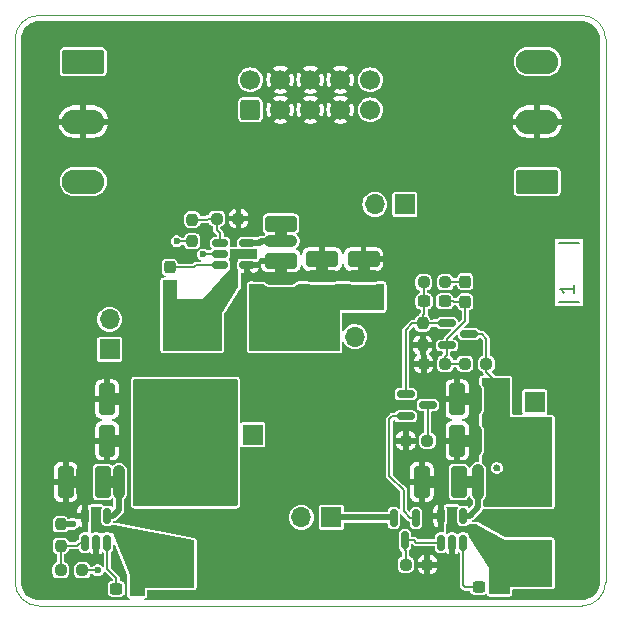
<source format=gbr>
%TF.GenerationSoftware,KiCad,Pcbnew,8.0.1*%
%TF.CreationDate,2024-04-20T12:15:38+02:00*%
%TF.ProjectId,nbg,6e62672e-6b69-4636-9164-5f7063625858,rev?*%
%TF.SameCoordinates,Original*%
%TF.FileFunction,Copper,L1,Top*%
%TF.FilePolarity,Positive*%
%FSLAX46Y46*%
G04 Gerber Fmt 4.6, Leading zero omitted, Abs format (unit mm)*
G04 Created by KiCad (PCBNEW 8.0.1) date 2024-04-20 12:15:38*
%MOMM*%
%LPD*%
G01*
G04 APERTURE LIST*
G04 Aperture macros list*
%AMRoundRect*
0 Rectangle with rounded corners*
0 $1 Rounding radius*
0 $2 $3 $4 $5 $6 $7 $8 $9 X,Y pos of 4 corners*
0 Add a 4 corners polygon primitive as box body*
4,1,4,$2,$3,$4,$5,$6,$7,$8,$9,$2,$3,0*
0 Add four circle primitives for the rounded corners*
1,1,$1+$1,$2,$3*
1,1,$1+$1,$4,$5*
1,1,$1+$1,$6,$7*
1,1,$1+$1,$8,$9*
0 Add four rect primitives between the rounded corners*
20,1,$1+$1,$2,$3,$4,$5,0*
20,1,$1+$1,$4,$5,$6,$7,0*
20,1,$1+$1,$6,$7,$8,$9,0*
20,1,$1+$1,$8,$9,$2,$3,0*%
G04 Aperture macros list end*
%ADD10C,0.200000*%
%TA.AperFunction,NonConductor*%
%ADD11C,0.200000*%
%TD*%
%TA.AperFunction,SMDPad,CuDef*%
%ADD12RoundRect,0.150000X-0.587500X-0.150000X0.587500X-0.150000X0.587500X0.150000X-0.587500X0.150000X0*%
%TD*%
%TA.AperFunction,SMDPad,CuDef*%
%ADD13RoundRect,0.237500X0.237500X-0.250000X0.237500X0.250000X-0.237500X0.250000X-0.237500X-0.250000X0*%
%TD*%
%TA.AperFunction,ComponentPad*%
%ADD14R,1.700000X1.700000*%
%TD*%
%TA.AperFunction,ComponentPad*%
%ADD15O,1.700000X1.700000*%
%TD*%
%TA.AperFunction,SMDPad,CuDef*%
%ADD16RoundRect,0.250000X-0.412500X-1.100000X0.412500X-1.100000X0.412500X1.100000X-0.412500X1.100000X0*%
%TD*%
%TA.AperFunction,ComponentPad*%
%ADD17RoundRect,0.249999X1.550001X-0.790001X1.550001X0.790001X-1.550001X0.790001X-1.550001X-0.790001X0*%
%TD*%
%TA.AperFunction,ComponentPad*%
%ADD18O,3.600000X2.080000*%
%TD*%
%TA.AperFunction,SMDPad,CuDef*%
%ADD19RoundRect,0.812500X0.812500X-0.937500X0.812500X0.937500X-0.812500X0.937500X-0.812500X-0.937500X0*%
%TD*%
%TA.AperFunction,SMDPad,CuDef*%
%ADD20RoundRect,0.237500X-0.250000X-0.237500X0.250000X-0.237500X0.250000X0.237500X-0.250000X0.237500X0*%
%TD*%
%TA.AperFunction,SMDPad,CuDef*%
%ADD21RoundRect,0.150000X-0.150000X0.512500X-0.150000X-0.512500X0.150000X-0.512500X0.150000X0.512500X0*%
%TD*%
%TA.AperFunction,SMDPad,CuDef*%
%ADD22RoundRect,0.250000X-1.100000X0.412500X-1.100000X-0.412500X1.100000X-0.412500X1.100000X0.412500X0*%
%TD*%
%TA.AperFunction,SMDPad,CuDef*%
%ADD23RoundRect,0.237500X-0.300000X-0.237500X0.300000X-0.237500X0.300000X0.237500X-0.300000X0.237500X0*%
%TD*%
%TA.AperFunction,ComponentPad*%
%ADD24RoundRect,0.249999X-1.550001X0.790001X-1.550001X-0.790001X1.550001X-0.790001X1.550001X0.790001X0*%
%TD*%
%TA.AperFunction,SMDPad,CuDef*%
%ADD25RoundRect,0.237500X-0.237500X0.300000X-0.237500X-0.300000X0.237500X-0.300000X0.237500X0.300000X0*%
%TD*%
%TA.AperFunction,SMDPad,CuDef*%
%ADD26RoundRect,0.150000X0.512500X0.150000X-0.512500X0.150000X-0.512500X-0.150000X0.512500X-0.150000X0*%
%TD*%
%TA.AperFunction,SMDPad,CuDef*%
%ADD27RoundRect,0.812500X-0.937500X-0.812500X0.937500X-0.812500X0.937500X0.812500X-0.937500X0.812500X0*%
%TD*%
%TA.AperFunction,SMDPad,CuDef*%
%ADD28RoundRect,0.150000X-0.150000X0.587500X-0.150000X-0.587500X0.150000X-0.587500X0.150000X0.587500X0*%
%TD*%
%TA.AperFunction,SMDPad,CuDef*%
%ADD29RoundRect,0.237500X0.250000X0.237500X-0.250000X0.237500X-0.250000X-0.237500X0.250000X-0.237500X0*%
%TD*%
%TA.AperFunction,ComponentPad*%
%ADD30RoundRect,0.250000X0.600000X-0.600000X0.600000X0.600000X-0.600000X0.600000X-0.600000X-0.600000X0*%
%TD*%
%TA.AperFunction,ComponentPad*%
%ADD31C,1.700000*%
%TD*%
%TA.AperFunction,SMDPad,CuDef*%
%ADD32RoundRect,0.250000X1.100000X-0.412500X1.100000X0.412500X-1.100000X0.412500X-1.100000X-0.412500X0*%
%TD*%
%TA.AperFunction,ViaPad*%
%ADD33C,0.600000*%
%TD*%
%TA.AperFunction,Conductor*%
%ADD34C,0.200000*%
%TD*%
%TA.AperFunction,Conductor*%
%ADD35C,1.000000*%
%TD*%
%TA.AperFunction,Conductor*%
%ADD36C,0.500000*%
%TD*%
%TA.AperFunction,Profile*%
%ADD37C,0.050000*%
%TD*%
G04 APERTURE END LIST*
D10*
D11*
X92742742Y-74296993D02*
X91028457Y-74296993D01*
X92342742Y-72811279D02*
X92342742Y-73496993D01*
X92342742Y-73154136D02*
X91142742Y-73154136D01*
X91142742Y-73154136D02*
X91314171Y-73268422D01*
X91314171Y-73268422D02*
X91428457Y-73382707D01*
X91428457Y-73382707D02*
X91485600Y-73496993D01*
X92742742Y-69268421D02*
X91028457Y-69268421D01*
D12*
%TO.P,U3,1,K*%
%TO.N,Net-(Q1-B)*%
X81562500Y-76050000D03*
%TO.P,U3,2,REF*%
%TO.N,Net-(U3-REF)*%
X81562500Y-77950000D03*
%TO.P,U3,3,A*%
%TO.N,Net-(J8-Pin_2)*%
X83437500Y-77000000D03*
%TD*%
D13*
%TO.P,R5,1*%
%TO.N,GND*%
X79500000Y-77912500D03*
%TO.P,R5,2*%
%TO.N,Net-(Q1-B)*%
X79500000Y-76087500D03*
%TD*%
D14*
%TO.P,J7,1,Pin_1*%
%TO.N,/AP62250/Vin3*%
X71775000Y-92500000D03*
D15*
%TO.P,J7,2,Pin_2*%
%TO.N,/AP62250/V-in*%
X69235000Y-92500000D03*
%TD*%
D13*
%TO.P,R4,1*%
%TO.N,/AP62250/FB2*%
X48858800Y-94912500D03*
%TO.P,R4,2*%
%TO.N,/AP62250/Vin2*%
X48858800Y-93087500D03*
%TD*%
D16*
%TO.P,C7,1*%
%TO.N,GND*%
X52796300Y-82500000D03*
%TO.P,C7,2*%
%TO.N,Net-(J4-Pin_2)*%
X55921300Y-82500000D03*
%TD*%
D17*
%TO.P,J6,1,Pin_1*%
%TO.N,/AP62250/V-ut*%
X89222500Y-64080000D03*
D18*
%TO.P,J6,2,Pin_2*%
%TO.N,GND*%
X89222500Y-59000000D03*
%TO.P,J6,3,Pin_3*%
%TO.N,/AP62250/V+ut*%
X89222500Y-53920000D03*
%TD*%
D16*
%TO.P,C8,1*%
%TO.N,GND*%
X49296300Y-89500000D03*
%TO.P,C8,2*%
%TO.N,/AP62250/Vin2*%
X52421300Y-89500000D03*
%TD*%
D19*
%TO.P,L3,1,1*%
%TO.N,/AP62250/SW3*%
X88500000Y-96500000D03*
%TO.P,L3,2,2*%
%TO.N,Net-(J8-Pin_2)*%
X88500000Y-89500000D03*
%TD*%
D20*
%TO.P,R2,1*%
%TO.N,/AP62250/FB1*%
X62087500Y-67199200D03*
%TO.P,R2,2*%
%TO.N,GND*%
X63912500Y-67199200D03*
%TD*%
D16*
%TO.P,C6,1*%
%TO.N,GND*%
X52796300Y-86000000D03*
%TO.P,C6,2*%
%TO.N,Net-(J4-Pin_2)*%
X55921300Y-86000000D03*
%TD*%
D21*
%TO.P,U5,1,GND*%
%TO.N,/AP62250/Vin3*%
X82950000Y-92362500D03*
%TO.P,U5,2,SW*%
%TO.N,/AP62250/SW3*%
X82000000Y-92362500D03*
%TO.P,U5,3,VIN*%
%TO.N,GND*%
X81050000Y-92362500D03*
%TO.P,U5,4,FB*%
%TO.N,/AP62250/FB3*%
X81050000Y-94637500D03*
%TO.P,U5,5,EN*%
%TO.N,GND*%
X82000000Y-94637500D03*
%TO.P,U5,6,BST*%
%TO.N,Net-(U5-BST)*%
X82950000Y-94637500D03*
%TD*%
D20*
%TO.P,R8,1*%
%TO.N,GND*%
X78087500Y-86000000D03*
%TO.P,R8,2*%
%TO.N,Net-(Q1-C)*%
X79912500Y-86000000D03*
%TD*%
D14*
%TO.P,J8,1,Pin_1*%
%TO.N,/AP62250/V-ut*%
X89000000Y-82725000D03*
D15*
%TO.P,J8,2,Pin_2*%
%TO.N,Net-(J8-Pin_2)*%
X89000000Y-85265000D03*
%TD*%
D20*
%TO.P,R10,1*%
%TO.N,Net-(Q1-B)*%
X79587500Y-72600000D03*
%TO.P,R10,2*%
%TO.N,Net-(C13-Pad1)*%
X81412500Y-72600000D03*
%TD*%
D12*
%TO.P,Q1,1,B*%
%TO.N,Net-(Q1-B)*%
X78062500Y-82050000D03*
%TO.P,Q1,2,E*%
%TO.N,Net-(Q1-E)*%
X78062500Y-83950000D03*
%TO.P,Q1,3,C*%
%TO.N,Net-(Q1-C)*%
X79937500Y-83000000D03*
%TD*%
D22*
%TO.P,C1,1*%
%TO.N,/AP62250/Vin1*%
X67500000Y-67636700D03*
%TO.P,C1,2*%
%TO.N,GND*%
X67500000Y-70761700D03*
%TD*%
D23*
%TO.P,C11,1*%
%TO.N,Net-(U5-BST)*%
X84237500Y-98400000D03*
%TO.P,C11,2*%
%TO.N,/AP62250/SW3*%
X85962500Y-98400000D03*
%TD*%
D21*
%TO.P,U2,1,GND*%
%TO.N,/AP62250/Vin2*%
X52808800Y-92362500D03*
%TO.P,U2,2,SW*%
%TO.N,/AP62250/SW2*%
X51858800Y-92362500D03*
%TO.P,U2,3,VIN*%
%TO.N,GND*%
X50908800Y-92362500D03*
%TO.P,U2,4,FB*%
%TO.N,/AP62250/FB2*%
X50908800Y-94637500D03*
%TO.P,U2,5,EN*%
%TO.N,GND*%
X51858800Y-94637500D03*
%TO.P,U2,6,BST*%
%TO.N,Net-(U2-BST)*%
X52808800Y-94637500D03*
%TD*%
D14*
%TO.P,J1,1,Pin_1*%
%TO.N,/AP62250/V+in*%
X78000000Y-66000000D03*
D15*
%TO.P,J1,2,Pin_2*%
%TO.N,/AP62250/Vin1*%
X75460000Y-66000000D03*
%TD*%
D20*
%TO.P,R7,1*%
%TO.N,Net-(U3-REF)*%
X83087500Y-79500000D03*
%TO.P,R7,2*%
%TO.N,Net-(J8-Pin_2)*%
X84912500Y-79500000D03*
%TD*%
D23*
%TO.P,C3,1*%
%TO.N,Net-(U2-BST)*%
X53578700Y-98561600D03*
%TO.P,C3,2*%
%TO.N,/AP62250/SW2*%
X55303700Y-98561600D03*
%TD*%
D24*
%TO.P,J5,1,Pin_1*%
%TO.N,/AP62250/V+in*%
X50777500Y-53920000D03*
D18*
%TO.P,J5,2,Pin_2*%
%TO.N,GND*%
X50777500Y-59000000D03*
%TO.P,J5,3,Pin_3*%
%TO.N,/AP62250/V-in*%
X50777500Y-64080000D03*
%TD*%
D25*
%TO.P,C13,1*%
%TO.N,Net-(C13-Pad1)*%
X83100000Y-72537500D03*
%TO.P,C13,2*%
%TO.N,Net-(U3-REF)*%
X83100000Y-74262500D03*
%TD*%
D19*
%TO.P,L2,1,1*%
%TO.N,/AP62250/SW2*%
X58358800Y-96500000D03*
%TO.P,L2,2,2*%
%TO.N,Net-(J4-Pin_2)*%
X58358800Y-89500000D03*
%TD*%
D26*
%TO.P,U1,1,GND*%
%TO.N,GND*%
X64637500Y-71149200D03*
%TO.P,U1,2,SW*%
%TO.N,/AP62250/SW1*%
X64637500Y-70199200D03*
%TO.P,U1,3,VIN*%
%TO.N,/AP62250/Vin1*%
X64637500Y-69249200D03*
%TO.P,U1,4,FB*%
%TO.N,/AP62250/FB1*%
X62362500Y-69249200D03*
%TO.P,U1,5,EN*%
%TO.N,/AP62250/Vin1*%
X62362500Y-70199200D03*
%TO.P,U1,6,BST*%
%TO.N,Net-(U1-BST)*%
X62362500Y-71149200D03*
%TD*%
D25*
%TO.P,C2,1*%
%TO.N,Net-(U1-BST)*%
X58100000Y-71336700D03*
%TO.P,C2,2*%
%TO.N,/AP62250/SW1*%
X58100000Y-73061700D03*
%TD*%
D14*
%TO.P,J4,1,Pin_1*%
%TO.N,/AP62250/V-ut*%
X65133800Y-85500000D03*
D15*
%TO.P,J4,2,Pin_2*%
%TO.N,Net-(J4-Pin_2)*%
X62593800Y-85500000D03*
%TD*%
D14*
%TO.P,J3,1,Pin_1*%
%TO.N,Net-(J3-Pin_1)*%
X71225000Y-77199200D03*
D15*
%TO.P,J3,2,Pin_2*%
%TO.N,/AP62250/V+ut*%
X73765000Y-77199200D03*
%TD*%
D27*
%TO.P,L1,1,1*%
%TO.N,/AP62250/SW1*%
X60000000Y-76199200D03*
%TO.P,L1,2,2*%
%TO.N,Net-(J3-Pin_1)*%
X67000000Y-76199200D03*
%TD*%
D28*
%TO.P,Q2,1,B*%
%TO.N,Net-(Q1-E)*%
X78950000Y-92562500D03*
%TO.P,Q2,2,E*%
%TO.N,/AP62250/Vin3*%
X77050000Y-92562500D03*
%TO.P,Q2,3,C*%
%TO.N,/AP62250/FB3*%
X78000000Y-94437500D03*
%TD*%
D13*
%TO.P,R1,1*%
%TO.N,Net-(J3-Pin_1)*%
X60000000Y-69111700D03*
%TO.P,R1,2*%
%TO.N,/AP62250/FB1*%
X60000000Y-67286700D03*
%TD*%
D29*
%TO.P,R3,1*%
%TO.N,Net-(J4-Pin_2)*%
X50680100Y-96986800D03*
%TO.P,R3,2*%
%TO.N,/AP62250/FB2*%
X48855100Y-96986800D03*
%TD*%
D30*
%TO.P,J9,1,Pin_1*%
%TO.N,/AP62250/V-in*%
X64920000Y-58000000D03*
D31*
%TO.P,J9,2,Pin_2*%
X64920000Y-55460000D03*
%TO.P,J9,3,Pin_3*%
%TO.N,GND*%
X67460000Y-58000000D03*
%TO.P,J9,4,Pin_4*%
X67460000Y-55460000D03*
%TO.P,J9,5,Pin_5*%
X70000000Y-58000000D03*
%TO.P,J9,6,Pin_6*%
X70000000Y-55460000D03*
%TO.P,J9,7,Pin_7*%
X72540000Y-58000000D03*
%TO.P,J9,8,Pin_8*%
X72540000Y-55460000D03*
%TO.P,J9,9,Pin_9*%
%TO.N,/AP62250/V+in*%
X75080000Y-58000000D03*
%TO.P,J9,10,Pin_10*%
X75080000Y-55460000D03*
%TD*%
D16*
%TO.P,C12,1*%
%TO.N,GND*%
X82437500Y-82500000D03*
%TO.P,C12,2*%
%TO.N,Net-(J8-Pin_2)*%
X85562500Y-82500000D03*
%TD*%
D29*
%TO.P,R9,1*%
%TO.N,GND*%
X79912500Y-96500000D03*
%TO.P,R9,2*%
%TO.N,/AP62250/FB3*%
X78087500Y-96500000D03*
%TD*%
D23*
%TO.P,C14,1*%
%TO.N,Net-(Q1-B)*%
X79637500Y-74200000D03*
%TO.P,C14,2*%
%TO.N,Net-(U3-REF)*%
X81362500Y-74200000D03*
%TD*%
D14*
%TO.P,J2,1,Pin_1*%
%TO.N,/AP62250/Vin2*%
X53000000Y-78275000D03*
D15*
%TO.P,J2,2,Pin_2*%
%TO.N,/AP62250/V-in*%
X53000000Y-75735000D03*
%TD*%
D16*
%TO.P,C9,1*%
%TO.N,GND*%
X82437500Y-86000000D03*
%TO.P,C9,2*%
%TO.N,Net-(J8-Pin_2)*%
X85562500Y-86000000D03*
%TD*%
D32*
%TO.P,C4,1*%
%TO.N,Net-(J3-Pin_1)*%
X74500000Y-73761700D03*
%TO.P,C4,2*%
%TO.N,GND*%
X74500000Y-70636700D03*
%TD*%
%TO.P,C5,1*%
%TO.N,Net-(J3-Pin_1)*%
X71000000Y-73761700D03*
%TO.P,C5,2*%
%TO.N,GND*%
X71000000Y-70636700D03*
%TD*%
D16*
%TO.P,C10,1*%
%TO.N,GND*%
X79437500Y-89500000D03*
%TO.P,C10,2*%
%TO.N,/AP62250/Vin3*%
X82562500Y-89500000D03*
%TD*%
D20*
%TO.P,R6,1*%
%TO.N,GND*%
X79587500Y-79500000D03*
%TO.P,R6,2*%
%TO.N,Net-(U3-REF)*%
X81412500Y-79500000D03*
%TD*%
D33*
%TO.N,GND*%
X85790339Y-88318963D03*
X82500000Y-70000000D03*
X77647600Y-69998819D03*
X55000000Y-72500000D03*
X55000000Y-67500000D03*
X52500000Y-62500000D03*
X77500000Y-62500000D03*
X62500000Y-62500000D03*
X82500000Y-62500000D03*
X67500000Y-62500000D03*
X72500000Y-62500000D03*
X57500000Y-62500000D03*
X87500000Y-57500000D03*
X87500000Y-82500000D03*
X87500000Y-67500000D03*
X87500000Y-72500000D03*
X87500000Y-77500000D03*
X87500000Y-62500000D03*
X92500000Y-67500000D03*
X92500000Y-92500000D03*
X92500000Y-77500000D03*
X92500000Y-97500000D03*
X92500000Y-82500000D03*
X92500000Y-87500000D03*
X92500000Y-62500000D03*
X92500000Y-57500000D03*
X92500000Y-52500000D03*
X87500000Y-52500000D03*
X82500000Y-52500000D03*
X77500000Y-52500000D03*
X72500000Y-52500000D03*
X67500000Y-52500000D03*
X62500000Y-52500000D03*
X57500000Y-52500000D03*
X47500000Y-52500000D03*
X47500000Y-57500000D03*
X47500000Y-62500000D03*
X47500000Y-67500000D03*
X47500000Y-72500000D03*
X47500000Y-77500000D03*
X47500000Y-97500000D03*
X47500000Y-92500000D03*
X47500000Y-87500000D03*
X47500000Y-82500000D03*
X50000000Y-80000000D03*
X55000000Y-80000000D03*
X60000000Y-80000000D03*
X65000000Y-80000000D03*
X70000000Y-80000000D03*
X65000000Y-90000000D03*
X70000000Y-90000000D03*
X70000000Y-85000000D03*
X75000000Y-82500000D03*
X75000000Y-87500000D03*
X65000000Y-95000000D03*
X70000000Y-95000000D03*
X75000000Y-95000000D03*
X76942449Y-98390697D03*
X71203728Y-98079850D03*
X66774152Y-98169517D03*
X62111440Y-96651147D03*
X82000000Y-98000000D03*
X81000000Y-88500000D03*
X54288800Y-86014000D03*
X50682000Y-90382800D03*
X63900000Y-66199200D03*
X78100000Y-87300000D03*
X84000000Y-86800000D03*
X54288800Y-86928400D03*
X67500000Y-72299200D03*
X54288800Y-83423200D03*
X81000000Y-90500000D03*
X54288800Y-82508800D03*
X54288800Y-81594400D03*
X79900000Y-95600000D03*
X74500000Y-72099200D03*
X84000000Y-86000000D03*
X81000000Y-89500000D03*
X84000000Y-83300000D03*
X71000000Y-72099200D03*
X84000000Y-85200000D03*
X50682000Y-89468400D03*
X71900000Y-72099200D03*
X50682000Y-88604800D03*
X84000000Y-81700000D03*
X68400000Y-72299200D03*
X84000000Y-82500000D03*
X75400000Y-72099200D03*
X82000000Y-95900000D03*
X73600000Y-72099200D03*
X70100000Y-72099200D03*
X66600000Y-72299200D03*
X78662500Y-77900000D03*
X54288800Y-85099600D03*
X79587500Y-80587500D03*
X51800000Y-95900000D03*
%TO.N,Net-(J3-Pin_1)*%
X67001600Y-73799200D03*
X58670400Y-69125600D03*
%TO.N,Net-(J4-Pin_2)*%
X52002800Y-96986800D03*
X55863600Y-89519200D03*
%TO.N,/AP62250/Vin1*%
X66595200Y-69125600D03*
X68400000Y-69099200D03*
X67500000Y-69099200D03*
X60905600Y-70243200D03*
%TO.N,/AP62250/Vin2*%
X53780800Y-90433600D03*
X53780800Y-89519200D03*
X49900000Y-93050000D03*
X53780800Y-88604800D03*
%TO.N,/AP62250/Vin3*%
X84200000Y-89500000D03*
X84200000Y-88500000D03*
X84200000Y-90500000D03*
%TD*%
D34*
%TO.N,GND*%
X83800000Y-86000000D02*
X84000000Y-86000000D01*
D35*
X54288800Y-81594400D02*
X54288800Y-82508800D01*
D36*
X50908800Y-91371600D02*
X50908800Y-92362500D01*
D35*
X50650400Y-89500000D02*
X50682000Y-89468400D01*
D34*
X78087500Y-87287500D02*
X78100000Y-87300000D01*
D35*
X74500000Y-72099200D02*
X75400000Y-72099200D01*
D34*
X79600000Y-80600000D02*
X79587500Y-80587500D01*
D36*
X81050000Y-92362500D02*
X81050000Y-90550000D01*
D35*
X82437500Y-82500000D02*
X84000000Y-82500000D01*
X50682000Y-89468400D02*
X50682000Y-90382800D01*
D34*
X79587500Y-79500000D02*
X79587500Y-80587500D01*
X51858800Y-94637500D02*
X51858800Y-95841200D01*
D35*
X54280000Y-82500000D02*
X54288800Y-82508800D01*
X71000000Y-72099200D02*
X70100000Y-72099200D01*
D34*
X82000000Y-94637500D02*
X82000000Y-95900000D01*
D36*
X50682000Y-91144800D02*
X50908800Y-91371600D01*
D35*
X50682000Y-89468400D02*
X50682000Y-88604800D01*
X49296300Y-89500000D02*
X50650400Y-89500000D01*
X67500000Y-72299200D02*
X66600000Y-72299200D01*
D34*
X78512500Y-77912500D02*
X78500000Y-77900000D01*
D35*
X71000000Y-72099200D02*
X71900000Y-72099200D01*
D36*
X50682000Y-90382800D02*
X50682000Y-91144800D01*
D35*
X73600000Y-72099200D02*
X74500000Y-72099200D01*
X54288800Y-86014000D02*
X54288800Y-85099600D01*
D34*
X79900000Y-96487500D02*
X79912500Y-96500000D01*
D35*
X82437500Y-86000000D02*
X84000000Y-86000000D01*
X84000000Y-81700000D02*
X84000000Y-83300000D01*
D34*
X78087500Y-86000000D02*
X78087500Y-87287500D01*
D35*
X81000000Y-88500000D02*
X81000000Y-90500000D01*
X67500000Y-70761700D02*
X67500000Y-72299200D01*
X67500000Y-72299200D02*
X68400000Y-72299200D01*
D36*
X65247600Y-72299200D02*
X66600000Y-72299200D01*
X64637500Y-71689100D02*
X65247600Y-72299200D01*
X81050000Y-90550000D02*
X81000000Y-90500000D01*
D35*
X79437500Y-89500000D02*
X81000000Y-89500000D01*
X74500000Y-70636700D02*
X74500000Y-72099200D01*
D34*
X78500000Y-77900000D02*
X78662500Y-77900000D01*
D35*
X52796300Y-86000000D02*
X54274800Y-86000000D01*
D34*
X51858800Y-95841200D02*
X51800000Y-95900000D01*
D35*
X71000000Y-72099200D02*
X71000000Y-70636700D01*
X54288800Y-86014000D02*
X54288800Y-86928400D01*
D34*
X63912500Y-67199200D02*
X63912500Y-66211700D01*
D35*
X52796300Y-82500000D02*
X54280000Y-82500000D01*
D34*
X79500000Y-77912500D02*
X78512500Y-77912500D01*
X63912500Y-66211700D02*
X63900000Y-66199200D01*
X79900000Y-95600000D02*
X79900000Y-96487500D01*
D35*
X54288800Y-82508800D02*
X54288800Y-83423200D01*
X54274800Y-86000000D02*
X54288800Y-86014000D01*
D36*
X64637500Y-71149200D02*
X64637500Y-71689100D01*
D35*
X84000000Y-85200000D02*
X84000000Y-86800000D01*
D34*
%TO.N,Net-(U1-BST)*%
X60355200Y-71149200D02*
X62362500Y-71149200D01*
X60167700Y-71336700D02*
X60355200Y-71149200D01*
X58100000Y-71336700D02*
X60167700Y-71336700D01*
%TO.N,Net-(U2-BST)*%
X53578700Y-97648300D02*
X53578700Y-98561600D01*
X52808800Y-96878400D02*
X53578700Y-97648300D01*
X52808800Y-94637500D02*
X52808800Y-96878400D01*
%TO.N,Net-(J3-Pin_1)*%
X58670400Y-69125600D02*
X59986100Y-69125600D01*
X67000000Y-73800800D02*
X67001600Y-73799200D01*
X59986100Y-69125600D02*
X60000000Y-69111700D01*
X67000000Y-76199200D02*
X67000000Y-73800800D01*
%TO.N,Net-(J4-Pin_2)*%
X52002800Y-96986800D02*
X50680100Y-96986800D01*
X58358800Y-89500000D02*
X55882800Y-89500000D01*
X55882800Y-89500000D02*
X55863600Y-89519200D01*
%TO.N,Net-(J8-Pin_2)*%
X84912500Y-77412500D02*
X84912500Y-79500000D01*
X83437500Y-77000000D02*
X84500000Y-77000000D01*
X84912500Y-80212500D02*
X85562500Y-80862500D01*
X85562500Y-80862500D02*
X85562500Y-82500000D01*
X84912500Y-79500000D02*
X84912500Y-80212500D01*
X84500000Y-77000000D02*
X84912500Y-77412500D01*
%TO.N,Net-(U5-BST)*%
X82950000Y-98250000D02*
X83100000Y-98400000D01*
X82950000Y-94637500D02*
X82950000Y-98250000D01*
X83100000Y-98400000D02*
X84237500Y-98400000D01*
%TO.N,Net-(Q1-E)*%
X76700000Y-84200000D02*
X76950000Y-83950000D01*
X76950000Y-83950000D02*
X78062500Y-83950000D01*
X76700000Y-89000000D02*
X76700000Y-84200000D01*
X78950000Y-92562500D02*
X78462500Y-92562500D01*
X78462500Y-92562500D02*
X77900000Y-92000000D01*
X77900000Y-90200000D02*
X76700000Y-89000000D01*
X77900000Y-92000000D02*
X77900000Y-90200000D01*
%TO.N,Net-(Q1-B)*%
X81562500Y-76050000D02*
X80450000Y-76050000D01*
X79587500Y-74150000D02*
X79637500Y-74200000D01*
X79500000Y-76087500D02*
X79500000Y-75400000D01*
X80412500Y-76087500D02*
X80450000Y-76050000D01*
X79587500Y-72600000D02*
X79587500Y-74150000D01*
X78612500Y-76087500D02*
X79500000Y-76087500D01*
X79637500Y-75262500D02*
X79500000Y-75400000D01*
X78062500Y-76637500D02*
X78612500Y-76087500D01*
X79500000Y-76087500D02*
X80412500Y-76087500D01*
X79637500Y-74200000D02*
X79637500Y-75262500D01*
X78062500Y-82050000D02*
X78062500Y-76637500D01*
%TO.N,Net-(Q1-C)*%
X79937500Y-85975000D02*
X79912500Y-86000000D01*
X79937500Y-83000000D02*
X79937500Y-85975000D01*
%TO.N,Net-(U3-REF)*%
X81362500Y-74200000D02*
X82100000Y-74200000D01*
X81562500Y-77428052D02*
X81562500Y-77950000D01*
X83100000Y-74262500D02*
X83100000Y-75890552D01*
X81562500Y-78737500D02*
X81412500Y-78887500D01*
X81412500Y-78887500D02*
X81412500Y-79500000D01*
X82162500Y-74262500D02*
X82100000Y-74200000D01*
X83100000Y-75890552D02*
X81562500Y-77428052D01*
X81412500Y-79500000D02*
X83087500Y-79500000D01*
X81562500Y-77950000D02*
X81562500Y-78737500D01*
X83100000Y-74262500D02*
X82162500Y-74262500D01*
%TO.N,/AP62250/Vin1*%
X62362500Y-70199200D02*
X60949600Y-70199200D01*
D35*
X67500000Y-69099200D02*
X67500000Y-67636700D01*
X66600000Y-69120800D02*
X66595200Y-69125600D01*
X67500000Y-69099200D02*
X66600000Y-69099200D01*
X67500000Y-69099200D02*
X68400000Y-69099200D01*
D36*
X65833200Y-69125600D02*
X65709600Y-69249200D01*
D34*
X60949600Y-70199200D02*
X60905600Y-70243200D01*
D36*
X66595200Y-69125600D02*
X65833200Y-69125600D01*
D35*
X66600000Y-69099200D02*
X66600000Y-69120800D01*
D36*
X65709600Y-69249200D02*
X64637500Y-69249200D01*
D35*
%TO.N,/AP62250/Vin2*%
X52421300Y-89500000D02*
X53761600Y-89500000D01*
D36*
X53780800Y-91906800D02*
X53780800Y-90433600D01*
X48858800Y-93087500D02*
X49862500Y-93087500D01*
D35*
X53780800Y-89519200D02*
X53780800Y-90433600D01*
D36*
X52808800Y-92362500D02*
X53325100Y-92362500D01*
D35*
X53780800Y-89519200D02*
X53780800Y-88604800D01*
D36*
X53325100Y-92362500D02*
X53780800Y-91906800D01*
D35*
X53761600Y-89500000D02*
X53780800Y-89519200D01*
D36*
%TO.N,/AP62250/Vin3*%
X84200000Y-91656800D02*
X84200000Y-90500000D01*
X71775000Y-92500000D02*
X76987500Y-92500000D01*
X82950000Y-92362500D02*
X83494300Y-92362500D01*
D35*
X84200000Y-88500000D02*
X84200000Y-90500000D01*
D36*
X76987500Y-92500000D02*
X77050000Y-92562500D01*
D35*
X82562500Y-89500000D02*
X84200000Y-89500000D01*
D36*
X83494300Y-92362500D02*
X84200000Y-91656800D01*
D34*
%TO.N,/AP62250/FB3*%
X78087500Y-95387500D02*
X78087500Y-96500000D01*
X78937500Y-94637500D02*
X81050000Y-94637500D01*
X78000000Y-94437500D02*
X78000000Y-95300000D01*
X78737500Y-94437500D02*
X78937500Y-94637500D01*
X78000000Y-95300000D02*
X78087500Y-95387500D01*
X78000000Y-94437500D02*
X78737500Y-94437500D01*
%TO.N,/AP62250/FB1*%
X60000000Y-67286700D02*
X61212500Y-67286700D01*
X62087500Y-67199200D02*
X61300000Y-67199200D01*
X62087500Y-67199200D02*
X62087500Y-68186700D01*
X61212500Y-67286700D02*
X61300000Y-67199200D01*
X62087500Y-68186700D02*
X62362500Y-68461700D01*
X62362500Y-68461700D02*
X62362500Y-69249200D01*
%TO.N,/AP62250/FB2*%
X50216300Y-94912500D02*
X50491300Y-94637500D01*
X48855100Y-96986800D02*
X48855100Y-94916200D01*
X50491300Y-94637500D02*
X50908800Y-94637500D01*
X48858800Y-94912500D02*
X50216300Y-94912500D01*
X48855100Y-94916200D02*
X48858800Y-94912500D01*
%TO.N,Net-(C13-Pad1)*%
X81412500Y-72600000D02*
X82100000Y-72600000D01*
X83100000Y-72537500D02*
X82162500Y-72537500D01*
X82162500Y-72537500D02*
X82100000Y-72600000D01*
%TD*%
%TA.AperFunction,Conductor*%
%TO.N,Net-(J3-Pin_1)*%
G36*
X65133138Y-72734921D02*
G01*
X65188288Y-72749699D01*
X65188289Y-72749700D01*
X65188291Y-72749700D01*
X66029192Y-72749700D01*
X66081518Y-72771374D01*
X66153458Y-72843314D01*
X66268189Y-72919975D01*
X66395672Y-72972780D01*
X66531007Y-72999700D01*
X66531009Y-72999700D01*
X68468991Y-72999700D01*
X68468993Y-72999700D01*
X68604328Y-72972780D01*
X68731811Y-72919975D01*
X68846542Y-72843314D01*
X68935782Y-72754073D01*
X68988107Y-72732400D01*
X69783466Y-72732400D01*
X69811784Y-72738033D01*
X69895667Y-72772778D01*
X69895672Y-72772780D01*
X70031007Y-72799700D01*
X70031009Y-72799700D01*
X71968991Y-72799700D01*
X71968993Y-72799700D01*
X72104328Y-72772780D01*
X72141859Y-72757234D01*
X72188216Y-72738033D01*
X72216534Y-72732400D01*
X73283466Y-72732400D01*
X73311784Y-72738033D01*
X73395667Y-72772778D01*
X73395672Y-72772780D01*
X73531007Y-72799700D01*
X73531009Y-72799700D01*
X75468991Y-72799700D01*
X75468993Y-72799700D01*
X75604328Y-72772780D01*
X75641859Y-72757234D01*
X75688216Y-72738033D01*
X75716534Y-72732400D01*
X76173200Y-72732400D01*
X76225526Y-72754074D01*
X76247200Y-72806400D01*
X76247200Y-74893600D01*
X76225526Y-74945926D01*
X76173200Y-74967600D01*
X72488000Y-74967600D01*
X72488000Y-78348000D01*
X72466326Y-78400326D01*
X72414000Y-78422000D01*
X64891200Y-78422000D01*
X64838874Y-78400326D01*
X64817200Y-78348000D01*
X64817200Y-72806400D01*
X64838874Y-72754074D01*
X64891200Y-72732400D01*
X65113986Y-72732400D01*
X65133138Y-72734921D01*
G37*
%TD.AperFunction*%
%TD*%
%TA.AperFunction,Conductor*%
%TO.N,Net-(J8-Pin_2)*%
G36*
X86878326Y-80721674D02*
G01*
X86900000Y-80774000D01*
X86900000Y-84000000D01*
X90426000Y-84000000D01*
X90478326Y-84021674D01*
X90500000Y-84074000D01*
X90500000Y-91526000D01*
X90478326Y-91578326D01*
X90426000Y-91600000D01*
X84724500Y-91600000D01*
X84672174Y-91578326D01*
X84650500Y-91526000D01*
X84650500Y-91070807D01*
X84672173Y-91018482D01*
X84744114Y-90946542D01*
X84820775Y-90831811D01*
X84873580Y-90704328D01*
X84900500Y-90568993D01*
X84900500Y-88431007D01*
X84878213Y-88318963D01*
X85284692Y-88318963D01*
X85305173Y-88461417D01*
X85364962Y-88592336D01*
X85459207Y-88701102D01*
X85459208Y-88701103D01*
X85459211Y-88701106D01*
X85580286Y-88778916D01*
X85686742Y-88810174D01*
X85718374Y-88819462D01*
X85718376Y-88819463D01*
X85718378Y-88819463D01*
X85862302Y-88819463D01*
X85862303Y-88819462D01*
X86000392Y-88778916D01*
X86121467Y-88701106D01*
X86215716Y-88592336D01*
X86275504Y-88461420D01*
X86295986Y-88318963D01*
X86275504Y-88176506D01*
X86215716Y-88045590D01*
X86121467Y-87936820D01*
X86064521Y-87900223D01*
X86000393Y-87859010D01*
X86000389Y-87859009D01*
X85862303Y-87818463D01*
X85862300Y-87818463D01*
X85718378Y-87818463D01*
X85718375Y-87818463D01*
X85580288Y-87859009D01*
X85580284Y-87859010D01*
X85459214Y-87936818D01*
X85459207Y-87936823D01*
X85364962Y-88045589D01*
X85305173Y-88176508D01*
X85284692Y-88318963D01*
X84878213Y-88318963D01*
X84873580Y-88295672D01*
X84820775Y-88168189D01*
X84744114Y-88053458D01*
X84646542Y-87955886D01*
X84532886Y-87879943D01*
X84501422Y-87832851D01*
X84500000Y-87818415D01*
X84500000Y-87321307D01*
X84521673Y-87268982D01*
X84544114Y-87246542D01*
X84620775Y-87131811D01*
X84673580Y-87004328D01*
X84700500Y-86868993D01*
X84700500Y-85131007D01*
X84673580Y-84995672D01*
X84620775Y-84868189D01*
X84544114Y-84753458D01*
X84521673Y-84731017D01*
X84500000Y-84678692D01*
X84500000Y-83821307D01*
X84521673Y-83768982D01*
X84544114Y-83746542D01*
X84620775Y-83631811D01*
X84673580Y-83504328D01*
X84700500Y-83368993D01*
X84700500Y-81631007D01*
X84673580Y-81495672D01*
X84620775Y-81368189D01*
X84544114Y-81253458D01*
X84521673Y-81231017D01*
X84500000Y-81178692D01*
X84500000Y-80774000D01*
X84521674Y-80721674D01*
X84574000Y-80700000D01*
X86826000Y-80700000D01*
X86878326Y-80721674D01*
G37*
%TD.AperFunction*%
%TD*%
%TA.AperFunction,Conductor*%
%TO.N,Net-(J4-Pin_2)*%
G36*
X63782239Y-80801285D02*
G01*
X63827994Y-80854089D01*
X63839200Y-80905600D01*
X63839200Y-91427200D01*
X63819515Y-91494239D01*
X63766711Y-91539994D01*
X63715200Y-91551200D01*
X55124000Y-91551200D01*
X55056961Y-91531515D01*
X55011206Y-91478711D01*
X55000000Y-91427200D01*
X55000000Y-80905600D01*
X55019685Y-80838561D01*
X55072489Y-80792806D01*
X55124000Y-80781600D01*
X63715200Y-80781600D01*
X63782239Y-80801285D01*
G37*
%TD.AperFunction*%
%TD*%
%TA.AperFunction,Conductor*%
%TO.N,/AP62250/SW1*%
G36*
X65478326Y-69820874D02*
G01*
X65500000Y-69873200D01*
X65500000Y-70525200D01*
X65478326Y-70577526D01*
X65426000Y-70599200D01*
X63900000Y-70599200D01*
X63900000Y-70697867D01*
X63878326Y-70750193D01*
X63835801Y-70792717D01*
X63784427Y-70897805D01*
X63784427Y-70897806D01*
X63774500Y-70965935D01*
X63774500Y-71332464D01*
X63784427Y-71400593D01*
X63784427Y-71400594D01*
X63835801Y-71505682D01*
X63878326Y-71548207D01*
X63900000Y-71600533D01*
X63900000Y-72977650D01*
X63888431Y-73017379D01*
X62500000Y-75199199D01*
X62500000Y-78325200D01*
X62478326Y-78377526D01*
X62426000Y-78399200D01*
X57574000Y-78399200D01*
X57521674Y-78377526D01*
X57500000Y-78325200D01*
X57500000Y-72473200D01*
X57521674Y-72420874D01*
X57574000Y-72399200D01*
X58626000Y-72399200D01*
X58678326Y-72420874D01*
X58700000Y-72473200D01*
X58700000Y-73999200D01*
X60900000Y-73999200D01*
X63100000Y-71599200D01*
X63100000Y-71599197D01*
X63105034Y-71586259D01*
X63105790Y-71586553D01*
X63121674Y-71548207D01*
X63164198Y-71505683D01*
X63215573Y-71400593D01*
X63225500Y-71332460D01*
X63225500Y-70965940D01*
X63215573Y-70897807D01*
X63164198Y-70792717D01*
X63121674Y-70750193D01*
X63100000Y-70697867D01*
X63100000Y-70650533D01*
X63121674Y-70598207D01*
X63142355Y-70577526D01*
X63164198Y-70555683D01*
X63215573Y-70450593D01*
X63225500Y-70382460D01*
X63225500Y-70015940D01*
X63215573Y-69947807D01*
X63194987Y-69905699D01*
X63191478Y-69849172D01*
X63228968Y-69806719D01*
X63261469Y-69799200D01*
X65426000Y-69799200D01*
X65478326Y-69820874D01*
G37*
%TD.AperFunction*%
%TD*%
%TA.AperFunction,Conductor*%
%TO.N,/AP62250/SW3*%
G36*
X82465857Y-91621674D02*
G01*
X82487531Y-91674000D01*
X82480012Y-91706497D01*
X82459427Y-91748607D01*
X82449500Y-91816735D01*
X82449500Y-92908264D01*
X82459427Y-92976393D01*
X82492481Y-93044007D01*
X82500000Y-93076506D01*
X82500000Y-93100000D01*
X82500942Y-93100942D01*
X82550993Y-93121674D01*
X82593517Y-93164198D01*
X82698607Y-93215573D01*
X82766740Y-93225500D01*
X82766746Y-93225500D01*
X83133254Y-93225500D01*
X83133260Y-93225500D01*
X83201393Y-93215573D01*
X83306483Y-93164198D01*
X83349007Y-93121674D01*
X83401333Y-93100000D01*
X84081245Y-93100000D01*
X84116489Y-93108931D01*
X86500000Y-94400000D01*
X90426000Y-94400000D01*
X90478326Y-94421674D01*
X90500000Y-94474000D01*
X90500000Y-98326000D01*
X90478326Y-98378326D01*
X90426000Y-98400000D01*
X86900000Y-98400000D01*
X86900000Y-98926000D01*
X86878326Y-98978326D01*
X86826000Y-99000000D01*
X85174000Y-99000000D01*
X85121674Y-98978326D01*
X85100000Y-98926000D01*
X85100000Y-96800000D01*
X85099999Y-96799998D01*
X83461627Y-94160398D01*
X83450500Y-94121373D01*
X83450500Y-94091746D01*
X83450500Y-94091740D01*
X83440573Y-94023607D01*
X83389198Y-93918517D01*
X83306483Y-93835802D01*
X83306482Y-93835801D01*
X83201394Y-93784427D01*
X83133264Y-93774500D01*
X83133260Y-93774500D01*
X82766740Y-93774500D01*
X82766735Y-93774500D01*
X82698606Y-93784427D01*
X82698605Y-93784427D01*
X82593517Y-93835801D01*
X82550993Y-93878326D01*
X82498667Y-93900000D01*
X82451333Y-93900000D01*
X82399007Y-93878326D01*
X82356482Y-93835801D01*
X82251394Y-93784427D01*
X82183264Y-93774500D01*
X82183260Y-93774500D01*
X81816740Y-93774500D01*
X81816735Y-93774500D01*
X81748606Y-93784427D01*
X81748605Y-93784427D01*
X81643517Y-93835801D01*
X81626326Y-93852993D01*
X81574000Y-93874667D01*
X81521674Y-93852993D01*
X81500000Y-93800667D01*
X81500000Y-93076506D01*
X81507518Y-93044007D01*
X81540573Y-92976393D01*
X81550500Y-92908260D01*
X81550500Y-91816740D01*
X81540573Y-91748607D01*
X81519987Y-91706498D01*
X81516478Y-91649972D01*
X81553968Y-91607519D01*
X81586469Y-91600000D01*
X82413531Y-91600000D01*
X82465857Y-91621674D01*
G37*
%TD.AperFunction*%
%TD*%
%TA.AperFunction,Conductor*%
%TO.N,/AP62250/SW2*%
G36*
X52323679Y-91623674D02*
G01*
X52345353Y-91676000D01*
X52337834Y-91708500D01*
X52318227Y-91748605D01*
X52318227Y-91748606D01*
X52308300Y-91816735D01*
X52308300Y-92908264D01*
X52318227Y-92976393D01*
X52350881Y-93043189D01*
X52358400Y-93075688D01*
X52358400Y-93176800D01*
X52460975Y-93176800D01*
X52493475Y-93184319D01*
X52557407Y-93215573D01*
X52625540Y-93225500D01*
X52625546Y-93225500D01*
X52992054Y-93225500D01*
X52992060Y-93225500D01*
X53060193Y-93215573D01*
X53124125Y-93184319D01*
X53156625Y-93176800D01*
X53570551Y-93176800D01*
X53584526Y-93178132D01*
X53779214Y-93215572D01*
X60121576Y-94435257D01*
X60168866Y-94466421D01*
X60181600Y-94507924D01*
X60181600Y-98386000D01*
X60159926Y-98438326D01*
X60107600Y-98460000D01*
X55965200Y-98460000D01*
X55965200Y-99097200D01*
X55943526Y-99149526D01*
X55891200Y-99171200D01*
X54769200Y-99171200D01*
X54716874Y-99149526D01*
X54695200Y-99097200D01*
X54695200Y-97342400D01*
X53272800Y-93837200D01*
X53185262Y-93837200D01*
X53152762Y-93829681D01*
X53060194Y-93784427D01*
X52992064Y-93774500D01*
X52992060Y-93774500D01*
X52625540Y-93774500D01*
X52625535Y-93774500D01*
X52557406Y-93784427D01*
X52557405Y-93784427D01*
X52464838Y-93829681D01*
X52432338Y-93837200D01*
X52235262Y-93837200D01*
X52202762Y-93829681D01*
X52110194Y-93784427D01*
X52042064Y-93774500D01*
X52042060Y-93774500D01*
X51675540Y-93774500D01*
X51675535Y-93774500D01*
X51607406Y-93784427D01*
X51607405Y-93784427D01*
X51514838Y-93829681D01*
X51482338Y-93837200D01*
X51467200Y-93837200D01*
X51414874Y-93815526D01*
X51393200Y-93763200D01*
X51393200Y-93006140D01*
X51398736Y-92982214D01*
X51397676Y-92981887D01*
X51399371Y-92976397D01*
X51399370Y-92976397D01*
X51399373Y-92976393D01*
X51409300Y-92908260D01*
X51409300Y-91816740D01*
X51399373Y-91748607D01*
X51399372Y-91748605D01*
X51399372Y-91748603D01*
X51397676Y-91743113D01*
X51398734Y-91742785D01*
X51393200Y-91718859D01*
X51393200Y-91676000D01*
X51414874Y-91623674D01*
X51467200Y-91602000D01*
X52271353Y-91602000D01*
X52323679Y-91623674D01*
G37*
%TD.AperFunction*%
%TD*%
%TA.AperFunction,Conductor*%
%TO.N,GND*%
G36*
X85842960Y-88026960D02*
G01*
X85866528Y-88033879D01*
X85903935Y-88044862D01*
X85923092Y-88053610D01*
X85948100Y-88069682D01*
X85976561Y-88087974D01*
X85992476Y-88101765D01*
X86034090Y-88149788D01*
X86045479Y-88167509D01*
X86071881Y-88225322D01*
X86077815Y-88245531D01*
X86086858Y-88308431D01*
X86086858Y-88329493D01*
X86077815Y-88392393D01*
X86071881Y-88412602D01*
X86045479Y-88470415D01*
X86034090Y-88488136D01*
X85992476Y-88536159D01*
X85976560Y-88549950D01*
X85923093Y-88584312D01*
X85903934Y-88593061D01*
X85842965Y-88610964D01*
X85822118Y-88613962D01*
X85758564Y-88613962D01*
X85737716Y-88610965D01*
X85676740Y-88593061D01*
X85657581Y-88584311D01*
X85604117Y-88549952D01*
X85588199Y-88536159D01*
X85546585Y-88488134D01*
X85535197Y-88470414D01*
X85508795Y-88412601D01*
X85502862Y-88392397D01*
X85493817Y-88329485D01*
X85493817Y-88308437D01*
X85502861Y-88245526D01*
X85508794Y-88225322D01*
X85535200Y-88167502D01*
X85546580Y-88149796D01*
X85588198Y-88101764D01*
X85604113Y-88087974D01*
X85657578Y-88053613D01*
X85676737Y-88044864D01*
X85737716Y-88026960D01*
X85758563Y-88023963D01*
X85822114Y-88023963D01*
X85842960Y-88026960D01*
G37*
%TD.AperFunction*%
%TA.AperFunction,Conductor*%
G36*
X93002642Y-50500688D02*
G01*
X93208118Y-50515385D01*
X93218567Y-50516887D01*
X93274033Y-50528952D01*
X93417296Y-50560117D01*
X93427406Y-50563085D01*
X93617965Y-50634161D01*
X93627556Y-50638541D01*
X93747496Y-50704033D01*
X93806041Y-50736001D01*
X93814924Y-50741709D01*
X93977727Y-50863582D01*
X93985706Y-50870496D01*
X94129503Y-51014293D01*
X94136417Y-51022272D01*
X94258290Y-51185075D01*
X94263998Y-51193958D01*
X94361456Y-51372439D01*
X94365842Y-51382042D01*
X94436909Y-51572578D01*
X94439884Y-51582710D01*
X94483112Y-51781432D01*
X94484614Y-51791881D01*
X94499311Y-51997356D01*
X94499500Y-52002636D01*
X94499500Y-97997363D01*
X94499311Y-98002643D01*
X94484614Y-98208118D01*
X94483112Y-98218567D01*
X94439884Y-98417289D01*
X94436909Y-98427419D01*
X94423025Y-98464645D01*
X94365842Y-98617957D01*
X94361456Y-98627560D01*
X94263998Y-98806041D01*
X94258290Y-98814924D01*
X94136417Y-98977727D01*
X94129503Y-98985706D01*
X93985706Y-99129503D01*
X93977727Y-99136417D01*
X93814924Y-99258290D01*
X93806041Y-99263998D01*
X93627560Y-99361456D01*
X93617957Y-99365842D01*
X93427421Y-99436909D01*
X93417289Y-99439884D01*
X93218567Y-99483112D01*
X93208118Y-99484614D01*
X93025297Y-99497690D01*
X93002641Y-99499311D01*
X92997364Y-99499500D01*
X56007633Y-99499500D01*
X55955307Y-99477826D01*
X55933633Y-99425500D01*
X55955307Y-99373174D01*
X55979315Y-99357133D01*
X56022162Y-99339385D01*
X56022161Y-99339385D01*
X56022167Y-99339383D01*
X56080461Y-99302755D01*
X56133383Y-99228167D01*
X56155057Y-99175841D01*
X56170700Y-99097200D01*
X56170700Y-98739500D01*
X56192374Y-98687174D01*
X56244700Y-98665500D01*
X60107598Y-98665500D01*
X60107600Y-98665500D01*
X60186241Y-98649857D01*
X60238567Y-98628183D01*
X60296861Y-98591555D01*
X60349783Y-98516967D01*
X60371457Y-98464641D01*
X60387100Y-98386000D01*
X60387100Y-94507924D01*
X60378061Y-94447646D01*
X60365327Y-94406143D01*
X60345197Y-94360885D01*
X60345195Y-94360883D01*
X60345195Y-94360882D01*
X60315035Y-94329387D01*
X60281944Y-94294830D01*
X60281939Y-94294826D01*
X60281936Y-94294824D01*
X60234660Y-94263669D01*
X60234658Y-94263668D01*
X60234655Y-94263666D01*
X60234654Y-94263666D01*
X60205989Y-94252005D01*
X60160383Y-94233454D01*
X60160378Y-94233453D01*
X53623340Y-92976331D01*
X53623325Y-92976328D01*
X53604013Y-92973557D01*
X53603999Y-92973556D01*
X53590063Y-92972227D01*
X53590064Y-92972227D01*
X53579963Y-92971747D01*
X53570551Y-92971300D01*
X53570537Y-92971300D01*
X53383300Y-92971300D01*
X53330974Y-92949626D01*
X53309300Y-92897300D01*
X53309300Y-92887000D01*
X53330974Y-92834674D01*
X53379714Y-92814485D01*
X53379602Y-92813633D01*
X53382782Y-92813214D01*
X53383300Y-92813000D01*
X53384409Y-92813000D01*
X53474773Y-92788786D01*
X53474774Y-92788786D01*
X53485450Y-92785925D01*
X53498987Y-92782299D01*
X53601714Y-92722989D01*
X53824703Y-92500000D01*
X68179417Y-92500000D01*
X68199700Y-92705935D01*
X68204874Y-92722991D01*
X68256900Y-92894500D01*
X68259769Y-92903956D01*
X68296233Y-92972174D01*
X68357315Y-93086450D01*
X68488590Y-93246410D01*
X68648550Y-93377685D01*
X68831046Y-93475232D01*
X69029066Y-93535300D01*
X69235000Y-93555583D01*
X69440934Y-93535300D01*
X69638954Y-93475232D01*
X69821450Y-93377685D01*
X69831124Y-93369746D01*
X70724500Y-93369746D01*
X70736133Y-93428232D01*
X70743461Y-93439198D01*
X70780448Y-93494552D01*
X70803497Y-93509953D01*
X70846767Y-93538866D01*
X70846768Y-93538866D01*
X70846769Y-93538867D01*
X70905252Y-93550500D01*
X70905254Y-93550500D01*
X72644746Y-93550500D01*
X72644748Y-93550500D01*
X72703231Y-93538867D01*
X72769552Y-93494552D01*
X72813867Y-93428231D01*
X72825500Y-93369748D01*
X72825500Y-93024500D01*
X72847174Y-92972174D01*
X72899500Y-92950500D01*
X76475500Y-92950500D01*
X76527826Y-92972174D01*
X76549500Y-93024500D01*
X76549500Y-93183264D01*
X76559427Y-93251393D01*
X76559427Y-93251394D01*
X76610801Y-93356482D01*
X76610802Y-93356483D01*
X76693517Y-93439198D01*
X76798607Y-93490573D01*
X76866740Y-93500500D01*
X76866746Y-93500500D01*
X77233254Y-93500500D01*
X77233260Y-93500500D01*
X77301393Y-93490573D01*
X77406483Y-93439198D01*
X77489198Y-93356483D01*
X77540573Y-93251393D01*
X77550500Y-93183260D01*
X77550500Y-92254123D01*
X77572174Y-92201797D01*
X77624500Y-92180123D01*
X77676826Y-92201797D01*
X78222040Y-92747011D01*
X78277989Y-92802960D01*
X78328149Y-92831920D01*
X78332919Y-92834674D01*
X78346511Y-92842521D01*
X78346512Y-92842521D01*
X78346514Y-92842522D01*
X78394653Y-92855421D01*
X78439586Y-92889899D01*
X78449500Y-92926899D01*
X78449500Y-93183264D01*
X78459427Y-93251393D01*
X78459427Y-93251394D01*
X78510801Y-93356482D01*
X78510802Y-93356483D01*
X78593517Y-93439198D01*
X78698607Y-93490573D01*
X78766740Y-93500500D01*
X78766746Y-93500500D01*
X79133254Y-93500500D01*
X79133260Y-93500500D01*
X79201393Y-93490573D01*
X79306483Y-93439198D01*
X79389198Y-93356483D01*
X79440573Y-93251393D01*
X79450500Y-93183260D01*
X79450500Y-92612500D01*
X80420001Y-92612500D01*
X80420001Y-92920914D01*
X80426146Y-92978081D01*
X80474381Y-93107404D01*
X80557095Y-93217898D01*
X80557101Y-93217904D01*
X80667595Y-93300618D01*
X80667596Y-93300619D01*
X80796917Y-93348853D01*
X80800000Y-93349184D01*
X80800000Y-92612500D01*
X80420001Y-92612500D01*
X79450500Y-92612500D01*
X79450500Y-92112500D01*
X80420000Y-92112500D01*
X80800000Y-92112500D01*
X80800000Y-91375814D01*
X80799999Y-91375813D01*
X80796920Y-91376145D01*
X80667596Y-91424380D01*
X80667595Y-91424381D01*
X80557101Y-91507095D01*
X80557095Y-91507101D01*
X80474381Y-91617595D01*
X80426146Y-91746917D01*
X80426145Y-91746920D01*
X80420000Y-91804085D01*
X80420000Y-92112500D01*
X79450500Y-92112500D01*
X79450500Y-91941740D01*
X79440573Y-91873607D01*
X79389198Y-91768517D01*
X79306483Y-91685802D01*
X79306482Y-91685801D01*
X79201394Y-91634427D01*
X79133264Y-91624500D01*
X79133260Y-91624500D01*
X78766740Y-91624500D01*
X78766735Y-91624500D01*
X78698606Y-91634427D01*
X78698605Y-91634427D01*
X78593517Y-91685801D01*
X78510801Y-91768517D01*
X78459427Y-91873605D01*
X78459427Y-91873606D01*
X78449500Y-91941735D01*
X78449500Y-91945877D01*
X78427826Y-91998203D01*
X78375500Y-92019877D01*
X78323174Y-91998203D01*
X78222174Y-91897203D01*
X78200500Y-91844877D01*
X78200500Y-90160436D01*
X78200499Y-90160435D01*
X78180022Y-90084014D01*
X78180020Y-90084009D01*
X78140459Y-90015488D01*
X77874971Y-89750000D01*
X78445000Y-89750000D01*
X78445000Y-90638014D01*
X78459928Y-90751409D01*
X78518370Y-90892501D01*
X78611339Y-91013660D01*
X78732498Y-91106629D01*
X78873590Y-91165071D01*
X78986986Y-91180000D01*
X79187500Y-91180000D01*
X79187500Y-89750000D01*
X79687500Y-89750000D01*
X79687500Y-91180000D01*
X79888014Y-91180000D01*
X80001409Y-91165071D01*
X80142501Y-91106629D01*
X80263660Y-91013660D01*
X80356629Y-90892501D01*
X80415071Y-90751409D01*
X80430000Y-90638014D01*
X80430000Y-89750000D01*
X79687500Y-89750000D01*
X79187500Y-89750000D01*
X78445000Y-89750000D01*
X77874971Y-89750000D01*
X77374971Y-89250000D01*
X78445000Y-89250000D01*
X79187500Y-89250000D01*
X79187500Y-87820000D01*
X79687500Y-87820000D01*
X79687500Y-89250000D01*
X80430000Y-89250000D01*
X80430000Y-88361985D01*
X80415071Y-88248590D01*
X80356629Y-88107498D01*
X80263660Y-87986339D01*
X80142501Y-87893370D01*
X80001409Y-87834928D01*
X79888014Y-87820000D01*
X79687500Y-87820000D01*
X79187500Y-87820000D01*
X78986986Y-87820000D01*
X78873590Y-87834928D01*
X78732498Y-87893370D01*
X78611339Y-87986339D01*
X78518370Y-88107498D01*
X78459928Y-88248590D01*
X78445000Y-88361985D01*
X78445000Y-89250000D01*
X77374971Y-89250000D01*
X77022174Y-88897203D01*
X77000500Y-88844877D01*
X77000500Y-86250000D01*
X77270000Y-86250000D01*
X77270000Y-86274694D01*
X77284606Y-86385645D01*
X77284607Y-86385649D01*
X77341789Y-86523698D01*
X77432751Y-86642243D01*
X77432756Y-86642248D01*
X77551301Y-86733210D01*
X77689350Y-86790392D01*
X77689354Y-86790393D01*
X77800306Y-86805000D01*
X77837500Y-86805000D01*
X77837500Y-86250000D01*
X78337500Y-86250000D01*
X78337500Y-86805000D01*
X78374694Y-86805000D01*
X78485645Y-86790393D01*
X78485649Y-86790392D01*
X78623698Y-86733210D01*
X78742243Y-86642248D01*
X78742248Y-86642243D01*
X78833210Y-86523698D01*
X78890392Y-86385649D01*
X78890393Y-86385645D01*
X78905000Y-86274694D01*
X78905000Y-86250000D01*
X78337500Y-86250000D01*
X77837500Y-86250000D01*
X77270000Y-86250000D01*
X77000500Y-86250000D01*
X77000500Y-85750000D01*
X77270000Y-85750000D01*
X77837500Y-85750000D01*
X77837500Y-85195000D01*
X78337500Y-85195000D01*
X78337500Y-85750000D01*
X78905000Y-85750000D01*
X78905000Y-85725305D01*
X78890393Y-85614354D01*
X78890392Y-85614350D01*
X78833210Y-85476301D01*
X78742248Y-85357756D01*
X78742243Y-85357751D01*
X78623698Y-85266789D01*
X78485649Y-85209607D01*
X78485645Y-85209606D01*
X78374694Y-85195000D01*
X78337500Y-85195000D01*
X77837500Y-85195000D01*
X77800306Y-85195000D01*
X77689354Y-85209606D01*
X77689350Y-85209607D01*
X77551301Y-85266789D01*
X77432756Y-85357751D01*
X77432751Y-85357756D01*
X77341789Y-85476301D01*
X77284607Y-85614350D01*
X77284606Y-85614354D01*
X77270000Y-85725305D01*
X77270000Y-85750000D01*
X77000500Y-85750000D01*
X77000500Y-84355123D01*
X77022174Y-84302797D01*
X77052797Y-84272174D01*
X77105123Y-84250500D01*
X77112241Y-84250500D01*
X77164567Y-84272174D01*
X77178720Y-84291997D01*
X77185802Y-84306483D01*
X77268517Y-84389198D01*
X77373607Y-84440573D01*
X77441740Y-84450500D01*
X77441746Y-84450500D01*
X78683254Y-84450500D01*
X78683260Y-84450500D01*
X78751393Y-84440573D01*
X78856483Y-84389198D01*
X78939198Y-84306483D01*
X78990573Y-84201393D01*
X79000500Y-84133260D01*
X79000500Y-83766740D01*
X78990573Y-83698607D01*
X78939198Y-83593517D01*
X78856483Y-83510802D01*
X78856482Y-83510801D01*
X78751394Y-83459427D01*
X78683264Y-83449500D01*
X78683260Y-83449500D01*
X77441740Y-83449500D01*
X77441735Y-83449500D01*
X77373606Y-83459427D01*
X77373605Y-83459427D01*
X77268517Y-83510801D01*
X77185802Y-83593516D01*
X77185802Y-83593517D01*
X77178721Y-83608000D01*
X77136270Y-83645490D01*
X77112241Y-83649500D01*
X76910436Y-83649500D01*
X76834014Y-83669977D01*
X76834009Y-83669979D01*
X76784426Y-83698607D01*
X76765488Y-83709540D01*
X76459540Y-84015488D01*
X76419979Y-84084009D01*
X76419977Y-84084014D01*
X76399500Y-84160435D01*
X76399500Y-89039564D01*
X76419977Y-89115985D01*
X76419978Y-89115987D01*
X76419979Y-89115989D01*
X76432143Y-89137057D01*
X76432144Y-89137059D01*
X76459539Y-89184510D01*
X77577826Y-90302797D01*
X77599500Y-90355123D01*
X77599500Y-91700167D01*
X77577826Y-91752493D01*
X77525500Y-91774167D01*
X77473174Y-91752493D01*
X77406482Y-91685801D01*
X77301394Y-91634427D01*
X77233264Y-91624500D01*
X77233260Y-91624500D01*
X76866740Y-91624500D01*
X76866735Y-91624500D01*
X76798606Y-91634427D01*
X76798605Y-91634427D01*
X76693517Y-91685801D01*
X76610801Y-91768517D01*
X76559427Y-91873605D01*
X76559427Y-91873606D01*
X76549500Y-91941735D01*
X76549500Y-91975500D01*
X76527826Y-92027826D01*
X76475500Y-92049500D01*
X72899500Y-92049500D01*
X72847174Y-92027826D01*
X72825500Y-91975500D01*
X72825500Y-91630253D01*
X72822125Y-91613285D01*
X72813867Y-91571769D01*
X72769552Y-91505448D01*
X72747343Y-91490608D01*
X72703232Y-91461133D01*
X72703233Y-91461133D01*
X72673989Y-91455316D01*
X72644748Y-91449500D01*
X70905252Y-91449500D01*
X70876010Y-91455316D01*
X70846767Y-91461133D01*
X70780449Y-91505447D01*
X70780447Y-91505449D01*
X70736133Y-91571767D01*
X70724500Y-91630253D01*
X70724500Y-93369746D01*
X69831124Y-93369746D01*
X69981410Y-93246410D01*
X70112685Y-93086450D01*
X70210232Y-92903954D01*
X70270300Y-92705934D01*
X70290583Y-92500000D01*
X70270300Y-92294066D01*
X70210232Y-92096046D01*
X70112685Y-91913550D01*
X69981410Y-91753590D01*
X69980073Y-91752493D01*
X69821450Y-91622315D01*
X69638956Y-91524769D01*
X69638955Y-91524768D01*
X69638954Y-91524768D01*
X69508178Y-91485098D01*
X69440935Y-91464700D01*
X69235000Y-91444417D01*
X69029064Y-91464700D01*
X68831043Y-91524769D01*
X68648549Y-91622315D01*
X68488590Y-91753589D01*
X68488589Y-91753590D01*
X68357315Y-91913549D01*
X68259769Y-92096043D01*
X68199700Y-92294064D01*
X68179417Y-92500000D01*
X53824703Y-92500000D01*
X54141289Y-92183414D01*
X54200599Y-92080687D01*
X54217586Y-92017289D01*
X54231300Y-91966109D01*
X54231300Y-91427200D01*
X54794500Y-91427200D01*
X54799197Y-91470884D01*
X54810407Y-91522415D01*
X54812888Y-91532570D01*
X54812889Y-91532572D01*
X54855899Y-91613283D01*
X54855901Y-91613287D01*
X54882096Y-91643517D01*
X54901655Y-91666089D01*
X54919246Y-91684043D01*
X54999061Y-91728689D01*
X54999060Y-91728689D01*
X55066098Y-91748374D01*
X55066099Y-91748374D01*
X55066102Y-91748375D01*
X55124000Y-91756700D01*
X55124004Y-91756700D01*
X63715201Y-91756700D01*
X63719441Y-91756243D01*
X63758884Y-91752003D01*
X63810395Y-91740797D01*
X63813434Y-91740054D01*
X63820570Y-91738311D01*
X63820571Y-91738310D01*
X63820573Y-91738310D01*
X63901285Y-91695300D01*
X63954089Y-91649545D01*
X63972043Y-91631954D01*
X64016690Y-91552137D01*
X64036375Y-91485098D01*
X64044700Y-91427200D01*
X64044700Y-86569821D01*
X64066374Y-86517495D01*
X64118700Y-86495821D01*
X64159811Y-86508292D01*
X64205569Y-86538867D01*
X64264052Y-86550500D01*
X64264054Y-86550500D01*
X66003546Y-86550500D01*
X66003548Y-86550500D01*
X66062031Y-86538867D01*
X66128352Y-86494552D01*
X66172667Y-86428231D01*
X66184300Y-86369748D01*
X66184300Y-84630252D01*
X66172667Y-84571769D01*
X66128352Y-84505448D01*
X66099754Y-84486339D01*
X66062032Y-84461133D01*
X66062033Y-84461133D01*
X66032789Y-84455316D01*
X66003548Y-84449500D01*
X64264052Y-84449500D01*
X64240658Y-84454153D01*
X64205566Y-84461133D01*
X64159813Y-84491706D01*
X64104264Y-84502756D01*
X64057172Y-84471291D01*
X64044700Y-84430178D01*
X64044700Y-83183264D01*
X78999500Y-83183264D01*
X79009427Y-83251393D01*
X79009427Y-83251394D01*
X79060801Y-83356482D01*
X79060802Y-83356483D01*
X79143517Y-83439198D01*
X79248607Y-83490573D01*
X79316740Y-83500500D01*
X79563000Y-83500500D01*
X79615326Y-83522174D01*
X79637000Y-83574500D01*
X79637000Y-85255276D01*
X79615326Y-85307602D01*
X79584024Y-85324711D01*
X79584401Y-85325787D01*
X79455526Y-85370882D01*
X79349290Y-85449288D01*
X79349288Y-85449290D01*
X79270882Y-85555526D01*
X79227276Y-85680145D01*
X79227275Y-85680149D01*
X79227275Y-85680151D01*
X79224500Y-85709744D01*
X79224500Y-86290256D01*
X79227275Y-86319849D01*
X79227275Y-86319851D01*
X79227276Y-86319854D01*
X79270882Y-86444473D01*
X79307841Y-86494550D01*
X79349289Y-86550711D01*
X79427695Y-86608576D01*
X79455526Y-86629117D01*
X79580145Y-86672723D01*
X79580151Y-86672725D01*
X79609744Y-86675500D01*
X79609751Y-86675500D01*
X80215249Y-86675500D01*
X80215256Y-86675500D01*
X80244849Y-86672725D01*
X80301532Y-86652890D01*
X80369473Y-86629117D01*
X80369473Y-86629116D01*
X80369475Y-86629116D01*
X80475711Y-86550711D01*
X80554116Y-86444475D01*
X80597725Y-86319849D01*
X80600500Y-86290256D01*
X80600500Y-86250000D01*
X81445000Y-86250000D01*
X81445000Y-87138014D01*
X81459928Y-87251409D01*
X81518370Y-87392501D01*
X81611339Y-87513660D01*
X81732498Y-87606629D01*
X81873590Y-87665071D01*
X81986986Y-87680000D01*
X82187500Y-87680000D01*
X82187500Y-86250000D01*
X82687500Y-86250000D01*
X82687500Y-87680000D01*
X82888014Y-87680000D01*
X83001409Y-87665071D01*
X83142501Y-87606629D01*
X83263660Y-87513660D01*
X83356629Y-87392501D01*
X83415071Y-87251409D01*
X83430000Y-87138014D01*
X83430000Y-86250000D01*
X82687500Y-86250000D01*
X82187500Y-86250000D01*
X81445000Y-86250000D01*
X80600500Y-86250000D01*
X80600500Y-85709744D01*
X80597725Y-85680151D01*
X80597723Y-85680145D01*
X80554117Y-85555526D01*
X80533576Y-85527695D01*
X80475711Y-85449289D01*
X80425135Y-85411962D01*
X80369473Y-85370882D01*
X80287559Y-85342219D01*
X80245328Y-85304479D01*
X80238000Y-85272372D01*
X80238000Y-83574500D01*
X80259674Y-83522174D01*
X80312000Y-83500500D01*
X80558254Y-83500500D01*
X80558260Y-83500500D01*
X80626393Y-83490573D01*
X80731483Y-83439198D01*
X80814198Y-83356483D01*
X80865573Y-83251393D01*
X80875500Y-83183260D01*
X80875500Y-82816740D01*
X80865776Y-82750000D01*
X81445000Y-82750000D01*
X81445000Y-83638014D01*
X81459928Y-83751409D01*
X81518370Y-83892501D01*
X81611339Y-84013660D01*
X81732498Y-84106629D01*
X81873590Y-84165071D01*
X81961410Y-84176633D01*
X82010459Y-84204952D01*
X82025118Y-84259659D01*
X81996799Y-84308708D01*
X81961410Y-84323367D01*
X81873590Y-84334928D01*
X81732498Y-84393370D01*
X81611339Y-84486339D01*
X81518370Y-84607498D01*
X81459928Y-84748590D01*
X81445000Y-84861985D01*
X81445000Y-85750000D01*
X83430000Y-85750000D01*
X83430000Y-84861985D01*
X83415071Y-84748590D01*
X83356629Y-84607498D01*
X83263660Y-84486339D01*
X83142501Y-84393370D01*
X83001409Y-84334928D01*
X82913589Y-84323367D01*
X82864540Y-84295048D01*
X82849881Y-84240341D01*
X82878200Y-84191292D01*
X82913589Y-84176633D01*
X83001409Y-84165071D01*
X83142501Y-84106629D01*
X83263660Y-84013660D01*
X83356629Y-83892501D01*
X83415071Y-83751409D01*
X83430000Y-83638014D01*
X83430000Y-82750000D01*
X81445000Y-82750000D01*
X80865776Y-82750000D01*
X80865573Y-82748607D01*
X80814198Y-82643517D01*
X80731483Y-82560802D01*
X80731482Y-82560801D01*
X80626394Y-82509427D01*
X80558264Y-82499500D01*
X80558260Y-82499500D01*
X79316740Y-82499500D01*
X79316735Y-82499500D01*
X79248606Y-82509427D01*
X79248605Y-82509427D01*
X79143517Y-82560801D01*
X79060801Y-82643517D01*
X79009427Y-82748605D01*
X79009427Y-82748606D01*
X78999500Y-82816735D01*
X78999500Y-83183264D01*
X64044700Y-83183264D01*
X64044700Y-82233264D01*
X77124500Y-82233264D01*
X77134427Y-82301393D01*
X77134427Y-82301394D01*
X77185801Y-82406482D01*
X77185802Y-82406483D01*
X77268517Y-82489198D01*
X77373607Y-82540573D01*
X77441740Y-82550500D01*
X77441746Y-82550500D01*
X78683254Y-82550500D01*
X78683260Y-82550500D01*
X78751393Y-82540573D01*
X78856483Y-82489198D01*
X78939198Y-82406483D01*
X78990573Y-82301393D01*
X78998061Y-82250000D01*
X81445000Y-82250000D01*
X82187500Y-82250000D01*
X82187500Y-80820000D01*
X82687500Y-80820000D01*
X82687500Y-82250000D01*
X83430000Y-82250000D01*
X83430000Y-81361985D01*
X83415071Y-81248590D01*
X83356629Y-81107498D01*
X83263660Y-80986339D01*
X83142501Y-80893370D01*
X83001409Y-80834928D01*
X82888014Y-80820000D01*
X82687500Y-80820000D01*
X82187500Y-80820000D01*
X81986986Y-80820000D01*
X81873590Y-80834928D01*
X81732498Y-80893370D01*
X81611339Y-80986339D01*
X81518370Y-81107498D01*
X81459928Y-81248590D01*
X81445000Y-81361985D01*
X81445000Y-82250000D01*
X78998061Y-82250000D01*
X79000500Y-82233260D01*
X79000500Y-81866740D01*
X78990573Y-81798607D01*
X78939198Y-81693517D01*
X78856483Y-81610802D01*
X78856482Y-81610801D01*
X78751394Y-81559427D01*
X78683264Y-81549500D01*
X78683260Y-81549500D01*
X78437000Y-81549500D01*
X78384674Y-81527826D01*
X78363000Y-81475500D01*
X78363000Y-79750000D01*
X78770000Y-79750000D01*
X78770000Y-79774694D01*
X78784606Y-79885645D01*
X78784607Y-79885649D01*
X78841789Y-80023698D01*
X78932751Y-80142243D01*
X78932756Y-80142248D01*
X79051301Y-80233210D01*
X79189350Y-80290392D01*
X79189354Y-80290393D01*
X79300306Y-80305000D01*
X79337500Y-80305000D01*
X79337500Y-79750000D01*
X79837500Y-79750000D01*
X79837500Y-80305000D01*
X79874694Y-80305000D01*
X79985645Y-80290393D01*
X79985649Y-80290392D01*
X80123698Y-80233210D01*
X80242243Y-80142248D01*
X80242248Y-80142243D01*
X80333210Y-80023698D01*
X80390392Y-79885649D01*
X80390393Y-79885645D01*
X80405000Y-79774694D01*
X80405000Y-79750000D01*
X79837500Y-79750000D01*
X79337500Y-79750000D01*
X78770000Y-79750000D01*
X78363000Y-79750000D01*
X78363000Y-78162500D01*
X78695000Y-78162500D01*
X78695000Y-78199694D01*
X78709606Y-78310645D01*
X78709607Y-78310649D01*
X78766789Y-78448698D01*
X78857751Y-78567243D01*
X78857756Y-78567248D01*
X78976301Y-78658210D01*
X78998489Y-78667401D01*
X79038538Y-78707449D01*
X79038538Y-78764086D01*
X79015219Y-78794476D01*
X78932756Y-78857751D01*
X78932751Y-78857756D01*
X78841789Y-78976301D01*
X78784607Y-79114350D01*
X78784606Y-79114354D01*
X78770000Y-79225305D01*
X78770000Y-79250000D01*
X79337500Y-79250000D01*
X79337500Y-78773000D01*
X79324000Y-78773000D01*
X79271674Y-78751326D01*
X79250000Y-78699000D01*
X79250000Y-78162500D01*
X79750000Y-78162500D01*
X79750000Y-78652000D01*
X79763500Y-78652000D01*
X79815826Y-78673674D01*
X79837500Y-78726000D01*
X79837500Y-79250000D01*
X80405000Y-79250000D01*
X80405000Y-79225305D01*
X80390393Y-79114354D01*
X80390392Y-79114350D01*
X80333210Y-78976301D01*
X80242248Y-78857756D01*
X80242243Y-78857751D01*
X80123700Y-78766790D01*
X80085273Y-78750873D01*
X80045225Y-78710824D01*
X80045226Y-78654186D01*
X80068545Y-78623797D01*
X80142247Y-78567244D01*
X80142248Y-78567243D01*
X80233210Y-78448698D01*
X80290392Y-78310649D01*
X80290393Y-78310645D01*
X80305000Y-78199694D01*
X80305000Y-78162500D01*
X79750000Y-78162500D01*
X79250000Y-78162500D01*
X78695000Y-78162500D01*
X78363000Y-78162500D01*
X78363000Y-77662500D01*
X78695000Y-77662500D01*
X79250000Y-77662500D01*
X79250000Y-77095000D01*
X79750000Y-77095000D01*
X79750000Y-77662500D01*
X80305000Y-77662500D01*
X80305000Y-77625305D01*
X80290393Y-77514354D01*
X80290392Y-77514350D01*
X80233210Y-77376301D01*
X80142248Y-77257756D01*
X80142243Y-77257751D01*
X80023698Y-77166789D01*
X79885649Y-77109607D01*
X79885645Y-77109606D01*
X79774694Y-77095000D01*
X79750000Y-77095000D01*
X79250000Y-77095000D01*
X79225306Y-77095000D01*
X79114354Y-77109606D01*
X79114350Y-77109607D01*
X78976301Y-77166789D01*
X78857756Y-77257751D01*
X78857751Y-77257756D01*
X78766789Y-77376301D01*
X78709607Y-77514350D01*
X78709606Y-77514354D01*
X78695000Y-77625305D01*
X78695000Y-77662500D01*
X78363000Y-77662500D01*
X78363000Y-76792623D01*
X78384674Y-76740297D01*
X78527036Y-76597935D01*
X78712335Y-76412635D01*
X78764660Y-76390962D01*
X78816986Y-76412636D01*
X78834507Y-76440521D01*
X78870882Y-76544473D01*
X78910339Y-76597935D01*
X78949289Y-76650711D01*
X79017982Y-76701408D01*
X79055526Y-76729117D01*
X79180145Y-76772723D01*
X79180151Y-76772725D01*
X79209744Y-76775500D01*
X79209751Y-76775500D01*
X79790249Y-76775500D01*
X79790256Y-76775500D01*
X79819849Y-76772725D01*
X79912522Y-76740297D01*
X79944473Y-76729117D01*
X79944473Y-76729116D01*
X79944475Y-76729116D01*
X80050711Y-76650711D01*
X80129116Y-76544475D01*
X80129117Y-76544473D01*
X80166529Y-76437559D01*
X80204269Y-76395328D01*
X80236376Y-76388000D01*
X80452064Y-76388000D01*
X80452064Y-76387999D01*
X80528489Y-76367521D01*
X80540799Y-76360414D01*
X80577799Y-76350500D01*
X80612241Y-76350500D01*
X80664567Y-76372174D01*
X80678720Y-76391997D01*
X80685802Y-76406483D01*
X80768517Y-76489198D01*
X80873607Y-76540573D01*
X80941740Y-76550500D01*
X81836429Y-76550500D01*
X81888755Y-76572174D01*
X81910429Y-76624500D01*
X81888755Y-76676826D01*
X81322040Y-77243540D01*
X81282479Y-77312061D01*
X81282477Y-77312066D01*
X81260744Y-77393175D01*
X81258208Y-77392495D01*
X81234103Y-77434221D01*
X81189071Y-77449500D01*
X80941735Y-77449500D01*
X80873606Y-77459427D01*
X80873605Y-77459427D01*
X80768517Y-77510801D01*
X80685801Y-77593517D01*
X80634427Y-77698605D01*
X80634427Y-77698606D01*
X80624500Y-77766735D01*
X80624500Y-78133264D01*
X80634427Y-78201393D01*
X80634427Y-78201394D01*
X80685801Y-78306482D01*
X80685802Y-78306483D01*
X80768517Y-78389198D01*
X80873607Y-78440573D01*
X80941740Y-78450500D01*
X81188000Y-78450500D01*
X81240326Y-78472174D01*
X81262000Y-78524500D01*
X81262000Y-78582377D01*
X81240326Y-78634703D01*
X81172040Y-78702988D01*
X81132479Y-78771509D01*
X81132475Y-78771519D01*
X81131521Y-78775081D01*
X81097038Y-78820011D01*
X81084139Y-78825039D01*
X81084401Y-78825787D01*
X80955526Y-78870882D01*
X80849290Y-78949288D01*
X80849288Y-78949290D01*
X80770882Y-79055526D01*
X80727276Y-79180145D01*
X80727275Y-79180149D01*
X80727275Y-79180151D01*
X80724500Y-79209744D01*
X80724500Y-79790256D01*
X80727275Y-79819849D01*
X80727275Y-79819851D01*
X80727276Y-79819854D01*
X80770882Y-79944473D01*
X80811962Y-80000135D01*
X80849289Y-80050711D01*
X80927695Y-80108576D01*
X80955526Y-80129117D01*
X81080145Y-80172723D01*
X81080151Y-80172725D01*
X81109744Y-80175500D01*
X81109751Y-80175500D01*
X81715249Y-80175500D01*
X81715256Y-80175500D01*
X81744849Y-80172725D01*
X81801532Y-80152890D01*
X81869473Y-80129117D01*
X81869473Y-80129116D01*
X81869475Y-80129116D01*
X81975711Y-80050711D01*
X82054116Y-79944475D01*
X82087154Y-79850059D01*
X82124894Y-79807828D01*
X82157001Y-79800500D01*
X82342999Y-79800500D01*
X82395325Y-79822174D01*
X82412846Y-79850059D01*
X82445884Y-79944475D01*
X82524289Y-80050711D01*
X82602695Y-80108576D01*
X82630526Y-80129117D01*
X82755145Y-80172723D01*
X82755151Y-80172725D01*
X82784744Y-80175500D01*
X82784751Y-80175500D01*
X83390249Y-80175500D01*
X83390256Y-80175500D01*
X83419849Y-80172725D01*
X83476532Y-80152890D01*
X83544473Y-80129117D01*
X83544473Y-80129116D01*
X83544475Y-80129116D01*
X83650711Y-80050711D01*
X83729116Y-79944475D01*
X83772725Y-79819849D01*
X83775500Y-79790256D01*
X83775500Y-79209744D01*
X83772725Y-79180151D01*
X83772723Y-79180145D01*
X83729117Y-79055526D01*
X83708576Y-79027695D01*
X83650711Y-78949289D01*
X83558674Y-78881363D01*
X83544473Y-78870882D01*
X83419854Y-78827276D01*
X83419855Y-78827276D01*
X83419850Y-78827275D01*
X83419849Y-78827275D01*
X83390256Y-78824500D01*
X82784744Y-78824500D01*
X82755151Y-78827275D01*
X82755149Y-78827275D01*
X82755145Y-78827276D01*
X82630526Y-78870882D01*
X82524290Y-78949288D01*
X82524288Y-78949290D01*
X82445883Y-79055526D01*
X82412846Y-79149941D01*
X82375106Y-79192172D01*
X82342999Y-79199500D01*
X82157001Y-79199500D01*
X82104675Y-79177826D01*
X82087154Y-79149941D01*
X82054116Y-79055526D01*
X82054116Y-79055525D01*
X81975711Y-78949289D01*
X81883674Y-78881363D01*
X81854443Y-78832852D01*
X81856137Y-78802671D01*
X81863000Y-78777062D01*
X81863000Y-78524500D01*
X81884674Y-78472174D01*
X81937000Y-78450500D01*
X82183254Y-78450500D01*
X82183260Y-78450500D01*
X82251393Y-78440573D01*
X82356483Y-78389198D01*
X82439198Y-78306483D01*
X82490573Y-78201393D01*
X82500500Y-78133260D01*
X82500500Y-77766740D01*
X82490573Y-77698607D01*
X82439198Y-77593517D01*
X82356483Y-77510802D01*
X82356482Y-77510801D01*
X82251394Y-77459427D01*
X82183264Y-77449500D01*
X82183260Y-77449500D01*
X82144675Y-77449500D01*
X82092349Y-77427826D01*
X82070675Y-77375500D01*
X82092349Y-77323174D01*
X82373174Y-77042349D01*
X82425500Y-77020675D01*
X82477826Y-77042349D01*
X82499500Y-77094675D01*
X82499500Y-77183264D01*
X82509427Y-77251393D01*
X82509427Y-77251394D01*
X82560801Y-77356482D01*
X82560802Y-77356483D01*
X82643517Y-77439198D01*
X82748607Y-77490573D01*
X82816740Y-77500500D01*
X82816746Y-77500500D01*
X84058254Y-77500500D01*
X84058260Y-77500500D01*
X84126393Y-77490573D01*
X84231483Y-77439198D01*
X84314198Y-77356483D01*
X84314198Y-77356482D01*
X84318534Y-77352147D01*
X84320446Y-77354059D01*
X84360339Y-77329155D01*
X84415519Y-77341918D01*
X84424848Y-77349819D01*
X84590326Y-77515297D01*
X84612000Y-77567623D01*
X84612000Y-78763624D01*
X84590326Y-78815950D01*
X84562441Y-78833471D01*
X84455526Y-78870882D01*
X84349290Y-78949288D01*
X84349288Y-78949290D01*
X84270882Y-79055526D01*
X84227276Y-79180145D01*
X84227275Y-79180149D01*
X84227275Y-79180151D01*
X84224500Y-79209744D01*
X84224500Y-79790256D01*
X84227275Y-79819849D01*
X84227275Y-79819851D01*
X84227276Y-79819854D01*
X84270882Y-79944473D01*
X84311962Y-80000135D01*
X84349289Y-80050711D01*
X84455525Y-80129116D01*
X84493054Y-80142248D01*
X84562441Y-80166528D01*
X84604672Y-80204268D01*
X84612000Y-80236375D01*
X84612000Y-80252064D01*
X84632477Y-80328485D01*
X84632479Y-80328490D01*
X84648875Y-80356888D01*
X84664240Y-80383501D01*
X84671633Y-80439652D01*
X84637154Y-80484586D01*
X84600154Y-80494500D01*
X84574000Y-80494500D01*
X84551707Y-80498934D01*
X84495364Y-80510141D01*
X84495354Y-80510144D01*
X84443037Y-80531814D01*
X84384739Y-80568445D01*
X84384737Y-80568447D01*
X84331816Y-80643033D01*
X84310144Y-80695354D01*
X84310141Y-80695364D01*
X84294500Y-80774001D01*
X84294500Y-81178691D01*
X84310141Y-81257328D01*
X84310143Y-81257336D01*
X84331814Y-81309655D01*
X84376362Y-81376326D01*
X84379335Y-81379299D01*
X84388538Y-81390513D01*
X84434615Y-81459472D01*
X84441453Y-81472265D01*
X84473188Y-81548879D01*
X84477399Y-81562761D01*
X84493578Y-81644096D01*
X84495000Y-81658533D01*
X84495000Y-83341465D01*
X84493578Y-83355902D01*
X84477399Y-83437237D01*
X84473188Y-83451119D01*
X84441453Y-83527733D01*
X84434614Y-83540527D01*
X84388539Y-83609482D01*
X84379346Y-83620685D01*
X84376375Y-83623656D01*
X84376364Y-83623670D01*
X84331814Y-83690343D01*
X84310143Y-83742662D01*
X84310141Y-83742670D01*
X84294500Y-83821307D01*
X84294500Y-84678691D01*
X84310141Y-84757328D01*
X84310143Y-84757336D01*
X84331814Y-84809655D01*
X84376362Y-84876326D01*
X84379335Y-84879299D01*
X84388538Y-84890513D01*
X84434615Y-84959472D01*
X84441453Y-84972265D01*
X84473188Y-85048879D01*
X84477399Y-85062761D01*
X84493578Y-85144096D01*
X84495000Y-85158533D01*
X84495000Y-86841465D01*
X84493578Y-86855902D01*
X84477399Y-86937237D01*
X84473188Y-86951119D01*
X84441453Y-87027733D01*
X84434614Y-87040527D01*
X84388539Y-87109482D01*
X84379346Y-87120685D01*
X84376375Y-87123656D01*
X84376364Y-87123670D01*
X84331814Y-87190343D01*
X84310143Y-87242662D01*
X84310141Y-87242670D01*
X84294500Y-87321307D01*
X84294500Y-87725500D01*
X84272826Y-87777826D01*
X84220500Y-87799500D01*
X84131007Y-87799500D01*
X84092642Y-87807131D01*
X83995677Y-87826418D01*
X83995667Y-87826421D01*
X83868191Y-87879223D01*
X83753461Y-87955883D01*
X83655883Y-88053461D01*
X83579224Y-88168189D01*
X83540630Y-88261364D01*
X83500581Y-88301412D01*
X83443944Y-88301412D01*
X83403896Y-88261363D01*
X83402416Y-88257485D01*
X83377794Y-88187119D01*
X83377792Y-88187116D01*
X83297153Y-88077853D01*
X83297146Y-88077846D01*
X83187883Y-87997207D01*
X83187881Y-87997206D01*
X83059704Y-87952355D01*
X83059705Y-87952355D01*
X83059700Y-87952354D01*
X83059699Y-87952354D01*
X83029266Y-87949500D01*
X82095734Y-87949500D01*
X82065301Y-87952354D01*
X82065299Y-87952354D01*
X82065295Y-87952355D01*
X81937118Y-87997206D01*
X81937116Y-87997207D01*
X81827853Y-88077846D01*
X81827846Y-88077853D01*
X81747207Y-88187116D01*
X81747206Y-88187118D01*
X81702355Y-88315295D01*
X81702354Y-88315299D01*
X81702354Y-88315301D01*
X81699500Y-88345734D01*
X81699500Y-90654266D01*
X81702354Y-90684699D01*
X81702354Y-90684701D01*
X81702355Y-90684704D01*
X81747206Y-90812881D01*
X81747207Y-90812883D01*
X81827846Y-90922146D01*
X81827853Y-90922153D01*
X81937116Y-91002792D01*
X81937118Y-91002793D01*
X82065295Y-91047644D01*
X82065301Y-91047646D01*
X82095734Y-91050500D01*
X82095741Y-91050500D01*
X83029258Y-91050500D01*
X83029266Y-91050500D01*
X83059699Y-91047646D01*
X83187882Y-91002793D01*
X83297150Y-90922150D01*
X83377793Y-90812882D01*
X83402416Y-90742512D01*
X83440155Y-90700283D01*
X83496703Y-90697106D01*
X83538934Y-90734846D01*
X83540630Y-90738635D01*
X83579224Y-90831810D01*
X83655883Y-90946538D01*
X83655886Y-90946542D01*
X83727826Y-91018482D01*
X83749500Y-91070807D01*
X83749500Y-91439544D01*
X83727826Y-91491870D01*
X83523880Y-91695816D01*
X83471554Y-91717490D01*
X83419228Y-91695816D01*
X83405073Y-91675990D01*
X83389198Y-91643517D01*
X83306482Y-91560801D01*
X83201394Y-91509427D01*
X83133264Y-91499500D01*
X83133260Y-91499500D01*
X82766740Y-91499500D01*
X82766735Y-91499500D01*
X82719179Y-91506429D01*
X82698607Y-91509427D01*
X82698606Y-91509427D01*
X82692920Y-91510256D01*
X82692689Y-91508673D01*
X82642711Y-91504001D01*
X82623496Y-91489404D01*
X82619088Y-91484742D01*
X82619086Y-91484739D01*
X82569420Y-91449500D01*
X82544497Y-91431816D01*
X82492176Y-91410144D01*
X82492166Y-91410141D01*
X82439505Y-91399666D01*
X82413531Y-91394500D01*
X81586469Y-91394500D01*
X81586466Y-91394500D01*
X81540156Y-91399786D01*
X81507656Y-91407305D01*
X81507650Y-91407307D01*
X81474207Y-91418129D01*
X81474205Y-91418129D01*
X81468739Y-91419899D01*
X81467764Y-91416886D01*
X81421739Y-91420343D01*
X81418999Y-91419381D01*
X81303079Y-91376145D01*
X81300000Y-91375813D01*
X81300000Y-93024115D01*
X81299523Y-93032499D01*
X81294500Y-93076506D01*
X81294500Y-93076511D01*
X81294500Y-93700500D01*
X81272826Y-93752826D01*
X81220500Y-93774500D01*
X80866735Y-93774500D01*
X80798606Y-93784427D01*
X80798605Y-93784427D01*
X80693517Y-93835801D01*
X80610801Y-93918517D01*
X80559427Y-94023605D01*
X80559427Y-94023606D01*
X80549500Y-94091735D01*
X80549500Y-94263000D01*
X80527826Y-94315326D01*
X80475500Y-94337000D01*
X79092623Y-94337000D01*
X79040297Y-94315326D01*
X78922011Y-94197040D01*
X78888549Y-94177721D01*
X78853490Y-94157479D01*
X78853485Y-94157477D01*
X78777064Y-94137000D01*
X78777062Y-94137000D01*
X78574500Y-94137000D01*
X78522174Y-94115326D01*
X78500500Y-94063000D01*
X78500500Y-93816746D01*
X78500500Y-93816740D01*
X78490573Y-93748607D01*
X78439198Y-93643517D01*
X78356483Y-93560802D01*
X78356482Y-93560801D01*
X78251394Y-93509427D01*
X78183264Y-93499500D01*
X78183260Y-93499500D01*
X77816740Y-93499500D01*
X77816735Y-93499500D01*
X77748606Y-93509427D01*
X77748605Y-93509427D01*
X77643517Y-93560801D01*
X77560801Y-93643517D01*
X77509427Y-93748605D01*
X77509427Y-93748606D01*
X77499500Y-93816735D01*
X77499500Y-95058264D01*
X77509427Y-95126393D01*
X77509427Y-95126394D01*
X77560801Y-95231482D01*
X77560802Y-95231483D01*
X77643517Y-95314198D01*
X77669856Y-95327074D01*
X77707346Y-95369526D01*
X77708834Y-95374400D01*
X77719978Y-95415988D01*
X77719979Y-95415990D01*
X77726372Y-95427062D01*
X77759540Y-95484511D01*
X77765326Y-95490297D01*
X77787000Y-95542623D01*
X77787000Y-95763624D01*
X77765326Y-95815950D01*
X77737441Y-95833471D01*
X77630526Y-95870882D01*
X77524290Y-95949288D01*
X77524288Y-95949290D01*
X77445882Y-96055526D01*
X77402276Y-96180145D01*
X77402275Y-96180149D01*
X77402275Y-96180151D01*
X77399500Y-96209744D01*
X77399500Y-96790256D01*
X77402275Y-96819849D01*
X77402275Y-96819851D01*
X77402276Y-96819854D01*
X77445882Y-96944473D01*
X77477121Y-96986800D01*
X77524289Y-97050711D01*
X77576049Y-97088911D01*
X77630526Y-97129117D01*
X77755145Y-97172723D01*
X77755151Y-97172725D01*
X77784744Y-97175500D01*
X77784751Y-97175500D01*
X78390249Y-97175500D01*
X78390256Y-97175500D01*
X78419849Y-97172725D01*
X78476532Y-97152890D01*
X78544473Y-97129117D01*
X78544473Y-97129116D01*
X78544475Y-97129116D01*
X78650711Y-97050711D01*
X78729116Y-96944475D01*
X78738394Y-96917962D01*
X78772723Y-96819854D01*
X78772722Y-96819854D01*
X78772725Y-96819849D01*
X78775500Y-96790256D01*
X78775500Y-96750000D01*
X79095000Y-96750000D01*
X79095000Y-96774694D01*
X79109606Y-96885645D01*
X79109607Y-96885649D01*
X79166789Y-97023698D01*
X79257751Y-97142243D01*
X79257756Y-97142248D01*
X79376301Y-97233210D01*
X79514350Y-97290392D01*
X79514354Y-97290393D01*
X79625306Y-97305000D01*
X79662500Y-97305000D01*
X79662500Y-96750000D01*
X80162500Y-96750000D01*
X80162500Y-97305000D01*
X80199694Y-97305000D01*
X80310645Y-97290393D01*
X80310649Y-97290392D01*
X80448698Y-97233210D01*
X80567243Y-97142248D01*
X80567248Y-97142243D01*
X80658210Y-97023698D01*
X80715392Y-96885649D01*
X80715393Y-96885645D01*
X80730000Y-96774694D01*
X80730000Y-96750000D01*
X80162500Y-96750000D01*
X79662500Y-96750000D01*
X79095000Y-96750000D01*
X78775500Y-96750000D01*
X78775500Y-96250000D01*
X79095000Y-96250000D01*
X79662500Y-96250000D01*
X79662500Y-95695000D01*
X80162500Y-95695000D01*
X80162500Y-96250000D01*
X80730000Y-96250000D01*
X80730000Y-96225305D01*
X80715393Y-96114354D01*
X80715392Y-96114350D01*
X80658210Y-95976301D01*
X80567248Y-95857756D01*
X80567243Y-95857751D01*
X80448698Y-95766789D01*
X80310649Y-95709607D01*
X80310645Y-95709606D01*
X80199694Y-95695000D01*
X80162500Y-95695000D01*
X79662500Y-95695000D01*
X79625306Y-95695000D01*
X79514354Y-95709606D01*
X79514350Y-95709607D01*
X79376301Y-95766789D01*
X79257756Y-95857751D01*
X79257751Y-95857756D01*
X79166789Y-95976301D01*
X79109607Y-96114350D01*
X79109606Y-96114354D01*
X79095000Y-96225305D01*
X79095000Y-96250000D01*
X78775500Y-96250000D01*
X78775500Y-96209744D01*
X78772725Y-96180151D01*
X78772723Y-96180145D01*
X78729117Y-96055526D01*
X78708576Y-96027695D01*
X78650711Y-95949289D01*
X78600135Y-95911962D01*
X78544473Y-95870882D01*
X78437559Y-95833471D01*
X78395328Y-95795731D01*
X78388000Y-95763624D01*
X78388000Y-95347939D01*
X78388000Y-95347938D01*
X78385756Y-95339562D01*
X78385267Y-95337737D01*
X78392660Y-95281585D01*
X78404416Y-95266264D01*
X78439198Y-95231483D01*
X78490573Y-95126393D01*
X78500500Y-95058260D01*
X78500500Y-94812000D01*
X78522174Y-94759674D01*
X78574500Y-94738000D01*
X78582377Y-94738000D01*
X78634703Y-94759674D01*
X78752989Y-94877960D01*
X78821512Y-94917522D01*
X78897938Y-94938000D01*
X78977062Y-94938000D01*
X80475500Y-94938000D01*
X80527826Y-94959674D01*
X80549500Y-95012000D01*
X80549500Y-95183264D01*
X80559427Y-95251393D01*
X80559427Y-95251394D01*
X80610801Y-95356482D01*
X80610802Y-95356483D01*
X80693517Y-95439198D01*
X80798607Y-95490573D01*
X80866740Y-95500500D01*
X80866746Y-95500500D01*
X81233254Y-95500500D01*
X81233260Y-95500500D01*
X81301393Y-95490573D01*
X81395680Y-95444478D01*
X81452207Y-95440969D01*
X81487419Y-95466614D01*
X81507096Y-95492900D01*
X81507100Y-95492904D01*
X81617595Y-95575618D01*
X81617596Y-95575619D01*
X81746917Y-95623853D01*
X81750000Y-95624184D01*
X81750000Y-94461500D01*
X81771674Y-94409174D01*
X81824000Y-94387500D01*
X82176000Y-94387500D01*
X82228326Y-94409174D01*
X82250000Y-94461500D01*
X82250000Y-95624184D01*
X82253082Y-95623853D01*
X82382403Y-95575619D01*
X82382404Y-95575618D01*
X82492902Y-95492901D01*
X82512578Y-95466616D01*
X82561286Y-95437714D01*
X82604320Y-95444479D01*
X82608000Y-95446278D01*
X82645490Y-95488731D01*
X82649500Y-95512759D01*
X82649500Y-98289564D01*
X82669977Y-98365985D01*
X82669979Y-98365990D01*
X82681531Y-98385998D01*
X82689904Y-98400500D01*
X82709540Y-98434511D01*
X82859540Y-98584511D01*
X82915489Y-98640460D01*
X82931767Y-98649858D01*
X82983108Y-98679500D01*
X82984011Y-98680021D01*
X82984012Y-98680021D01*
X82984014Y-98680022D01*
X83010706Y-98687174D01*
X83060435Y-98700499D01*
X83060436Y-98700500D01*
X83060438Y-98700500D01*
X83442999Y-98700500D01*
X83495325Y-98722174D01*
X83512846Y-98750059D01*
X83535543Y-98814924D01*
X83545884Y-98844475D01*
X83624289Y-98950711D01*
X83660895Y-98977727D01*
X83730526Y-99029117D01*
X83855145Y-99072723D01*
X83855151Y-99072725D01*
X83884744Y-99075500D01*
X83884751Y-99075500D01*
X84590249Y-99075500D01*
X84590256Y-99075500D01*
X84619849Y-99072725D01*
X84676532Y-99052890D01*
X84744473Y-99029117D01*
X84744473Y-99029116D01*
X84744475Y-99029116D01*
X84803009Y-98985915D01*
X84857981Y-98972283D01*
X84906492Y-99001513D01*
X84915319Y-99017138D01*
X84931814Y-99056962D01*
X84931816Y-99056966D01*
X84931817Y-99056967D01*
X84968445Y-99115261D01*
X85043033Y-99168183D01*
X85095359Y-99189857D01*
X85174000Y-99205500D01*
X85174002Y-99205500D01*
X86825998Y-99205500D01*
X86826000Y-99205500D01*
X86904641Y-99189857D01*
X86956967Y-99168183D01*
X87015261Y-99131555D01*
X87068183Y-99056967D01*
X87089857Y-99004641D01*
X87105500Y-98926000D01*
X87105500Y-98679500D01*
X87127174Y-98627174D01*
X87179500Y-98605500D01*
X90425998Y-98605500D01*
X90426000Y-98605500D01*
X90504641Y-98589857D01*
X90556967Y-98568183D01*
X90615261Y-98531555D01*
X90668183Y-98456967D01*
X90689857Y-98404641D01*
X90705500Y-98326000D01*
X90705500Y-94474000D01*
X90689857Y-94395359D01*
X90686602Y-94387500D01*
X90668185Y-94343037D01*
X90668183Y-94343035D01*
X90668183Y-94343033D01*
X90631555Y-94284739D01*
X90559276Y-94233455D01*
X90556966Y-94231816D01*
X90504645Y-94210144D01*
X90504635Y-94210141D01*
X90451974Y-94199666D01*
X90426000Y-94194500D01*
X90425998Y-94194500D01*
X86570835Y-94194500D01*
X86535590Y-94185568D01*
X86521103Y-94177721D01*
X84214365Y-92928237D01*
X84214358Y-92928234D01*
X84214352Y-92928231D01*
X84166975Y-92909729D01*
X84166962Y-92909725D01*
X84131725Y-92900795D01*
X84131726Y-92900795D01*
X84085825Y-92895071D01*
X84081245Y-92894500D01*
X84081244Y-92894500D01*
X83750021Y-92894500D01*
X83697695Y-92872826D01*
X83676021Y-92820500D01*
X83697695Y-92768174D01*
X83713021Y-92756414D01*
X83732520Y-92745155D01*
X83770914Y-92722989D01*
X84560490Y-91933413D01*
X84617114Y-91835335D01*
X84662046Y-91800858D01*
X84695633Y-91799758D01*
X84724500Y-91805500D01*
X84724502Y-91805500D01*
X90425998Y-91805500D01*
X90426000Y-91805500D01*
X90504641Y-91789857D01*
X90556967Y-91768183D01*
X90615261Y-91731555D01*
X90668183Y-91656967D01*
X90689857Y-91604641D01*
X90705500Y-91526000D01*
X90705500Y-84074000D01*
X90689857Y-83995359D01*
X90689855Y-83995354D01*
X90668185Y-83943037D01*
X90668183Y-83943035D01*
X90668183Y-83943033D01*
X90631555Y-83884739D01*
X90556967Y-83831817D01*
X90556966Y-83831816D01*
X90504645Y-83810144D01*
X90504635Y-83810141D01*
X90451974Y-83799666D01*
X90426000Y-83794500D01*
X90425998Y-83794500D01*
X90082918Y-83794500D01*
X90030592Y-83772826D01*
X90008918Y-83720500D01*
X90021390Y-83679387D01*
X90038866Y-83653232D01*
X90038865Y-83653232D01*
X90038867Y-83653231D01*
X90050500Y-83594748D01*
X90050500Y-81855252D01*
X90038867Y-81796769D01*
X89994552Y-81730448D01*
X89972343Y-81715608D01*
X89928232Y-81686133D01*
X89928233Y-81686133D01*
X89898989Y-81680316D01*
X89869748Y-81674500D01*
X88130252Y-81674500D01*
X88101010Y-81680316D01*
X88071767Y-81686133D01*
X88005449Y-81730447D01*
X88005447Y-81730449D01*
X87961133Y-81796767D01*
X87949500Y-81855253D01*
X87949500Y-83594746D01*
X87961133Y-83653232D01*
X87978610Y-83679387D01*
X87989660Y-83734935D01*
X87958195Y-83782028D01*
X87917082Y-83794500D01*
X87179500Y-83794500D01*
X87127174Y-83772826D01*
X87105500Y-83720500D01*
X87105500Y-80774001D01*
X87089858Y-80695364D01*
X87089857Y-80695363D01*
X87089857Y-80695359D01*
X87089855Y-80695354D01*
X87068185Y-80643037D01*
X87068183Y-80643035D01*
X87068183Y-80643033D01*
X87031555Y-80584739D01*
X86956967Y-80531817D01*
X86956966Y-80531816D01*
X86904645Y-80510144D01*
X86904635Y-80510141D01*
X86851974Y-80499666D01*
X86826000Y-80494500D01*
X86825998Y-80494500D01*
X85650123Y-80494500D01*
X85597797Y-80472826D01*
X85363888Y-80238917D01*
X85342214Y-80186591D01*
X85363888Y-80134265D01*
X85372257Y-80127062D01*
X85475711Y-80050711D01*
X85554116Y-79944475D01*
X85597725Y-79819849D01*
X85600500Y-79790256D01*
X85600500Y-79209744D01*
X85597725Y-79180151D01*
X85597723Y-79180145D01*
X85554117Y-79055526D01*
X85533576Y-79027695D01*
X85475711Y-78949289D01*
X85383674Y-78881363D01*
X85369473Y-78870882D01*
X85262559Y-78833471D01*
X85220328Y-78795731D01*
X85213000Y-78763624D01*
X85213000Y-77372936D01*
X85212999Y-77372935D01*
X85208590Y-77356482D01*
X85201268Y-77329155D01*
X85192522Y-77296514D01*
X85192520Y-77296509D01*
X85152959Y-77227988D01*
X84684511Y-76759540D01*
X84615990Y-76719979D01*
X84615985Y-76719977D01*
X84539564Y-76699500D01*
X84539562Y-76699500D01*
X84387759Y-76699500D01*
X84335433Y-76677826D01*
X84321279Y-76658002D01*
X84314198Y-76643517D01*
X84231483Y-76560802D01*
X84231482Y-76560801D01*
X84126394Y-76509427D01*
X84058264Y-76499500D01*
X84058260Y-76499500D01*
X83094675Y-76499500D01*
X83042349Y-76477826D01*
X83020675Y-76425500D01*
X83042349Y-76373174D01*
X83094073Y-76321450D01*
X83340460Y-76075063D01*
X83380021Y-76006541D01*
X83400499Y-75930116D01*
X83400500Y-75930116D01*
X83400500Y-75057001D01*
X83422174Y-75004675D01*
X83450059Y-74987154D01*
X83456554Y-74984880D01*
X83544475Y-74954116D01*
X83650711Y-74875711D01*
X83729116Y-74769475D01*
X83732513Y-74759769D01*
X83772723Y-74644854D01*
X83772722Y-74644854D01*
X83772725Y-74644849D01*
X83775500Y-74615256D01*
X83775500Y-73909744D01*
X83772725Y-73880151D01*
X83762950Y-73852216D01*
X83729117Y-73755526D01*
X83702676Y-73719700D01*
X83650711Y-73649289D01*
X83600135Y-73611962D01*
X83544473Y-73570882D01*
X83419854Y-73527276D01*
X83419855Y-73527276D01*
X83419850Y-73527275D01*
X83419849Y-73527275D01*
X83390256Y-73524500D01*
X82809744Y-73524500D01*
X82780151Y-73527275D01*
X82780149Y-73527275D01*
X82780145Y-73527276D01*
X82655526Y-73570882D01*
X82549290Y-73649288D01*
X82549288Y-73649290D01*
X82470882Y-73755526D01*
X82427276Y-73880145D01*
X82427275Y-73880149D01*
X82427275Y-73880151D01*
X82425891Y-73894909D01*
X82399428Y-73944982D01*
X82352215Y-73962000D01*
X82308600Y-73962000D01*
X82271600Y-73952086D01*
X82215990Y-73919979D01*
X82215986Y-73919978D01*
X82138643Y-73899253D01*
X82093711Y-73864774D01*
X82087950Y-73852216D01*
X82067474Y-73793700D01*
X82054116Y-73755525D01*
X81975711Y-73649289D01*
X81925135Y-73611962D01*
X81869473Y-73570882D01*
X81744854Y-73527276D01*
X81744855Y-73527276D01*
X81744850Y-73527275D01*
X81744849Y-73527275D01*
X81715256Y-73524500D01*
X81009744Y-73524500D01*
X80980151Y-73527275D01*
X80980149Y-73527275D01*
X80980145Y-73527276D01*
X80855526Y-73570882D01*
X80749290Y-73649288D01*
X80749288Y-73649290D01*
X80670882Y-73755526D01*
X80627276Y-73880145D01*
X80627275Y-73880149D01*
X80627275Y-73880151D01*
X80624500Y-73909744D01*
X80624500Y-74490256D01*
X80627275Y-74519849D01*
X80627275Y-74519851D01*
X80627276Y-74519854D01*
X80670882Y-74644473D01*
X80696672Y-74679417D01*
X80749289Y-74750711D01*
X80774714Y-74769475D01*
X80855526Y-74829117D01*
X80980145Y-74872723D01*
X80980151Y-74872725D01*
X81009744Y-74875500D01*
X81009751Y-74875500D01*
X81715249Y-74875500D01*
X81715256Y-74875500D01*
X81744849Y-74872725D01*
X81801532Y-74852890D01*
X81869473Y-74829117D01*
X81869473Y-74829116D01*
X81869475Y-74829116D01*
X81975711Y-74750711D01*
X82054116Y-74644475D01*
X82065283Y-74612559D01*
X82103023Y-74570329D01*
X82135131Y-74563000D01*
X82352215Y-74563000D01*
X82404541Y-74584674D01*
X82425891Y-74630089D01*
X82427275Y-74644849D01*
X82427275Y-74644851D01*
X82427276Y-74644854D01*
X82470882Y-74769473D01*
X82511962Y-74825135D01*
X82549289Y-74875711D01*
X82655525Y-74954116D01*
X82737785Y-74982900D01*
X82749941Y-74987154D01*
X82792172Y-75024894D01*
X82799500Y-75057001D01*
X82799500Y-75735429D01*
X82777826Y-75787755D01*
X82626826Y-75938755D01*
X82574500Y-75960429D01*
X82522174Y-75938755D01*
X82500500Y-75886429D01*
X82500500Y-75866746D01*
X82500500Y-75866740D01*
X82490573Y-75798607D01*
X82439198Y-75693517D01*
X82356483Y-75610802D01*
X82356482Y-75610801D01*
X82251394Y-75559427D01*
X82183264Y-75549500D01*
X82183260Y-75549500D01*
X80941740Y-75549500D01*
X80941735Y-75549500D01*
X80873606Y-75559427D01*
X80873605Y-75559427D01*
X80768517Y-75610801D01*
X80685802Y-75693516D01*
X80685802Y-75693517D01*
X80678721Y-75708000D01*
X80636270Y-75745490D01*
X80612241Y-75749500D01*
X80410436Y-75749500D01*
X80334014Y-75769977D01*
X80334009Y-75769979D01*
X80321701Y-75777086D01*
X80284701Y-75787000D01*
X80236376Y-75787000D01*
X80184050Y-75765326D01*
X80166529Y-75737441D01*
X80129117Y-75630526D01*
X80108576Y-75602695D01*
X80050711Y-75524289D01*
X80007993Y-75492762D01*
X79947488Y-75448107D01*
X79918257Y-75399596D01*
X79919953Y-75369414D01*
X79927151Y-75342547D01*
X79937999Y-75302064D01*
X79938000Y-75302064D01*
X79938000Y-74947785D01*
X79959674Y-74895459D01*
X80005089Y-74874108D01*
X80019849Y-74872725D01*
X80076532Y-74852890D01*
X80144473Y-74829117D01*
X80144473Y-74829116D01*
X80144475Y-74829116D01*
X80250711Y-74750711D01*
X80329116Y-74644475D01*
X80339343Y-74615250D01*
X80372723Y-74519854D01*
X80372722Y-74519854D01*
X80372725Y-74519849D01*
X80375500Y-74490256D01*
X80375500Y-73909744D01*
X80372725Y-73880151D01*
X80362950Y-73852216D01*
X80329117Y-73755526D01*
X80302676Y-73719700D01*
X80250711Y-73649289D01*
X80200135Y-73611962D01*
X80144473Y-73570882D01*
X80019854Y-73527276D01*
X80019855Y-73527276D01*
X80019850Y-73527275D01*
X80019849Y-73527275D01*
X79990256Y-73524500D01*
X79990250Y-73524500D01*
X79962000Y-73524500D01*
X79909674Y-73502826D01*
X79888000Y-73450500D01*
X79888000Y-73336375D01*
X79909674Y-73284049D01*
X79937559Y-73266528D01*
X79946611Y-73263360D01*
X80044475Y-73229116D01*
X80150711Y-73150711D01*
X80229116Y-73044475D01*
X80232395Y-73035106D01*
X80272723Y-72919854D01*
X80272722Y-72919854D01*
X80272725Y-72919849D01*
X80275500Y-72890256D01*
X80724500Y-72890256D01*
X80727275Y-72919849D01*
X80727275Y-72919851D01*
X80727276Y-72919854D01*
X80770882Y-73044473D01*
X80793290Y-73074834D01*
X80849289Y-73150711D01*
X80927695Y-73208576D01*
X80955526Y-73229117D01*
X81080145Y-73272723D01*
X81080151Y-73272725D01*
X81109744Y-73275500D01*
X81109751Y-73275500D01*
X81715249Y-73275500D01*
X81715256Y-73275500D01*
X81744849Y-73272725D01*
X81801532Y-73252890D01*
X81869473Y-73229117D01*
X81869473Y-73229116D01*
X81869475Y-73229116D01*
X81975711Y-73150711D01*
X82054116Y-73044475D01*
X82087950Y-72947783D01*
X82125689Y-72905552D01*
X82138644Y-72900746D01*
X82215985Y-72880022D01*
X82215984Y-72880022D01*
X82215989Y-72880021D01*
X82271600Y-72847913D01*
X82308600Y-72838000D01*
X82352215Y-72838000D01*
X82404541Y-72859674D01*
X82425891Y-72905089D01*
X82427275Y-72919849D01*
X82427275Y-72919851D01*
X82427276Y-72919854D01*
X82470882Y-73044473D01*
X82493290Y-73074834D01*
X82549289Y-73150711D01*
X82627695Y-73208576D01*
X82655526Y-73229117D01*
X82780145Y-73272723D01*
X82780151Y-73272725D01*
X82809744Y-73275500D01*
X82809751Y-73275500D01*
X83390249Y-73275500D01*
X83390256Y-73275500D01*
X83419849Y-73272725D01*
X83476532Y-73252890D01*
X83544473Y-73229117D01*
X83544473Y-73229116D01*
X83544475Y-73229116D01*
X83650711Y-73150711D01*
X83729116Y-73044475D01*
X83732395Y-73035106D01*
X83772723Y-72919854D01*
X83772722Y-72919854D01*
X83772725Y-72919849D01*
X83775500Y-72890256D01*
X83775500Y-72184744D01*
X83772725Y-72155151D01*
X83772723Y-72155145D01*
X83729117Y-72030526D01*
X83685098Y-71970882D01*
X83650711Y-71924289D01*
X83554387Y-71853199D01*
X83544473Y-71845882D01*
X83419854Y-71802276D01*
X83419855Y-71802276D01*
X83419850Y-71802275D01*
X83419849Y-71802275D01*
X83390256Y-71799500D01*
X82809744Y-71799500D01*
X82780151Y-71802275D01*
X82780149Y-71802275D01*
X82780145Y-71802276D01*
X82655526Y-71845882D01*
X82549290Y-71924288D01*
X82549288Y-71924290D01*
X82470882Y-72030526D01*
X82427276Y-72155145D01*
X82427275Y-72155149D01*
X82427275Y-72155151D01*
X82425891Y-72169909D01*
X82399428Y-72219982D01*
X82352215Y-72237000D01*
X82135131Y-72237000D01*
X82082805Y-72215326D01*
X82065284Y-72187442D01*
X82054116Y-72155525D01*
X81975711Y-72049289D01*
X81925135Y-72011962D01*
X81869473Y-71970882D01*
X81744854Y-71927276D01*
X81744855Y-71927276D01*
X81744850Y-71927275D01*
X81744849Y-71927275D01*
X81715256Y-71924500D01*
X81109744Y-71924500D01*
X81080151Y-71927275D01*
X81080149Y-71927275D01*
X81080145Y-71927276D01*
X80955526Y-71970882D01*
X80849290Y-72049288D01*
X80849288Y-72049290D01*
X80770882Y-72155526D01*
X80727276Y-72280145D01*
X80727275Y-72280149D01*
X80727275Y-72280151D01*
X80724500Y-72309744D01*
X80724500Y-72890256D01*
X80275500Y-72890256D01*
X80275500Y-72309744D01*
X80272725Y-72280151D01*
X80250042Y-72215326D01*
X80229117Y-72155526D01*
X80178980Y-72087593D01*
X80150711Y-72049289D01*
X80100135Y-72011962D01*
X80044473Y-71970882D01*
X79919854Y-71927276D01*
X79919855Y-71927276D01*
X79919850Y-71927275D01*
X79919849Y-71927275D01*
X79890256Y-71924500D01*
X79284744Y-71924500D01*
X79255151Y-71927275D01*
X79255149Y-71927275D01*
X79255145Y-71927276D01*
X79130526Y-71970882D01*
X79024290Y-72049288D01*
X79024288Y-72049290D01*
X78945882Y-72155526D01*
X78902276Y-72280145D01*
X78902275Y-72280149D01*
X78902275Y-72280151D01*
X78899500Y-72309744D01*
X78899500Y-72890256D01*
X78902275Y-72919849D01*
X78902275Y-72919851D01*
X78902276Y-72919854D01*
X78945882Y-73044473D01*
X78968290Y-73074834D01*
X79024289Y-73150711D01*
X79130525Y-73229116D01*
X79220749Y-73260687D01*
X79237441Y-73266528D01*
X79279672Y-73304268D01*
X79287000Y-73336375D01*
X79287000Y-73463624D01*
X79265326Y-73515950D01*
X79237441Y-73533471D01*
X79130526Y-73570882D01*
X79024290Y-73649288D01*
X79024288Y-73649290D01*
X78945882Y-73755526D01*
X78902276Y-73880145D01*
X78902275Y-73880149D01*
X78902275Y-73880151D01*
X78899500Y-73909744D01*
X78899500Y-74490256D01*
X78902275Y-74519849D01*
X78902275Y-74519851D01*
X78902276Y-74519854D01*
X78945882Y-74644473D01*
X78971672Y-74679417D01*
X79024289Y-74750711D01*
X79049714Y-74769475D01*
X79130526Y-74829117D01*
X79255145Y-74872723D01*
X79255151Y-74872725D01*
X79269909Y-74874108D01*
X79319982Y-74900572D01*
X79337000Y-74947785D01*
X79337000Y-75107377D01*
X79315326Y-75159703D01*
X79259540Y-75215488D01*
X79219979Y-75284009D01*
X79219978Y-75284013D01*
X79199253Y-75361356D01*
X79164774Y-75406288D01*
X79152216Y-75412049D01*
X79055526Y-75445882D01*
X78949290Y-75524288D01*
X78949288Y-75524290D01*
X78870882Y-75630526D01*
X78833471Y-75737441D01*
X78795731Y-75779672D01*
X78763624Y-75787000D01*
X78572936Y-75787000D01*
X78496514Y-75807477D01*
X78496509Y-75807479D01*
X78427988Y-75847040D01*
X77822040Y-76452988D01*
X77782479Y-76521509D01*
X77782477Y-76521514D01*
X77762000Y-76597935D01*
X77762000Y-81475500D01*
X77740326Y-81527826D01*
X77688000Y-81549500D01*
X77441735Y-81549500D01*
X77373606Y-81559427D01*
X77373605Y-81559427D01*
X77268517Y-81610801D01*
X77185801Y-81693517D01*
X77134427Y-81798605D01*
X77134427Y-81798606D01*
X77124500Y-81866735D01*
X77124500Y-82233264D01*
X64044700Y-82233264D01*
X64044700Y-80905599D01*
X64043385Y-80893370D01*
X64040003Y-80861916D01*
X64028797Y-80810405D01*
X64028792Y-80810384D01*
X64026311Y-80800229D01*
X64026310Y-80800227D01*
X64015885Y-80780663D01*
X63983300Y-80719515D01*
X63983298Y-80719513D01*
X63983298Y-80719512D01*
X63937548Y-80666715D01*
X63937545Y-80666711D01*
X63919954Y-80648757D01*
X63919951Y-80648755D01*
X63840137Y-80604110D01*
X63840139Y-80604110D01*
X63773101Y-80584425D01*
X63773096Y-80584424D01*
X63715202Y-80576100D01*
X63715200Y-80576100D01*
X55124000Y-80576100D01*
X55123999Y-80576100D01*
X55080315Y-80580797D01*
X55028784Y-80592007D01*
X55018629Y-80594488D01*
X55018627Y-80594489D01*
X54937916Y-80637499D01*
X54937912Y-80637501D01*
X54885115Y-80683251D01*
X54867155Y-80700848D01*
X54822510Y-80780661D01*
X54802825Y-80847698D01*
X54802824Y-80847703D01*
X54794500Y-80905597D01*
X54794500Y-91427200D01*
X54231300Y-91427200D01*
X54231300Y-91004406D01*
X54252973Y-90952082D01*
X54324914Y-90880142D01*
X54401575Y-90765411D01*
X54454380Y-90637928D01*
X54481300Y-90502593D01*
X54481300Y-89450207D01*
X54481300Y-89450206D01*
X54481300Y-88535807D01*
X54454380Y-88400472D01*
X54401575Y-88272989D01*
X54324914Y-88158258D01*
X54227342Y-88060686D01*
X54203658Y-88044861D01*
X54112608Y-87984023D01*
X53985132Y-87931221D01*
X53985122Y-87931218D01*
X53894494Y-87913191D01*
X53849793Y-87904300D01*
X53711807Y-87904300D01*
X53673442Y-87911931D01*
X53576477Y-87931218D01*
X53576467Y-87931221D01*
X53448991Y-87984023D01*
X53334261Y-88060683D01*
X53334259Y-88060685D01*
X53285180Y-88109763D01*
X53232854Y-88131436D01*
X53180528Y-88109761D01*
X53173317Y-88101382D01*
X53155950Y-88077850D01*
X53046682Y-87997207D01*
X53046680Y-87997206D01*
X52918504Y-87952355D01*
X52918505Y-87952355D01*
X52918500Y-87952354D01*
X52918499Y-87952354D01*
X52888066Y-87949500D01*
X51954534Y-87949500D01*
X51924101Y-87952354D01*
X51924099Y-87952354D01*
X51924095Y-87952355D01*
X51795918Y-87997206D01*
X51795916Y-87997207D01*
X51686653Y-88077846D01*
X51686646Y-88077853D01*
X51606007Y-88187116D01*
X51606006Y-88187118D01*
X51561155Y-88315295D01*
X51561154Y-88315299D01*
X51561154Y-88315301D01*
X51558300Y-88345734D01*
X51558300Y-90654266D01*
X51561154Y-90684699D01*
X51561154Y-90684701D01*
X51561155Y-90684704D01*
X51606006Y-90812881D01*
X51606007Y-90812883D01*
X51686646Y-90922146D01*
X51686653Y-90922153D01*
X51795916Y-91002792D01*
X51795918Y-91002793D01*
X51924095Y-91047644D01*
X51924101Y-91047646D01*
X51954534Y-91050500D01*
X51954541Y-91050500D01*
X52888058Y-91050500D01*
X52888066Y-91050500D01*
X52918499Y-91047646D01*
X53046682Y-91002793D01*
X53155950Y-90922150D01*
X53157004Y-90920721D01*
X53157946Y-90920153D01*
X53159872Y-90918228D01*
X53160349Y-90918705D01*
X53205510Y-90891485D01*
X53260484Y-90905111D01*
X53268874Y-90912330D01*
X53308625Y-90952081D01*
X53330300Y-91004406D01*
X53330300Y-91547167D01*
X53308626Y-91599493D01*
X53256300Y-91621167D01*
X53203974Y-91599493D01*
X53165282Y-91560801D01*
X53060194Y-91509427D01*
X52992064Y-91499500D01*
X52992060Y-91499500D01*
X52625540Y-91499500D01*
X52625535Y-91499500D01*
X52557403Y-91509427D01*
X52555687Y-91509958D01*
X52554516Y-91509848D01*
X52551720Y-91510256D01*
X52551621Y-91509578D01*
X52499295Y-91504690D01*
X52480080Y-91490094D01*
X52476910Y-91486742D01*
X52476909Y-91486741D01*
X52476908Y-91486739D01*
X52402320Y-91433817D01*
X52402319Y-91433816D01*
X52402317Y-91433815D01*
X52349998Y-91412144D01*
X52349988Y-91412141D01*
X52297327Y-91401666D01*
X52271353Y-91396500D01*
X51467200Y-91396500D01*
X51444907Y-91400934D01*
X51388564Y-91412141D01*
X51388559Y-91412143D01*
X51353161Y-91426805D01*
X51296524Y-91426804D01*
X51292367Y-91424814D01*
X51161879Y-91376145D01*
X51158800Y-91375813D01*
X51158800Y-93349184D01*
X51163152Y-93353094D01*
X51187594Y-93404185D01*
X51187700Y-93408144D01*
X51187700Y-93702871D01*
X51166026Y-93755197D01*
X51113700Y-93776871D01*
X51103034Y-93776098D01*
X51092072Y-93774501D01*
X51092063Y-93774500D01*
X51092060Y-93774500D01*
X50725540Y-93774500D01*
X50725535Y-93774500D01*
X50657406Y-93784427D01*
X50657405Y-93784427D01*
X50552317Y-93835801D01*
X50469601Y-93918517D01*
X50418227Y-94023605D01*
X50418227Y-94023606D01*
X50408300Y-94091735D01*
X50408300Y-94295708D01*
X50386626Y-94348034D01*
X50371300Y-94359794D01*
X50306792Y-94397037D01*
X50113503Y-94590326D01*
X50061177Y-94612000D01*
X49595176Y-94612000D01*
X49542850Y-94590326D01*
X49525329Y-94562441D01*
X49487917Y-94455526D01*
X49451470Y-94406142D01*
X49409511Y-94349289D01*
X49336911Y-94295708D01*
X49303273Y-94270882D01*
X49178654Y-94227276D01*
X49178655Y-94227276D01*
X49178650Y-94227275D01*
X49178649Y-94227275D01*
X49149056Y-94224500D01*
X48568544Y-94224500D01*
X48538951Y-94227275D01*
X48538949Y-94227275D01*
X48538945Y-94227276D01*
X48414326Y-94270882D01*
X48308090Y-94349288D01*
X48308088Y-94349290D01*
X48229682Y-94455526D01*
X48186076Y-94580145D01*
X48186075Y-94580149D01*
X48186075Y-94580151D01*
X48183300Y-94609744D01*
X48183300Y-95215256D01*
X48186075Y-95244849D01*
X48186075Y-95244851D01*
X48186076Y-95244854D01*
X48229682Y-95369473D01*
X48264013Y-95415990D01*
X48308089Y-95475711D01*
X48414325Y-95554116D01*
X48414326Y-95554116D01*
X48414327Y-95554117D01*
X48414326Y-95554117D01*
X48505040Y-95585859D01*
X48547272Y-95623598D01*
X48554600Y-95655706D01*
X48554600Y-96250424D01*
X48532926Y-96302750D01*
X48505041Y-96320271D01*
X48398126Y-96357682D01*
X48291890Y-96436088D01*
X48291888Y-96436090D01*
X48213482Y-96542326D01*
X48169876Y-96666945D01*
X48169875Y-96666949D01*
X48169875Y-96666951D01*
X48167100Y-96696544D01*
X48167100Y-97277056D01*
X48169875Y-97306649D01*
X48169875Y-97306651D01*
X48169876Y-97306654D01*
X48213482Y-97431273D01*
X48224906Y-97446752D01*
X48291889Y-97537511D01*
X48370295Y-97595376D01*
X48398126Y-97615917D01*
X48522745Y-97659523D01*
X48522751Y-97659525D01*
X48552344Y-97662300D01*
X48552351Y-97662300D01*
X49157849Y-97662300D01*
X49157856Y-97662300D01*
X49187449Y-97659525D01*
X49244132Y-97639690D01*
X49312073Y-97615917D01*
X49312073Y-97615916D01*
X49312075Y-97615916D01*
X49418311Y-97537511D01*
X49496716Y-97431275D01*
X49504917Y-97407840D01*
X49540323Y-97306654D01*
X49540322Y-97306654D01*
X49540325Y-97306649D01*
X49543100Y-97277056D01*
X49543100Y-96696544D01*
X49540325Y-96666951D01*
X49540323Y-96666945D01*
X49496717Y-96542326D01*
X49455368Y-96486300D01*
X49418311Y-96436089D01*
X49367735Y-96398762D01*
X49312073Y-96357682D01*
X49205159Y-96320271D01*
X49162928Y-96282531D01*
X49155600Y-96250424D01*
X49155600Y-95658296D01*
X49177274Y-95605970D01*
X49205159Y-95588449D01*
X49241826Y-95575618D01*
X49303275Y-95554116D01*
X49409511Y-95475711D01*
X49487916Y-95369475D01*
X49487917Y-95369473D01*
X49525329Y-95262559D01*
X49563069Y-95220328D01*
X49595176Y-95213000D01*
X50255863Y-95213000D01*
X50275269Y-95207799D01*
X50326361Y-95194109D01*
X50382513Y-95201500D01*
X50416992Y-95246433D01*
X50417587Y-95249322D01*
X50418227Y-95251394D01*
X50469601Y-95356482D01*
X50469602Y-95356483D01*
X50552317Y-95439198D01*
X50657407Y-95490573D01*
X50725540Y-95500500D01*
X50725546Y-95500500D01*
X51092054Y-95500500D01*
X51092060Y-95500500D01*
X51160193Y-95490573D01*
X51254480Y-95444478D01*
X51311007Y-95440969D01*
X51346219Y-95466614D01*
X51365896Y-95492900D01*
X51365900Y-95492904D01*
X51476395Y-95575618D01*
X51476396Y-95575619D01*
X51605717Y-95623853D01*
X51608800Y-95624184D01*
X51608800Y-94461500D01*
X51630474Y-94409174D01*
X51682800Y-94387500D01*
X52034800Y-94387500D01*
X52087126Y-94409174D01*
X52108800Y-94461500D01*
X52108800Y-95624183D01*
X52111882Y-95623853D01*
X52241203Y-95575619D01*
X52241204Y-95575618D01*
X52351702Y-95492901D01*
X52371378Y-95466616D01*
X52420086Y-95437714D01*
X52463120Y-95444479D01*
X52466800Y-95446278D01*
X52504290Y-95488731D01*
X52508300Y-95512759D01*
X52508300Y-96607491D01*
X52486626Y-96659817D01*
X52434300Y-96681491D01*
X52381974Y-96659817D01*
X52378375Y-96655951D01*
X52333932Y-96604661D01*
X52333930Y-96604659D01*
X52333928Y-96604657D01*
X52236939Y-96542326D01*
X52212854Y-96526847D01*
X52212850Y-96526846D01*
X52074764Y-96486300D01*
X52074761Y-96486300D01*
X51930839Y-96486300D01*
X51930836Y-96486300D01*
X51792749Y-96526846D01*
X51792745Y-96526847D01*
X51671671Y-96604657D01*
X51671668Y-96604660D01*
X51623059Y-96660759D01*
X51572412Y-96686111D01*
X51567133Y-96686300D01*
X51424601Y-96686300D01*
X51372275Y-96664626D01*
X51354754Y-96636741D01*
X51344519Y-96607491D01*
X51321716Y-96542325D01*
X51243311Y-96436089D01*
X51192735Y-96398762D01*
X51137073Y-96357682D01*
X51012454Y-96314076D01*
X51012455Y-96314076D01*
X51012450Y-96314075D01*
X51012449Y-96314075D01*
X50982856Y-96311300D01*
X50377344Y-96311300D01*
X50347751Y-96314075D01*
X50347749Y-96314075D01*
X50347745Y-96314076D01*
X50223126Y-96357682D01*
X50116890Y-96436088D01*
X50116888Y-96436090D01*
X50038482Y-96542326D01*
X49994876Y-96666945D01*
X49994875Y-96666949D01*
X49994875Y-96666951D01*
X49992100Y-96696544D01*
X49992100Y-97277056D01*
X49994875Y-97306649D01*
X49994875Y-97306651D01*
X49994876Y-97306654D01*
X50038482Y-97431273D01*
X50049906Y-97446752D01*
X50116889Y-97537511D01*
X50195295Y-97595376D01*
X50223126Y-97615917D01*
X50347745Y-97659523D01*
X50347751Y-97659525D01*
X50377344Y-97662300D01*
X50377351Y-97662300D01*
X50982849Y-97662300D01*
X50982856Y-97662300D01*
X51012449Y-97659525D01*
X51069132Y-97639690D01*
X51137073Y-97615917D01*
X51137073Y-97615916D01*
X51137075Y-97615916D01*
X51243311Y-97537511D01*
X51321716Y-97431275D01*
X51354754Y-97336859D01*
X51392494Y-97294628D01*
X51424601Y-97287300D01*
X51567133Y-97287300D01*
X51619459Y-97308974D01*
X51623059Y-97312841D01*
X51671668Y-97368939D01*
X51671671Y-97368942D01*
X51671672Y-97368943D01*
X51692778Y-97382507D01*
X51768662Y-97431275D01*
X51792747Y-97446753D01*
X51899203Y-97478011D01*
X51930835Y-97487299D01*
X51930837Y-97487300D01*
X51930839Y-97487300D01*
X52074763Y-97487300D01*
X52074764Y-97487299D01*
X52212853Y-97446753D01*
X52333928Y-97368943D01*
X52428177Y-97260173D01*
X52487965Y-97129257D01*
X52487965Y-97129255D01*
X52489688Y-97125483D01*
X52531141Y-97086890D01*
X52587742Y-97088911D01*
X52609327Y-97103898D01*
X53256526Y-97751097D01*
X53278200Y-97803423D01*
X53278200Y-97813814D01*
X53256526Y-97866140D01*
X53211112Y-97887490D01*
X53196351Y-97888875D01*
X53196349Y-97888875D01*
X53196344Y-97888876D01*
X53071726Y-97932482D01*
X52965490Y-98010888D01*
X52965488Y-98010890D01*
X52887082Y-98117126D01*
X52843476Y-98241745D01*
X52843475Y-98241749D01*
X52843475Y-98241751D01*
X52840700Y-98271344D01*
X52840700Y-98851856D01*
X52843475Y-98881449D01*
X52843475Y-98881451D01*
X52843476Y-98881454D01*
X52887082Y-99006073D01*
X52924640Y-99056962D01*
X52965489Y-99112311D01*
X52998152Y-99136417D01*
X53071726Y-99190717D01*
X53196345Y-99234323D01*
X53196351Y-99234325D01*
X53225944Y-99237100D01*
X53225951Y-99237100D01*
X53931449Y-99237100D01*
X53931456Y-99237100D01*
X53961049Y-99234325D01*
X54017732Y-99214490D01*
X54085673Y-99190717D01*
X54085673Y-99190716D01*
X54085675Y-99190716D01*
X54191911Y-99112311D01*
X54270316Y-99006075D01*
X54270817Y-99004645D01*
X54298336Y-98925998D01*
X54313925Y-98881449D01*
X54316700Y-98851856D01*
X54316700Y-98271344D01*
X54313925Y-98241751D01*
X54313923Y-98241745D01*
X54270317Y-98117126D01*
X54202694Y-98025500D01*
X54191911Y-98010889D01*
X54116895Y-97955525D01*
X54085673Y-97932482D01*
X53961054Y-97888876D01*
X53961055Y-97888876D01*
X53961050Y-97888875D01*
X53961049Y-97888875D01*
X53946287Y-97887490D01*
X53896216Y-97861024D01*
X53879200Y-97813814D01*
X53879200Y-97608736D01*
X53879199Y-97608735D01*
X53858722Y-97532314D01*
X53858720Y-97532309D01*
X53819159Y-97463788D01*
X53130974Y-96775603D01*
X53109300Y-96723277D01*
X53109300Y-95512759D01*
X53130974Y-95460433D01*
X53150800Y-95446278D01*
X53165283Y-95439198D01*
X53247998Y-95356483D01*
X53299373Y-95251393D01*
X53309300Y-95183260D01*
X53309300Y-94852820D01*
X53330974Y-94800494D01*
X53383300Y-94778820D01*
X53435626Y-94800494D01*
X53451868Y-94824993D01*
X54484196Y-97368943D01*
X54484269Y-97369123D01*
X54489700Y-97396948D01*
X54489700Y-99097200D01*
X54493293Y-99115261D01*
X54505341Y-99175835D01*
X54505344Y-99175845D01*
X54527014Y-99228162D01*
X54527016Y-99228166D01*
X54527017Y-99228167D01*
X54563645Y-99286461D01*
X54586610Y-99302755D01*
X54638233Y-99339383D01*
X54681085Y-99357133D01*
X54721134Y-99397181D01*
X54721134Y-99453818D01*
X54681086Y-99493867D01*
X54652767Y-99499500D01*
X47002636Y-99499500D01*
X46997358Y-99499311D01*
X46972878Y-99497560D01*
X46791881Y-99484614D01*
X46781432Y-99483112D01*
X46582710Y-99439884D01*
X46572584Y-99436910D01*
X46382040Y-99365841D01*
X46372439Y-99361456D01*
X46193958Y-99263998D01*
X46185075Y-99258290D01*
X46022272Y-99136417D01*
X46014293Y-99129503D01*
X45870496Y-98985706D01*
X45863582Y-98977727D01*
X45741709Y-98814924D01*
X45736001Y-98806041D01*
X45671095Y-98687174D01*
X45638541Y-98627556D01*
X45634161Y-98617965D01*
X45563085Y-98427406D01*
X45560117Y-98417296D01*
X45516887Y-98218567D01*
X45515385Y-98208117D01*
X45507616Y-98099500D01*
X45500689Y-98002642D01*
X45500500Y-97997363D01*
X45500500Y-93390256D01*
X48183300Y-93390256D01*
X48186075Y-93419849D01*
X48186075Y-93419851D01*
X48186076Y-93419854D01*
X48229682Y-93544473D01*
X48247088Y-93568057D01*
X48308089Y-93650711D01*
X48375551Y-93700500D01*
X48414326Y-93729117D01*
X48538945Y-93772723D01*
X48538951Y-93772725D01*
X48568544Y-93775500D01*
X48568551Y-93775500D01*
X49149049Y-93775500D01*
X49149056Y-93775500D01*
X49178649Y-93772725D01*
X49247574Y-93748607D01*
X49303273Y-93729117D01*
X49303273Y-93729116D01*
X49303275Y-93729116D01*
X49409511Y-93650711D01*
X49470512Y-93568057D01*
X49519023Y-93538827D01*
X49530052Y-93538000D01*
X49774826Y-93538000D01*
X49795674Y-93540997D01*
X49828039Y-93550500D01*
X49971963Y-93550500D01*
X49971964Y-93550499D01*
X50110053Y-93509953D01*
X50231128Y-93432143D01*
X50325377Y-93323373D01*
X50346188Y-93277802D01*
X50387639Y-93239210D01*
X50444240Y-93241231D01*
X50457846Y-93249304D01*
X50526395Y-93300618D01*
X50526396Y-93300619D01*
X50655717Y-93348853D01*
X50658800Y-93349184D01*
X50658800Y-92612500D01*
X50278800Y-92612500D01*
X50268615Y-92622685D01*
X50216289Y-92644358D01*
X50176285Y-92632612D01*
X50110053Y-92590047D01*
X50110050Y-92590046D01*
X49971964Y-92549500D01*
X49971961Y-92549500D01*
X49828039Y-92549500D01*
X49828036Y-92549500D01*
X49689949Y-92590046D01*
X49689945Y-92590047D01*
X49635165Y-92625253D01*
X49595158Y-92637000D01*
X49530052Y-92637000D01*
X49477726Y-92615326D01*
X49470512Y-92606943D01*
X49428117Y-92549500D01*
X49409511Y-92524289D01*
X49358935Y-92486962D01*
X49303273Y-92445882D01*
X49178654Y-92402276D01*
X49178655Y-92402276D01*
X49178650Y-92402275D01*
X49178649Y-92402275D01*
X49149056Y-92399500D01*
X48568544Y-92399500D01*
X48538951Y-92402275D01*
X48538949Y-92402275D01*
X48538945Y-92402276D01*
X48414326Y-92445882D01*
X48308090Y-92524288D01*
X48308088Y-92524290D01*
X48229682Y-92630526D01*
X48186076Y-92755145D01*
X48186075Y-92755149D01*
X48186075Y-92755151D01*
X48183300Y-92784744D01*
X48183300Y-93390256D01*
X45500500Y-93390256D01*
X45500500Y-92112500D01*
X50278800Y-92112500D01*
X50658800Y-92112500D01*
X50658800Y-91375814D01*
X50658799Y-91375813D01*
X50655720Y-91376145D01*
X50526396Y-91424380D01*
X50526395Y-91424381D01*
X50415901Y-91507095D01*
X50415895Y-91507101D01*
X50333181Y-91617595D01*
X50284946Y-91746917D01*
X50284945Y-91746920D01*
X50278800Y-91804085D01*
X50278800Y-92112500D01*
X45500500Y-92112500D01*
X45500500Y-89750000D01*
X48303800Y-89750000D01*
X48303800Y-90638014D01*
X48318728Y-90751409D01*
X48377170Y-90892501D01*
X48470139Y-91013660D01*
X48591298Y-91106629D01*
X48732390Y-91165071D01*
X48845786Y-91180000D01*
X49046300Y-91180000D01*
X49046300Y-89750000D01*
X49546300Y-89750000D01*
X49546300Y-91180000D01*
X49746814Y-91180000D01*
X49860209Y-91165071D01*
X50001301Y-91106629D01*
X50122460Y-91013660D01*
X50215429Y-90892501D01*
X50273871Y-90751409D01*
X50288800Y-90638014D01*
X50288800Y-89750000D01*
X49546300Y-89750000D01*
X49046300Y-89750000D01*
X48303800Y-89750000D01*
X45500500Y-89750000D01*
X45500500Y-89250000D01*
X48303800Y-89250000D01*
X49046300Y-89250000D01*
X49046300Y-87820000D01*
X49546300Y-87820000D01*
X49546300Y-89250000D01*
X50288800Y-89250000D01*
X50288800Y-88361985D01*
X50273871Y-88248590D01*
X50215429Y-88107498D01*
X50122460Y-87986339D01*
X50001301Y-87893370D01*
X49860209Y-87834928D01*
X49746814Y-87820000D01*
X49546300Y-87820000D01*
X49046300Y-87820000D01*
X48845786Y-87820000D01*
X48732390Y-87834928D01*
X48591298Y-87893370D01*
X48470139Y-87986339D01*
X48377170Y-88107498D01*
X48318728Y-88248590D01*
X48303800Y-88361985D01*
X48303800Y-89250000D01*
X45500500Y-89250000D01*
X45500500Y-86250000D01*
X51803800Y-86250000D01*
X51803800Y-87138014D01*
X51818728Y-87251409D01*
X51877170Y-87392501D01*
X51970139Y-87513660D01*
X52091298Y-87606629D01*
X52232390Y-87665071D01*
X52345786Y-87680000D01*
X52546300Y-87680000D01*
X52546300Y-86250000D01*
X53046300Y-86250000D01*
X53046300Y-87680000D01*
X53246814Y-87680000D01*
X53360209Y-87665071D01*
X53501301Y-87606629D01*
X53622460Y-87513660D01*
X53715429Y-87392501D01*
X53773871Y-87251409D01*
X53788800Y-87138014D01*
X53788800Y-86250000D01*
X53046300Y-86250000D01*
X52546300Y-86250000D01*
X51803800Y-86250000D01*
X45500500Y-86250000D01*
X45500500Y-82750000D01*
X51803800Y-82750000D01*
X51803800Y-83638014D01*
X51818728Y-83751409D01*
X51877170Y-83892501D01*
X51970139Y-84013660D01*
X52091298Y-84106629D01*
X52232390Y-84165071D01*
X52320210Y-84176633D01*
X52369259Y-84204952D01*
X52383918Y-84259659D01*
X52355599Y-84308708D01*
X52320210Y-84323367D01*
X52232390Y-84334928D01*
X52091298Y-84393370D01*
X51970139Y-84486339D01*
X51877170Y-84607498D01*
X51818728Y-84748590D01*
X51803800Y-84861985D01*
X51803800Y-85750000D01*
X53788800Y-85750000D01*
X53788800Y-84861985D01*
X53773871Y-84748590D01*
X53715429Y-84607498D01*
X53622460Y-84486339D01*
X53501301Y-84393370D01*
X53360209Y-84334928D01*
X53272389Y-84323367D01*
X53223340Y-84295048D01*
X53208681Y-84240341D01*
X53237000Y-84191292D01*
X53272389Y-84176633D01*
X53360209Y-84165071D01*
X53501301Y-84106629D01*
X53622460Y-84013660D01*
X53715429Y-83892501D01*
X53773871Y-83751409D01*
X53788800Y-83638014D01*
X53788800Y-82750000D01*
X51803800Y-82750000D01*
X45500500Y-82750000D01*
X45500500Y-82250000D01*
X51803800Y-82250000D01*
X52546300Y-82250000D01*
X52546300Y-80820000D01*
X53046300Y-80820000D01*
X53046300Y-82250000D01*
X53788800Y-82250000D01*
X53788800Y-81361985D01*
X53773871Y-81248590D01*
X53715429Y-81107498D01*
X53622460Y-80986339D01*
X53501301Y-80893370D01*
X53360209Y-80834928D01*
X53246814Y-80820000D01*
X53046300Y-80820000D01*
X52546300Y-80820000D01*
X52345786Y-80820000D01*
X52232390Y-80834928D01*
X52091298Y-80893370D01*
X51970139Y-80986339D01*
X51877170Y-81107498D01*
X51818728Y-81248590D01*
X51803800Y-81361985D01*
X51803800Y-82250000D01*
X45500500Y-82250000D01*
X45500500Y-79144746D01*
X51949500Y-79144746D01*
X51961133Y-79203232D01*
X51990608Y-79247343D01*
X52005448Y-79269552D01*
X52049560Y-79299027D01*
X52071767Y-79313866D01*
X52071768Y-79313866D01*
X52071769Y-79313867D01*
X52130252Y-79325500D01*
X52130254Y-79325500D01*
X53869746Y-79325500D01*
X53869748Y-79325500D01*
X53928231Y-79313867D01*
X53994552Y-79269552D01*
X54038867Y-79203231D01*
X54050500Y-79144748D01*
X54050500Y-78325198D01*
X57294500Y-78325198D01*
X57310141Y-78403835D01*
X57310144Y-78403845D01*
X57331814Y-78456162D01*
X57331816Y-78456166D01*
X57331817Y-78456167D01*
X57368445Y-78514461D01*
X57443033Y-78567383D01*
X57495359Y-78589057D01*
X57574000Y-78604700D01*
X57574002Y-78604700D01*
X62425998Y-78604700D01*
X62426000Y-78604700D01*
X62504641Y-78589057D01*
X62556967Y-78567383D01*
X62615261Y-78530755D01*
X62668183Y-78456167D01*
X62689857Y-78403841D01*
X62700965Y-78347998D01*
X64611700Y-78347998D01*
X64627341Y-78426635D01*
X64627344Y-78426645D01*
X64649014Y-78478962D01*
X64649016Y-78478966D01*
X64649017Y-78478967D01*
X64685645Y-78537261D01*
X64760233Y-78590183D01*
X64812559Y-78611857D01*
X64891200Y-78627500D01*
X64891202Y-78627500D01*
X72413998Y-78627500D01*
X72414000Y-78627500D01*
X72492641Y-78611857D01*
X72544967Y-78590183D01*
X72603261Y-78553555D01*
X72656183Y-78478967D01*
X72677857Y-78426641D01*
X72693500Y-78348000D01*
X72693500Y-77718472D01*
X72715174Y-77666146D01*
X72767500Y-77644472D01*
X72819826Y-77666146D01*
X72832762Y-77683589D01*
X72877210Y-77766746D01*
X72887315Y-77785650D01*
X73018590Y-77945610D01*
X73178550Y-78076885D01*
X73361046Y-78174432D01*
X73559066Y-78234500D01*
X73765000Y-78254783D01*
X73970934Y-78234500D01*
X74168954Y-78174432D01*
X74351450Y-78076885D01*
X74511410Y-77945610D01*
X74642685Y-77785650D01*
X74740232Y-77603154D01*
X74800300Y-77405134D01*
X74820583Y-77199200D01*
X74800300Y-76993266D01*
X74740232Y-76795246D01*
X74642685Y-76612750D01*
X74511410Y-76452790D01*
X74454984Y-76406483D01*
X74351450Y-76321515D01*
X74168956Y-76223969D01*
X74168955Y-76223968D01*
X74168954Y-76223968D01*
X74057158Y-76190055D01*
X73970935Y-76163900D01*
X73765000Y-76143617D01*
X73559064Y-76163900D01*
X73361043Y-76223969D01*
X73178549Y-76321515D01*
X73018590Y-76452789D01*
X73018589Y-76452790D01*
X72887315Y-76612749D01*
X72853065Y-76676826D01*
X72835210Y-76710232D01*
X72832762Y-76714811D01*
X72788981Y-76750741D01*
X72732616Y-76745189D01*
X72696686Y-76701408D01*
X72693500Y-76679927D01*
X72693500Y-75247100D01*
X72715174Y-75194774D01*
X72767500Y-75173100D01*
X76173198Y-75173100D01*
X76173200Y-75173100D01*
X76251841Y-75157457D01*
X76304167Y-75135783D01*
X76362461Y-75099155D01*
X76415383Y-75024567D01*
X76437057Y-74972241D01*
X76452700Y-74893600D01*
X76452700Y-72806400D01*
X76437057Y-72727759D01*
X76415383Y-72675433D01*
X76378755Y-72617139D01*
X76321617Y-72576598D01*
X76304166Y-72564216D01*
X76251845Y-72542544D01*
X76251835Y-72542541D01*
X76199174Y-72532066D01*
X76173200Y-72526900D01*
X75716534Y-72526900D01*
X75676446Y-72530848D01*
X75676441Y-72530849D01*
X75648142Y-72536477D01*
X75648131Y-72536480D01*
X75648125Y-72536481D01*
X75648124Y-72536482D01*
X75622681Y-72544200D01*
X75609560Y-72548180D01*
X75551117Y-72572388D01*
X75537237Y-72576599D01*
X75484904Y-72587009D01*
X75455902Y-72592778D01*
X75441467Y-72594200D01*
X73558535Y-72594200D01*
X73544099Y-72592778D01*
X73503832Y-72584768D01*
X73462760Y-72576598D01*
X73448880Y-72572387D01*
X73390437Y-72548180D01*
X73390434Y-72548179D01*
X73390432Y-72548178D01*
X73390424Y-72548175D01*
X73351876Y-72536482D01*
X73351871Y-72536481D01*
X73351868Y-72536480D01*
X73351857Y-72536477D01*
X73323558Y-72530849D01*
X73323553Y-72530848D01*
X73283466Y-72526900D01*
X72216534Y-72526900D01*
X72176446Y-72530848D01*
X72176441Y-72530849D01*
X72148142Y-72536477D01*
X72148131Y-72536480D01*
X72148125Y-72536481D01*
X72148124Y-72536482D01*
X72122681Y-72544200D01*
X72109560Y-72548180D01*
X72051117Y-72572388D01*
X72037237Y-72576599D01*
X71984904Y-72587009D01*
X71955902Y-72592778D01*
X71941467Y-72594200D01*
X70058535Y-72594200D01*
X70044099Y-72592778D01*
X70003832Y-72584768D01*
X69962760Y-72576598D01*
X69948880Y-72572387D01*
X69890437Y-72548180D01*
X69890434Y-72548179D01*
X69890432Y-72548178D01*
X69890424Y-72548175D01*
X69851876Y-72536482D01*
X69851871Y-72536481D01*
X69851868Y-72536480D01*
X69851857Y-72536477D01*
X69823558Y-72530849D01*
X69823553Y-72530848D01*
X69783466Y-72526900D01*
X68988107Y-72526900D01*
X68909470Y-72542541D01*
X68909462Y-72542543D01*
X68857143Y-72564214D01*
X68790471Y-72608762D01*
X68720696Y-72678537D01*
X68709482Y-72687740D01*
X68640526Y-72733815D01*
X68627733Y-72740653D01*
X68551118Y-72772388D01*
X68537236Y-72776599D01*
X68455902Y-72792778D01*
X68441467Y-72794200D01*
X66558535Y-72794200D01*
X66544098Y-72792778D01*
X66462759Y-72776598D01*
X66448881Y-72772388D01*
X66372264Y-72740652D01*
X66359472Y-72733815D01*
X66290513Y-72687738D01*
X66279300Y-72678535D01*
X66226831Y-72626067D01*
X66226828Y-72626064D01*
X66200935Y-72608763D01*
X66160156Y-72581515D01*
X66107837Y-72559844D01*
X66107827Y-72559841D01*
X66049175Y-72548175D01*
X66029192Y-72544200D01*
X66029190Y-72544200D01*
X65225089Y-72544200D01*
X65205935Y-72541678D01*
X65186326Y-72536423D01*
X65159988Y-72531184D01*
X65159961Y-72531179D01*
X65159957Y-72531179D01*
X65159949Y-72531178D01*
X65159943Y-72531177D01*
X65140804Y-72528657D01*
X65114012Y-72526901D01*
X65113992Y-72526900D01*
X65113986Y-72526900D01*
X64891200Y-72526900D01*
X64869663Y-72531184D01*
X64812564Y-72542541D01*
X64812554Y-72542544D01*
X64760237Y-72564214D01*
X64701939Y-72600845D01*
X64701937Y-72600847D01*
X64649016Y-72675433D01*
X64627344Y-72727754D01*
X64627341Y-72727764D01*
X64611700Y-72806401D01*
X64611700Y-78347998D01*
X62700965Y-78347998D01*
X62705500Y-78325200D01*
X62705500Y-75280589D01*
X62717069Y-75240860D01*
X62746397Y-75194774D01*
X64061803Y-73127707D01*
X64085736Y-73074834D01*
X64097305Y-73035105D01*
X64105500Y-72977650D01*
X64105500Y-71853199D01*
X64127174Y-71800873D01*
X64179500Y-71779199D01*
X64387500Y-71779199D01*
X64387500Y-71399200D01*
X64887500Y-71399200D01*
X64887500Y-71779199D01*
X65195914Y-71779199D01*
X65195914Y-71779198D01*
X65253081Y-71773053D01*
X65382404Y-71724818D01*
X65492898Y-71642104D01*
X65492904Y-71642098D01*
X65575618Y-71531604D01*
X65575619Y-71531603D01*
X65623853Y-71402282D01*
X65624185Y-71399200D01*
X64887500Y-71399200D01*
X64387500Y-71399200D01*
X64387500Y-71011700D01*
X65820000Y-71011700D01*
X65820000Y-71212214D01*
X65834928Y-71325609D01*
X65893370Y-71466701D01*
X65986339Y-71587860D01*
X66107498Y-71680829D01*
X66248590Y-71739271D01*
X66361986Y-71754200D01*
X67250000Y-71754200D01*
X67250000Y-71011700D01*
X65820000Y-71011700D01*
X64387500Y-71011700D01*
X64387500Y-70973200D01*
X64409174Y-70920874D01*
X64461500Y-70899200D01*
X65624184Y-70899200D01*
X65623853Y-70896117D01*
X65593152Y-70813803D01*
X65595173Y-70757202D01*
X65611651Y-70734168D01*
X65615258Y-70730756D01*
X65615261Y-70730755D01*
X65668183Y-70656167D01*
X65689857Y-70603841D01*
X65699727Y-70554220D01*
X65731192Y-70507129D01*
X65786741Y-70496079D01*
X65815967Y-70511700D01*
X67676000Y-70511700D01*
X67728326Y-70533374D01*
X67750000Y-70585700D01*
X67750000Y-71754200D01*
X68638014Y-71754200D01*
X68751409Y-71739271D01*
X68892501Y-71680829D01*
X69013660Y-71587860D01*
X69106629Y-71466701D01*
X69165071Y-71325609D01*
X69180000Y-71212214D01*
X69180000Y-71152830D01*
X69201674Y-71100504D01*
X69254000Y-71078830D01*
X69306326Y-71100504D01*
X69327367Y-71143171D01*
X69334928Y-71200609D01*
X69393370Y-71341701D01*
X69486339Y-71462860D01*
X69607498Y-71555829D01*
X69748590Y-71614271D01*
X69861986Y-71629200D01*
X70750000Y-71629200D01*
X70750000Y-69644200D01*
X71250000Y-69644200D01*
X71250000Y-71629200D01*
X72138014Y-71629200D01*
X72251409Y-71614271D01*
X72392501Y-71555829D01*
X72513660Y-71462860D01*
X72606629Y-71341701D01*
X72665071Y-71200609D01*
X72676633Y-71112789D01*
X72704952Y-71063740D01*
X72759659Y-71049081D01*
X72808708Y-71077400D01*
X72823367Y-71112789D01*
X72834928Y-71200609D01*
X72893370Y-71341701D01*
X72986339Y-71462860D01*
X73107498Y-71555829D01*
X73248590Y-71614271D01*
X73361986Y-71629200D01*
X74250000Y-71629200D01*
X74250000Y-70886700D01*
X74750000Y-70886700D01*
X74750000Y-71629200D01*
X75638014Y-71629200D01*
X75751409Y-71614271D01*
X75892501Y-71555829D01*
X76013660Y-71462860D01*
X76106629Y-71341701D01*
X76165071Y-71200609D01*
X76180000Y-71087214D01*
X76180000Y-70886700D01*
X74750000Y-70886700D01*
X74250000Y-70886700D01*
X74250000Y-69644200D01*
X74750000Y-69644200D01*
X74750000Y-70386700D01*
X76180000Y-70386700D01*
X76180000Y-70186185D01*
X76165071Y-70072790D01*
X76106629Y-69931698D01*
X76013660Y-69810539D01*
X75892501Y-69717570D01*
X75751409Y-69659128D01*
X75638014Y-69644200D01*
X74750000Y-69644200D01*
X74250000Y-69644200D01*
X73361986Y-69644200D01*
X73248590Y-69659128D01*
X73107498Y-69717570D01*
X72986339Y-69810539D01*
X72893370Y-69931698D01*
X72834928Y-70072790D01*
X72823367Y-70160610D01*
X72795048Y-70209659D01*
X72740341Y-70224318D01*
X72691292Y-70195999D01*
X72676633Y-70160610D01*
X72665071Y-70072790D01*
X72606629Y-69931698D01*
X72513660Y-69810539D01*
X72392501Y-69717570D01*
X72251409Y-69659128D01*
X72138014Y-69644200D01*
X71250000Y-69644200D01*
X70750000Y-69644200D01*
X69861986Y-69644200D01*
X69748590Y-69659128D01*
X69607498Y-69717570D01*
X69486339Y-69810539D01*
X69393370Y-69931698D01*
X69334928Y-70072790D01*
X69320000Y-70186185D01*
X69320000Y-70245569D01*
X69298326Y-70297895D01*
X69246000Y-70319569D01*
X69193674Y-70297895D01*
X69172633Y-70255228D01*
X69165071Y-70197790D01*
X69106629Y-70056698D01*
X69013660Y-69935539D01*
X68892501Y-69842570D01*
X68807946Y-69807547D01*
X68767897Y-69767499D01*
X68767897Y-69710862D01*
X68795150Y-69677652D01*
X68846542Y-69643314D01*
X68944114Y-69545742D01*
X69020775Y-69431011D01*
X69073580Y-69303528D01*
X69100500Y-69168193D01*
X69100500Y-69030207D01*
X69087116Y-68962921D01*
X90722957Y-68962921D01*
X90722957Y-74602493D01*
X93048242Y-74602493D01*
X93048242Y-68962921D01*
X90722957Y-68962921D01*
X69087116Y-68962921D01*
X69073580Y-68894872D01*
X69038426Y-68810002D01*
X69020776Y-68767391D01*
X68975288Y-68699314D01*
X68944114Y-68652658D01*
X68846542Y-68555086D01*
X68846538Y-68555083D01*
X68846533Y-68555079D01*
X68843143Y-68552814D01*
X68811678Y-68505721D01*
X68822730Y-68450173D01*
X68840312Y-68431748D01*
X68922150Y-68371350D01*
X69002793Y-68262082D01*
X69047646Y-68133899D01*
X69050500Y-68103466D01*
X69050500Y-67169934D01*
X69047646Y-67139501D01*
X69002793Y-67011318D01*
X69002792Y-67011316D01*
X68922153Y-66902053D01*
X68922146Y-66902046D01*
X68812883Y-66821407D01*
X68812881Y-66821406D01*
X68684704Y-66776555D01*
X68684705Y-66776555D01*
X68684700Y-66776554D01*
X68684699Y-66776554D01*
X68654266Y-66773700D01*
X66345734Y-66773700D01*
X66315301Y-66776554D01*
X66315299Y-66776554D01*
X66315295Y-66776555D01*
X66187118Y-66821406D01*
X66187116Y-66821407D01*
X66077853Y-66902046D01*
X66077846Y-66902053D01*
X65997207Y-67011316D01*
X65997206Y-67011318D01*
X65952355Y-67139495D01*
X65952354Y-67139499D01*
X65952354Y-67139501D01*
X65949500Y-67169934D01*
X65949500Y-68103466D01*
X65952354Y-68133899D01*
X65952354Y-68133901D01*
X65952355Y-68133904D01*
X65997206Y-68262081D01*
X65997207Y-68262083D01*
X66077846Y-68371346D01*
X66077850Y-68371350D01*
X66159685Y-68431747D01*
X66188915Y-68480258D01*
X66175282Y-68535230D01*
X66156861Y-68552811D01*
X66153466Y-68555079D01*
X66153460Y-68555084D01*
X66055118Y-68653426D01*
X66002792Y-68675100D01*
X65773889Y-68675100D01*
X65683526Y-68699313D01*
X65669545Y-68703059D01*
X65659311Y-68705801D01*
X65556585Y-68765110D01*
X65544670Y-68777026D01*
X65492344Y-68798700D01*
X65350484Y-68798700D01*
X65317984Y-68791181D01*
X65251394Y-68758627D01*
X65183264Y-68748700D01*
X65183260Y-68748700D01*
X64091740Y-68748700D01*
X64091735Y-68748700D01*
X64023606Y-68758627D01*
X64023605Y-68758627D01*
X63918517Y-68810001D01*
X63835801Y-68892717D01*
X63784427Y-68997805D01*
X63784427Y-68997806D01*
X63774500Y-69065935D01*
X63774500Y-69432464D01*
X63785256Y-69506280D01*
X63782761Y-69506643D01*
X63778320Y-69554247D01*
X63734724Y-69590402D01*
X63712879Y-69593700D01*
X63287121Y-69593700D01*
X63234795Y-69572026D01*
X63213121Y-69519700D01*
X63215138Y-69506337D01*
X63214744Y-69506280D01*
X63215572Y-69500594D01*
X63215573Y-69500593D01*
X63225500Y-69432460D01*
X63225500Y-69065940D01*
X63215573Y-68997807D01*
X63164198Y-68892717D01*
X63081483Y-68810002D01*
X63081482Y-68810001D01*
X62976394Y-68758627D01*
X62908264Y-68748700D01*
X62908260Y-68748700D01*
X62737000Y-68748700D01*
X62684674Y-68727026D01*
X62663000Y-68674700D01*
X62663000Y-68422137D01*
X62656720Y-68398699D01*
X62656720Y-68398698D01*
X62642523Y-68345715D01*
X62642521Y-68345710D01*
X62602962Y-68277192D01*
X62602961Y-68277191D01*
X62602960Y-68277189D01*
X62409674Y-68083903D01*
X62388000Y-68031577D01*
X62388000Y-67935575D01*
X62409674Y-67883249D01*
X62437559Y-67865728D01*
X62446611Y-67862560D01*
X62544475Y-67828316D01*
X62650711Y-67749911D01*
X62729116Y-67643675D01*
X62737732Y-67619054D01*
X62772723Y-67519054D01*
X62772722Y-67519054D01*
X62772725Y-67519049D01*
X62775500Y-67489456D01*
X62775500Y-67449200D01*
X63095000Y-67449200D01*
X63095000Y-67473894D01*
X63109606Y-67584845D01*
X63109607Y-67584849D01*
X63166789Y-67722898D01*
X63257751Y-67841443D01*
X63257756Y-67841448D01*
X63376301Y-67932410D01*
X63514350Y-67989592D01*
X63514354Y-67989593D01*
X63625306Y-68004200D01*
X63662500Y-68004200D01*
X63662500Y-67449200D01*
X64162500Y-67449200D01*
X64162500Y-68004200D01*
X64199694Y-68004200D01*
X64310645Y-67989593D01*
X64310649Y-67989592D01*
X64448698Y-67932410D01*
X64567243Y-67841448D01*
X64567248Y-67841443D01*
X64658210Y-67722898D01*
X64715392Y-67584849D01*
X64715393Y-67584845D01*
X64730000Y-67473894D01*
X64730000Y-67449200D01*
X64162500Y-67449200D01*
X63662500Y-67449200D01*
X63095000Y-67449200D01*
X62775500Y-67449200D01*
X62775500Y-66949200D01*
X63095000Y-66949200D01*
X63662500Y-66949200D01*
X63662500Y-66394200D01*
X64162500Y-66394200D01*
X64162500Y-66949200D01*
X64730000Y-66949200D01*
X64730000Y-66924505D01*
X64715393Y-66813554D01*
X64715392Y-66813550D01*
X64658210Y-66675501D01*
X64567248Y-66556956D01*
X64567243Y-66556951D01*
X64448698Y-66465989D01*
X64310649Y-66408807D01*
X64310645Y-66408806D01*
X64199694Y-66394200D01*
X64162500Y-66394200D01*
X63662500Y-66394200D01*
X63625306Y-66394200D01*
X63514354Y-66408806D01*
X63514350Y-66408807D01*
X63376301Y-66465989D01*
X63257756Y-66556951D01*
X63257751Y-66556956D01*
X63166789Y-66675501D01*
X63109607Y-66813550D01*
X63109606Y-66813554D01*
X63095000Y-66924505D01*
X63095000Y-66949200D01*
X62775500Y-66949200D01*
X62775500Y-66908944D01*
X62772725Y-66879351D01*
X62762154Y-66849141D01*
X62729117Y-66754726D01*
X62706062Y-66723488D01*
X62650711Y-66648489D01*
X62583249Y-66598700D01*
X62544473Y-66570082D01*
X62419854Y-66526476D01*
X62419855Y-66526476D01*
X62419850Y-66526475D01*
X62419849Y-66526475D01*
X62390256Y-66523700D01*
X61784744Y-66523700D01*
X61755151Y-66526475D01*
X61755149Y-66526475D01*
X61755145Y-66526476D01*
X61630526Y-66570082D01*
X61524290Y-66648488D01*
X61524288Y-66648490D01*
X61445883Y-66754726D01*
X61412846Y-66849141D01*
X61375106Y-66891372D01*
X61342999Y-66898700D01*
X61339562Y-66898700D01*
X61260438Y-66898700D01*
X61184012Y-66919178D01*
X61184011Y-66919178D01*
X61184009Y-66919179D01*
X61184007Y-66919180D01*
X61115492Y-66958737D01*
X61115489Y-66958739D01*
X61115489Y-66958740D01*
X61109702Y-66964526D01*
X61057378Y-66986200D01*
X60736376Y-66986200D01*
X60684050Y-66964526D01*
X60666529Y-66936641D01*
X60629117Y-66829726D01*
X60587768Y-66773700D01*
X60550711Y-66723489D01*
X60485689Y-66675501D01*
X60444473Y-66645082D01*
X60319854Y-66601476D01*
X60319855Y-66601476D01*
X60319850Y-66601475D01*
X60319849Y-66601475D01*
X60290256Y-66598700D01*
X59709744Y-66598700D01*
X59680151Y-66601475D01*
X59680149Y-66601475D01*
X59680145Y-66601476D01*
X59555526Y-66645082D01*
X59449290Y-66723488D01*
X59449288Y-66723490D01*
X59370882Y-66829726D01*
X59327276Y-66954345D01*
X59327275Y-66954349D01*
X59327275Y-66954351D01*
X59324500Y-66983944D01*
X59324500Y-67589456D01*
X59327275Y-67619049D01*
X59327275Y-67619051D01*
X59327276Y-67619054D01*
X59370882Y-67743673D01*
X59375486Y-67749911D01*
X59449289Y-67849911D01*
X59494461Y-67883249D01*
X59555526Y-67928317D01*
X59680145Y-67971923D01*
X59680151Y-67971925D01*
X59709744Y-67974700D01*
X59709751Y-67974700D01*
X60290249Y-67974700D01*
X60290256Y-67974700D01*
X60319849Y-67971925D01*
X60376532Y-67952090D01*
X60444473Y-67928317D01*
X60444473Y-67928316D01*
X60444475Y-67928316D01*
X60550711Y-67849911D01*
X60629116Y-67743675D01*
X60629117Y-67743673D01*
X60666529Y-67636759D01*
X60704269Y-67594528D01*
X60736376Y-67587200D01*
X61252064Y-67587200D01*
X61252064Y-67587199D01*
X61328489Y-67566721D01*
X61328493Y-67566718D01*
X61332972Y-67564864D01*
X61333837Y-67566954D01*
X61382528Y-67560525D01*
X61427474Y-67594987D01*
X61433249Y-67607569D01*
X61445883Y-67643674D01*
X61445884Y-67643675D01*
X61524289Y-67749911D01*
X61630525Y-67828316D01*
X61720749Y-67859887D01*
X61737441Y-67865728D01*
X61779672Y-67903468D01*
X61787000Y-67935575D01*
X61787000Y-68226264D01*
X61807477Y-68302685D01*
X61807479Y-68302690D01*
X61832314Y-68345705D01*
X61832315Y-68345707D01*
X61832318Y-68345711D01*
X61847040Y-68371211D01*
X61847041Y-68371212D01*
X62040326Y-68564497D01*
X62062000Y-68616823D01*
X62062000Y-68674700D01*
X62040326Y-68727026D01*
X61988000Y-68748700D01*
X61816735Y-68748700D01*
X61748606Y-68758627D01*
X61748605Y-68758627D01*
X61643517Y-68810001D01*
X61560801Y-68892717D01*
X61509427Y-68997805D01*
X61509427Y-68997806D01*
X61499500Y-69065935D01*
X61499500Y-69432464D01*
X61509427Y-69500593D01*
X61509427Y-69500594D01*
X61560801Y-69605682D01*
X61626993Y-69671874D01*
X61648667Y-69724200D01*
X61626993Y-69776526D01*
X61560802Y-69842716D01*
X61560802Y-69842717D01*
X61553721Y-69857200D01*
X61511270Y-69894690D01*
X61487241Y-69898700D01*
X61303140Y-69898700D01*
X61250814Y-69877026D01*
X61247214Y-69873159D01*
X61236728Y-69861057D01*
X61115654Y-69783247D01*
X61115650Y-69783246D01*
X60977564Y-69742700D01*
X60977561Y-69742700D01*
X60833639Y-69742700D01*
X60833636Y-69742700D01*
X60695549Y-69783246D01*
X60695545Y-69783247D01*
X60574475Y-69861055D01*
X60574468Y-69861060D01*
X60480223Y-69969826D01*
X60420434Y-70100745D01*
X60399953Y-70243200D01*
X60420434Y-70385654D01*
X60420434Y-70385655D01*
X60420435Y-70385657D01*
X60470864Y-70496079D01*
X60480223Y-70516573D01*
X60574468Y-70625339D01*
X60574469Y-70625340D01*
X60574472Y-70625343D01*
X60695547Y-70703153D01*
X60697297Y-70703666D01*
X60697403Y-70703698D01*
X60698268Y-70704395D01*
X60700359Y-70705350D01*
X60700115Y-70705883D01*
X60741503Y-70739236D01*
X60747557Y-70795548D01*
X60712019Y-70839648D01*
X60676555Y-70848700D01*
X60315636Y-70848700D01*
X60239214Y-70869177D01*
X60239209Y-70869179D01*
X60193613Y-70895505D01*
X60170688Y-70908740D01*
X60064903Y-71014526D01*
X60012577Y-71036200D01*
X58847785Y-71036200D01*
X58795459Y-71014526D01*
X58774108Y-70969110D01*
X58772725Y-70954351D01*
X58734353Y-70844690D01*
X58729117Y-70829726D01*
X58665627Y-70743700D01*
X58650711Y-70723489D01*
X58583926Y-70674200D01*
X58544473Y-70645082D01*
X58419854Y-70601476D01*
X58419855Y-70601476D01*
X58419850Y-70601475D01*
X58419849Y-70601475D01*
X58390256Y-70598700D01*
X57809744Y-70598700D01*
X57780151Y-70601475D01*
X57780149Y-70601475D01*
X57780145Y-70601476D01*
X57655526Y-70645082D01*
X57549290Y-70723488D01*
X57549288Y-70723490D01*
X57470882Y-70829726D01*
X57427276Y-70954345D01*
X57427275Y-70954349D01*
X57427275Y-70954351D01*
X57424500Y-70983944D01*
X57424500Y-71689456D01*
X57427275Y-71719049D01*
X57427275Y-71719051D01*
X57427276Y-71719054D01*
X57470882Y-71843673D01*
X57472514Y-71845884D01*
X57549289Y-71949911D01*
X57577707Y-71970884D01*
X57655526Y-72028317D01*
X57717072Y-72049853D01*
X57759303Y-72087593D01*
X57762478Y-72144141D01*
X57724738Y-72186372D01*
X57692631Y-72193700D01*
X57574000Y-72193700D01*
X57551707Y-72198134D01*
X57495364Y-72209341D01*
X57495354Y-72209344D01*
X57443037Y-72231014D01*
X57384739Y-72267645D01*
X57384737Y-72267647D01*
X57331816Y-72342233D01*
X57310144Y-72394554D01*
X57310141Y-72394564D01*
X57294500Y-72473201D01*
X57294500Y-78325198D01*
X54050500Y-78325198D01*
X54050500Y-77405252D01*
X54038867Y-77346769D01*
X53994552Y-77280448D01*
X53960584Y-77257751D01*
X53928232Y-77236133D01*
X53928233Y-77236133D01*
X53887283Y-77227988D01*
X53869748Y-77224500D01*
X52130252Y-77224500D01*
X52112717Y-77227988D01*
X52071767Y-77236133D01*
X52005449Y-77280447D01*
X52005447Y-77280449D01*
X51961133Y-77346767D01*
X51955928Y-77372935D01*
X51949524Y-77405134D01*
X51949500Y-77405253D01*
X51949500Y-79144746D01*
X45500500Y-79144746D01*
X45500500Y-75735000D01*
X51944417Y-75735000D01*
X51964700Y-75940935D01*
X52024769Y-76138956D01*
X52122315Y-76321450D01*
X52230265Y-76452989D01*
X52253590Y-76481410D01*
X52413550Y-76612685D01*
X52596046Y-76710232D01*
X52794066Y-76770300D01*
X53000000Y-76790583D01*
X53205934Y-76770300D01*
X53403954Y-76710232D01*
X53586450Y-76612685D01*
X53746410Y-76481410D01*
X53877685Y-76321450D01*
X53975232Y-76138954D01*
X54035300Y-75940934D01*
X54055583Y-75735000D01*
X54035300Y-75529066D01*
X53975232Y-75331046D01*
X53877685Y-75148550D01*
X53746410Y-74988590D01*
X53726493Y-74972245D01*
X53586450Y-74857315D01*
X53403956Y-74759769D01*
X53403955Y-74759768D01*
X53403954Y-74759768D01*
X53292158Y-74725855D01*
X53205935Y-74699700D01*
X53000000Y-74679417D01*
X52794064Y-74699700D01*
X52596043Y-74759769D01*
X52413549Y-74857315D01*
X52253590Y-74988589D01*
X52253589Y-74988590D01*
X52122315Y-75148549D01*
X52024769Y-75331043D01*
X51964700Y-75529064D01*
X51944417Y-75735000D01*
X45500500Y-75735000D01*
X45500500Y-69125600D01*
X58164753Y-69125600D01*
X58185234Y-69268054D01*
X58185234Y-69268055D01*
X58185235Y-69268057D01*
X58201436Y-69303532D01*
X58245023Y-69398973D01*
X58339268Y-69507739D01*
X58339269Y-69507740D01*
X58339272Y-69507743D01*
X58398394Y-69545738D01*
X58439298Y-69572026D01*
X58460347Y-69585553D01*
X58542548Y-69609689D01*
X58598435Y-69626099D01*
X58598437Y-69626100D01*
X58598439Y-69626100D01*
X58742363Y-69626100D01*
X58742364Y-69626099D01*
X58880453Y-69585553D01*
X59001528Y-69507743D01*
X59050141Y-69451641D01*
X59100788Y-69426289D01*
X59106067Y-69426100D01*
X59268488Y-69426100D01*
X59320814Y-69447774D01*
X59338335Y-69475659D01*
X59370882Y-69568673D01*
X59383340Y-69585553D01*
X59449289Y-69674911D01*
X59510349Y-69719975D01*
X59555526Y-69753317D01*
X59680145Y-69796923D01*
X59680151Y-69796925D01*
X59709744Y-69799700D01*
X59709751Y-69799700D01*
X60290249Y-69799700D01*
X60290256Y-69799700D01*
X60319849Y-69796925D01*
X60425368Y-69760002D01*
X60444473Y-69753317D01*
X60444473Y-69753316D01*
X60444475Y-69753316D01*
X60550711Y-69674911D01*
X60629116Y-69568675D01*
X60672725Y-69444049D01*
X60675500Y-69414456D01*
X60675500Y-68808944D01*
X60672725Y-68779351D01*
X60672723Y-68779345D01*
X60629117Y-68654726D01*
X60562525Y-68564497D01*
X60550711Y-68548489D01*
X60492762Y-68505721D01*
X60444473Y-68470082D01*
X60319854Y-68426476D01*
X60319855Y-68426476D01*
X60319850Y-68426475D01*
X60319849Y-68426475D01*
X60290256Y-68423700D01*
X59709744Y-68423700D01*
X59680151Y-68426475D01*
X59680149Y-68426475D01*
X59680145Y-68426476D01*
X59555526Y-68470082D01*
X59449290Y-68548488D01*
X59449288Y-68548490D01*
X59370882Y-68654726D01*
X59328607Y-68775541D01*
X59290867Y-68817772D01*
X59258760Y-68825100D01*
X59106067Y-68825100D01*
X59053741Y-68803426D01*
X59050141Y-68799559D01*
X59001531Y-68743460D01*
X59001528Y-68743457D01*
X58880454Y-68665647D01*
X58880450Y-68665646D01*
X58742364Y-68625100D01*
X58742361Y-68625100D01*
X58598439Y-68625100D01*
X58598436Y-68625100D01*
X58460349Y-68665646D01*
X58460345Y-68665647D01*
X58339275Y-68743455D01*
X58339268Y-68743460D01*
X58245023Y-68852226D01*
X58185234Y-68983145D01*
X58164753Y-69125600D01*
X45500500Y-69125600D01*
X45500500Y-66000000D01*
X74404417Y-66000000D01*
X74424700Y-66205934D01*
X74481809Y-66394200D01*
X74484769Y-66403956D01*
X74582315Y-66586450D01*
X74694778Y-66723488D01*
X74713590Y-66746410D01*
X74873550Y-66877685D01*
X75056046Y-66975232D01*
X75254066Y-67035300D01*
X75460000Y-67055583D01*
X75665934Y-67035300D01*
X75863954Y-66975232D01*
X76046450Y-66877685D01*
X76056121Y-66869748D01*
X76949500Y-66869748D01*
X76955925Y-66902050D01*
X76961133Y-66928232D01*
X76966752Y-66936641D01*
X77005448Y-66994552D01*
X77030537Y-67011316D01*
X77071767Y-67038866D01*
X77071768Y-67038866D01*
X77071769Y-67038867D01*
X77130252Y-67050500D01*
X77130254Y-67050500D01*
X78869746Y-67050500D01*
X78869748Y-67050500D01*
X78928231Y-67038867D01*
X78994552Y-66994552D01*
X79038867Y-66928231D01*
X79050500Y-66869748D01*
X79050500Y-65130252D01*
X79038867Y-65071769D01*
X78994552Y-65005448D01*
X78972343Y-64990608D01*
X78928232Y-64961133D01*
X78928233Y-64961133D01*
X78895890Y-64954700D01*
X78869748Y-64949500D01*
X77130252Y-64949500D01*
X77104110Y-64954700D01*
X77071767Y-64961133D01*
X77005449Y-65005447D01*
X77005447Y-65005449D01*
X76961133Y-65071767D01*
X76958922Y-65082883D01*
X76949500Y-65130252D01*
X76949500Y-66869748D01*
X76056121Y-66869748D01*
X76206410Y-66746410D01*
X76337685Y-66586450D01*
X76435232Y-66403954D01*
X76495300Y-66205934D01*
X76515583Y-66000000D01*
X76495300Y-65794066D01*
X76435232Y-65596046D01*
X76337685Y-65413550D01*
X76206410Y-65253590D01*
X76177197Y-65229616D01*
X76046450Y-65122315D01*
X75863956Y-65024769D01*
X75863955Y-65024768D01*
X75863954Y-65024768D01*
X75752158Y-64990855D01*
X75665935Y-64964700D01*
X75460000Y-64944417D01*
X75254064Y-64964700D01*
X75056043Y-65024769D01*
X74873549Y-65122315D01*
X74713590Y-65253589D01*
X74713589Y-65253590D01*
X74582315Y-65413549D01*
X74484769Y-65596043D01*
X74424700Y-65794064D01*
X74424700Y-65794066D01*
X74404417Y-66000000D01*
X45500500Y-66000000D01*
X45500500Y-64177629D01*
X48777000Y-64177629D01*
X48807544Y-64370481D01*
X48807547Y-64370494D01*
X48867881Y-64556184D01*
X48867883Y-64556188D01*
X48950358Y-64718053D01*
X48956529Y-64730164D01*
X49071299Y-64888132D01*
X49209368Y-65026201D01*
X49209371Y-65026203D01*
X49209372Y-65026204D01*
X49352582Y-65130252D01*
X49367336Y-65140971D01*
X49535257Y-65226531D01*
X49541311Y-65229616D01*
X49541315Y-65229618D01*
X49727005Y-65289952D01*
X49727011Y-65289953D01*
X49727016Y-65289955D01*
X49855586Y-65310318D01*
X49919870Y-65320500D01*
X49919871Y-65320500D01*
X51635130Y-65320500D01*
X51683342Y-65312863D01*
X51827984Y-65289955D01*
X51827991Y-65289952D01*
X51827994Y-65289952D01*
X52013684Y-65229618D01*
X52013684Y-65229617D01*
X52013687Y-65229617D01*
X52187664Y-65140971D01*
X52345632Y-65026201D01*
X52447576Y-64924257D01*
X87222000Y-64924257D01*
X87222001Y-64924270D01*
X87224853Y-64954700D01*
X87249871Y-65026196D01*
X87269707Y-65082883D01*
X87350350Y-65192150D01*
X87459617Y-65272793D01*
X87587794Y-65317644D01*
X87587800Y-65317646D01*
X87618233Y-65320500D01*
X90826766Y-65320499D01*
X90857200Y-65317646D01*
X90985383Y-65272793D01*
X91094650Y-65192150D01*
X91175293Y-65082883D01*
X91220146Y-64954700D01*
X91223000Y-64924267D01*
X91222999Y-63235734D01*
X91220146Y-63205300D01*
X91175293Y-63077117D01*
X91094650Y-62967850D01*
X90985383Y-62887207D01*
X90985381Y-62887206D01*
X90857205Y-62842355D01*
X90857206Y-62842355D01*
X90857201Y-62842354D01*
X90857200Y-62842354D01*
X90826767Y-62839500D01*
X90826760Y-62839500D01*
X87618242Y-62839500D01*
X87618229Y-62839501D01*
X87587799Y-62842353D01*
X87459618Y-62887206D01*
X87350350Y-62967849D01*
X87350349Y-62967850D01*
X87269706Y-63077118D01*
X87224855Y-63205294D01*
X87224854Y-63205298D01*
X87224854Y-63205300D01*
X87222000Y-63235733D01*
X87222000Y-63235734D01*
X87222000Y-63235739D01*
X87222000Y-64924257D01*
X52447576Y-64924257D01*
X52483701Y-64888132D01*
X52598471Y-64730164D01*
X52687117Y-64556187D01*
X52747455Y-64370484D01*
X52778000Y-64177629D01*
X52778000Y-63982371D01*
X52747455Y-63789516D01*
X52747453Y-63789511D01*
X52747452Y-63789505D01*
X52687118Y-63603815D01*
X52687116Y-63603811D01*
X52684031Y-63597757D01*
X52598471Y-63429836D01*
X52483701Y-63271868D01*
X52345632Y-63133799D01*
X52345629Y-63133796D01*
X52345627Y-63133795D01*
X52187666Y-63019030D01*
X52187660Y-63019027D01*
X52013688Y-62930383D01*
X52013684Y-62930381D01*
X51827994Y-62870047D01*
X51827981Y-62870044D01*
X51635130Y-62839500D01*
X51635129Y-62839500D01*
X49919871Y-62839500D01*
X49919870Y-62839500D01*
X49727018Y-62870044D01*
X49727005Y-62870047D01*
X49541315Y-62930381D01*
X49541311Y-62930383D01*
X49367339Y-63019027D01*
X49367333Y-63019030D01*
X49209372Y-63133795D01*
X49071295Y-63271872D01*
X48956530Y-63429833D01*
X48956527Y-63429839D01*
X48867883Y-63603811D01*
X48867881Y-63603815D01*
X48807547Y-63789505D01*
X48807544Y-63789518D01*
X48777000Y-63982370D01*
X48777000Y-64177629D01*
X45500500Y-64177629D01*
X45500500Y-59250001D01*
X48670018Y-59250001D01*
X48681233Y-59320806D01*
X48681236Y-59320819D01*
X48747869Y-59525894D01*
X48747871Y-59525898D01*
X48845769Y-59718032D01*
X48845772Y-59718038D01*
X48972519Y-59892490D01*
X48972528Y-59892500D01*
X49125000Y-60044972D01*
X49125009Y-60044980D01*
X49299461Y-60171727D01*
X49299467Y-60171730D01*
X49491601Y-60269628D01*
X49491605Y-60269630D01*
X49696680Y-60336263D01*
X49696693Y-60336266D01*
X49909678Y-60370000D01*
X50527500Y-60370000D01*
X50527500Y-59654120D01*
X50573318Y-59673099D01*
X50708556Y-59700000D01*
X50846444Y-59700000D01*
X50981682Y-59673099D01*
X51027500Y-59654120D01*
X51027500Y-60370000D01*
X51645322Y-60370000D01*
X51858306Y-60336266D01*
X51858319Y-60336263D01*
X52063394Y-60269630D01*
X52063398Y-60269628D01*
X52255532Y-60171730D01*
X52255538Y-60171727D01*
X52429990Y-60044980D01*
X52430000Y-60044972D01*
X52582472Y-59892500D01*
X52582480Y-59892490D01*
X52709227Y-59718038D01*
X52709230Y-59718032D01*
X52807128Y-59525898D01*
X52807130Y-59525894D01*
X52873763Y-59320819D01*
X52873766Y-59320806D01*
X52884981Y-59250001D01*
X87115018Y-59250001D01*
X87126233Y-59320806D01*
X87126236Y-59320819D01*
X87192869Y-59525894D01*
X87192871Y-59525898D01*
X87290769Y-59718032D01*
X87290772Y-59718038D01*
X87417519Y-59892490D01*
X87417528Y-59892500D01*
X87570000Y-60044972D01*
X87570009Y-60044980D01*
X87744461Y-60171727D01*
X87744467Y-60171730D01*
X87936601Y-60269628D01*
X87936605Y-60269630D01*
X88141680Y-60336263D01*
X88141693Y-60336266D01*
X88354678Y-60370000D01*
X88972500Y-60370000D01*
X88972500Y-59654120D01*
X89018318Y-59673099D01*
X89153556Y-59700000D01*
X89291444Y-59700000D01*
X89426682Y-59673099D01*
X89472500Y-59654120D01*
X89472500Y-60370000D01*
X90090322Y-60370000D01*
X90303306Y-60336266D01*
X90303319Y-60336263D01*
X90508394Y-60269630D01*
X90508398Y-60269628D01*
X90700532Y-60171730D01*
X90700538Y-60171727D01*
X90874990Y-60044980D01*
X90875000Y-60044972D01*
X91027472Y-59892500D01*
X91027480Y-59892490D01*
X91154227Y-59718038D01*
X91154230Y-59718032D01*
X91252128Y-59525898D01*
X91252130Y-59525894D01*
X91318763Y-59320819D01*
X91318766Y-59320806D01*
X91329981Y-59250001D01*
X91329980Y-59250000D01*
X89876621Y-59250000D01*
X89895599Y-59204182D01*
X89922500Y-59068944D01*
X89922500Y-58931056D01*
X89895599Y-58795818D01*
X89876621Y-58750000D01*
X91329980Y-58750000D01*
X91329981Y-58749998D01*
X91318766Y-58679193D01*
X91318763Y-58679180D01*
X91252130Y-58474105D01*
X91252128Y-58474101D01*
X91154230Y-58281967D01*
X91154227Y-58281961D01*
X91027480Y-58107509D01*
X91027472Y-58107500D01*
X90875000Y-57955028D01*
X90874990Y-57955019D01*
X90700538Y-57828272D01*
X90700532Y-57828269D01*
X90508398Y-57730371D01*
X90508394Y-57730369D01*
X90303319Y-57663736D01*
X90303306Y-57663733D01*
X90090322Y-57630000D01*
X89472500Y-57630000D01*
X89472500Y-58345879D01*
X89426682Y-58326901D01*
X89291444Y-58300000D01*
X89153556Y-58300000D01*
X89018318Y-58326901D01*
X88972500Y-58345879D01*
X88972500Y-57630000D01*
X88354678Y-57630000D01*
X88141693Y-57663733D01*
X88141680Y-57663736D01*
X87936605Y-57730369D01*
X87936601Y-57730371D01*
X87744467Y-57828269D01*
X87744461Y-57828272D01*
X87570009Y-57955019D01*
X87417519Y-58107509D01*
X87290772Y-58281961D01*
X87290769Y-58281967D01*
X87192871Y-58474101D01*
X87192869Y-58474105D01*
X87126236Y-58679180D01*
X87126233Y-58679193D01*
X87115018Y-58749998D01*
X87115020Y-58750000D01*
X88568379Y-58750000D01*
X88549401Y-58795818D01*
X88522500Y-58931056D01*
X88522500Y-59068944D01*
X88549401Y-59204182D01*
X88568379Y-59250000D01*
X87115020Y-59250000D01*
X87115018Y-59250001D01*
X52884981Y-59250001D01*
X52884980Y-59250000D01*
X51431621Y-59250000D01*
X51450599Y-59204182D01*
X51477500Y-59068944D01*
X51477500Y-58931056D01*
X51450599Y-58795818D01*
X51431621Y-58750000D01*
X52884980Y-58750000D01*
X52884981Y-58749998D01*
X52873766Y-58679193D01*
X52873763Y-58679180D01*
X52865668Y-58654266D01*
X63869500Y-58654266D01*
X63872354Y-58684699D01*
X63872354Y-58684701D01*
X63872355Y-58684704D01*
X63917206Y-58812881D01*
X63917207Y-58812883D01*
X63997846Y-58922146D01*
X63997853Y-58922153D01*
X64107116Y-59002792D01*
X64107118Y-59002793D01*
X64235295Y-59047644D01*
X64235301Y-59047646D01*
X64265734Y-59050500D01*
X64265741Y-59050500D01*
X65574258Y-59050500D01*
X65574266Y-59050500D01*
X65604699Y-59047646D01*
X65732882Y-59002793D01*
X65842150Y-58922150D01*
X65922793Y-58812882D01*
X65967646Y-58684699D01*
X65970500Y-58654266D01*
X65970500Y-58000003D01*
X66274945Y-58000003D01*
X66295121Y-58217747D01*
X66354967Y-58428085D01*
X66354969Y-58428090D01*
X66452445Y-58623849D01*
X66452447Y-58623853D01*
X66465417Y-58641028D01*
X66977037Y-58129407D01*
X66994075Y-58192993D01*
X67059901Y-58307007D01*
X67152993Y-58400099D01*
X67267007Y-58465925D01*
X67330590Y-58482962D01*
X66821199Y-58992352D01*
X66931771Y-59060814D01*
X66931781Y-59060819D01*
X67135691Y-59139815D01*
X67350653Y-59179999D01*
X67350657Y-59180000D01*
X67569343Y-59180000D01*
X67569346Y-59179999D01*
X67784308Y-59139815D01*
X67988218Y-59060819D01*
X67988228Y-59060814D01*
X68098798Y-58992351D01*
X67589409Y-58482962D01*
X67652993Y-58465925D01*
X67767007Y-58400099D01*
X67860099Y-58307007D01*
X67925925Y-58192993D01*
X67942962Y-58129409D01*
X68454580Y-58641027D01*
X68454581Y-58641027D01*
X68467555Y-58623848D01*
X68565030Y-58428090D01*
X68565032Y-58428085D01*
X68624878Y-58217747D01*
X68645055Y-58000003D01*
X68814945Y-58000003D01*
X68835121Y-58217747D01*
X68894967Y-58428085D01*
X68894969Y-58428090D01*
X68992445Y-58623849D01*
X68992447Y-58623853D01*
X69005417Y-58641028D01*
X69517037Y-58129407D01*
X69534075Y-58192993D01*
X69599901Y-58307007D01*
X69692993Y-58400099D01*
X69807007Y-58465925D01*
X69870590Y-58482962D01*
X69361199Y-58992352D01*
X69471771Y-59060814D01*
X69471781Y-59060819D01*
X69675691Y-59139815D01*
X69890653Y-59179999D01*
X69890657Y-59180000D01*
X70109343Y-59180000D01*
X70109346Y-59179999D01*
X70324308Y-59139815D01*
X70528218Y-59060819D01*
X70528228Y-59060814D01*
X70638798Y-58992351D01*
X70129409Y-58482962D01*
X70192993Y-58465925D01*
X70307007Y-58400099D01*
X70400099Y-58307007D01*
X70465925Y-58192993D01*
X70482962Y-58129409D01*
X70994580Y-58641027D01*
X70994581Y-58641027D01*
X71007555Y-58623848D01*
X71105030Y-58428090D01*
X71105032Y-58428085D01*
X71164878Y-58217747D01*
X71185055Y-58000003D01*
X71354945Y-58000003D01*
X71375121Y-58217747D01*
X71434967Y-58428085D01*
X71434969Y-58428090D01*
X71532445Y-58623849D01*
X71532447Y-58623853D01*
X71545417Y-58641028D01*
X72057037Y-58129407D01*
X72074075Y-58192993D01*
X72139901Y-58307007D01*
X72232993Y-58400099D01*
X72347007Y-58465925D01*
X72410590Y-58482962D01*
X71901199Y-58992352D01*
X72011771Y-59060814D01*
X72011781Y-59060819D01*
X72215691Y-59139815D01*
X72430653Y-59179999D01*
X72430657Y-59180000D01*
X72649343Y-59180000D01*
X72649346Y-59179999D01*
X72864308Y-59139815D01*
X73068218Y-59060819D01*
X73068228Y-59060814D01*
X73178798Y-58992351D01*
X72669409Y-58482962D01*
X72732993Y-58465925D01*
X72847007Y-58400099D01*
X72940099Y-58307007D01*
X73005925Y-58192993D01*
X73022962Y-58129409D01*
X73534580Y-58641027D01*
X73534581Y-58641027D01*
X73547555Y-58623848D01*
X73645030Y-58428090D01*
X73645032Y-58428085D01*
X73704878Y-58217747D01*
X73725055Y-58000003D01*
X73725055Y-58000000D01*
X74024417Y-58000000D01*
X74044700Y-58205935D01*
X74104769Y-58403956D01*
X74202315Y-58586450D01*
X74269590Y-58668426D01*
X74333590Y-58746410D01*
X74493550Y-58877685D01*
X74676046Y-58975232D01*
X74874066Y-59035300D01*
X75080000Y-59055583D01*
X75285934Y-59035300D01*
X75483954Y-58975232D01*
X75666450Y-58877685D01*
X75826410Y-58746410D01*
X75957685Y-58586450D01*
X76055232Y-58403954D01*
X76115300Y-58205934D01*
X76135583Y-58000000D01*
X76115300Y-57794066D01*
X76055232Y-57596046D01*
X75957685Y-57413550D01*
X75826410Y-57253590D01*
X75666450Y-57122315D01*
X75483954Y-57024768D01*
X75372158Y-56990855D01*
X75285935Y-56964700D01*
X75080000Y-56944417D01*
X74874064Y-56964700D01*
X74676043Y-57024769D01*
X74493549Y-57122315D01*
X74333590Y-57253589D01*
X74333589Y-57253590D01*
X74202315Y-57413549D01*
X74104769Y-57596043D01*
X74044700Y-57794064D01*
X74024417Y-58000000D01*
X73725055Y-58000000D01*
X73725055Y-57999996D01*
X73704878Y-57782252D01*
X73645032Y-57571914D01*
X73645030Y-57571909D01*
X73547555Y-57376151D01*
X73534580Y-57358971D01*
X73022962Y-57870589D01*
X73005925Y-57807007D01*
X72940099Y-57692993D01*
X72847007Y-57599901D01*
X72732993Y-57534075D01*
X72669407Y-57517037D01*
X73178799Y-57007646D01*
X73068228Y-56939185D01*
X73068218Y-56939180D01*
X72864308Y-56860184D01*
X72649346Y-56820000D01*
X72430653Y-56820000D01*
X72215691Y-56860184D01*
X72011781Y-56939180D01*
X72011765Y-56939187D01*
X71901199Y-57007646D01*
X72410590Y-57517037D01*
X72347007Y-57534075D01*
X72232993Y-57599901D01*
X72139901Y-57692993D01*
X72074075Y-57807007D01*
X72057037Y-57870590D01*
X71545418Y-57358971D01*
X71532446Y-57376148D01*
X71532445Y-57376151D01*
X71434969Y-57571909D01*
X71434967Y-57571914D01*
X71375121Y-57782252D01*
X71354945Y-57999996D01*
X71354945Y-58000003D01*
X71185055Y-58000003D01*
X71185055Y-57999996D01*
X71164878Y-57782252D01*
X71105032Y-57571914D01*
X71105030Y-57571909D01*
X71007555Y-57376151D01*
X70994580Y-57358971D01*
X70482962Y-57870589D01*
X70465925Y-57807007D01*
X70400099Y-57692993D01*
X70307007Y-57599901D01*
X70192993Y-57534075D01*
X70129407Y-57517037D01*
X70638799Y-57007646D01*
X70528228Y-56939185D01*
X70528218Y-56939180D01*
X70324308Y-56860184D01*
X70109346Y-56820000D01*
X69890653Y-56820000D01*
X69675691Y-56860184D01*
X69471781Y-56939180D01*
X69471765Y-56939187D01*
X69361199Y-57007646D01*
X69870590Y-57517037D01*
X69807007Y-57534075D01*
X69692993Y-57599901D01*
X69599901Y-57692993D01*
X69534075Y-57807007D01*
X69517037Y-57870590D01*
X69005418Y-57358971D01*
X68992446Y-57376148D01*
X68992445Y-57376151D01*
X68894969Y-57571909D01*
X68894967Y-57571914D01*
X68835121Y-57782252D01*
X68814945Y-57999996D01*
X68814945Y-58000003D01*
X68645055Y-58000003D01*
X68645055Y-57999996D01*
X68624878Y-57782252D01*
X68565032Y-57571914D01*
X68565030Y-57571909D01*
X68467555Y-57376151D01*
X68454580Y-57358971D01*
X67942962Y-57870589D01*
X67925925Y-57807007D01*
X67860099Y-57692993D01*
X67767007Y-57599901D01*
X67652993Y-57534075D01*
X67589407Y-57517037D01*
X68098799Y-57007646D01*
X67988228Y-56939185D01*
X67988218Y-56939180D01*
X67784308Y-56860184D01*
X67569346Y-56820000D01*
X67350653Y-56820000D01*
X67135691Y-56860184D01*
X66931781Y-56939180D01*
X66931765Y-56939187D01*
X66821199Y-57007646D01*
X67330590Y-57517037D01*
X67267007Y-57534075D01*
X67152993Y-57599901D01*
X67059901Y-57692993D01*
X66994075Y-57807007D01*
X66977037Y-57870590D01*
X66465418Y-57358971D01*
X66452446Y-57376148D01*
X66452445Y-57376151D01*
X66354969Y-57571909D01*
X66354967Y-57571914D01*
X66295121Y-57782252D01*
X66274945Y-57999996D01*
X66274945Y-58000003D01*
X65970500Y-58000003D01*
X65970500Y-57345734D01*
X65967646Y-57315301D01*
X65946052Y-57253590D01*
X65922793Y-57187118D01*
X65922792Y-57187116D01*
X65842153Y-57077853D01*
X65842146Y-57077846D01*
X65732883Y-56997207D01*
X65732881Y-56997206D01*
X65604704Y-56952355D01*
X65604705Y-56952355D01*
X65604700Y-56952354D01*
X65604699Y-56952354D01*
X65574266Y-56949500D01*
X64265734Y-56949500D01*
X64235301Y-56952354D01*
X64235299Y-56952354D01*
X64235295Y-56952355D01*
X64107118Y-56997206D01*
X64107116Y-56997207D01*
X63997853Y-57077846D01*
X63997846Y-57077853D01*
X63917207Y-57187116D01*
X63917206Y-57187118D01*
X63872355Y-57315295D01*
X63872354Y-57315299D01*
X63872354Y-57315301D01*
X63869500Y-57345734D01*
X63869500Y-58654266D01*
X52865668Y-58654266D01*
X52807130Y-58474105D01*
X52807128Y-58474101D01*
X52709230Y-58281967D01*
X52709227Y-58281961D01*
X52582480Y-58107509D01*
X52582472Y-58107500D01*
X52430000Y-57955028D01*
X52429990Y-57955019D01*
X52255538Y-57828272D01*
X52255532Y-57828269D01*
X52063398Y-57730371D01*
X52063394Y-57730369D01*
X51858319Y-57663736D01*
X51858306Y-57663733D01*
X51645322Y-57630000D01*
X51027500Y-57630000D01*
X51027500Y-58345879D01*
X50981682Y-58326901D01*
X50846444Y-58300000D01*
X50708556Y-58300000D01*
X50573318Y-58326901D01*
X50527500Y-58345879D01*
X50527500Y-57630000D01*
X49909678Y-57630000D01*
X49696693Y-57663733D01*
X49696680Y-57663736D01*
X49491605Y-57730369D01*
X49491601Y-57730371D01*
X49299467Y-57828269D01*
X49299461Y-57828272D01*
X49125009Y-57955019D01*
X48972519Y-58107509D01*
X48845772Y-58281961D01*
X48845769Y-58281967D01*
X48747871Y-58474101D01*
X48747869Y-58474105D01*
X48681236Y-58679180D01*
X48681233Y-58679193D01*
X48670018Y-58749998D01*
X48670020Y-58750000D01*
X50123379Y-58750000D01*
X50104401Y-58795818D01*
X50077500Y-58931056D01*
X50077500Y-59068944D01*
X50104401Y-59204182D01*
X50123379Y-59250000D01*
X48670020Y-59250000D01*
X48670018Y-59250001D01*
X45500500Y-59250001D01*
X45500500Y-55460000D01*
X63864417Y-55460000D01*
X63884700Y-55665934D01*
X63944768Y-55863954D01*
X64042315Y-56046450D01*
X64173590Y-56206410D01*
X64333550Y-56337685D01*
X64516046Y-56435232D01*
X64714066Y-56495300D01*
X64920000Y-56515583D01*
X65125934Y-56495300D01*
X65323954Y-56435232D01*
X65506450Y-56337685D01*
X65666410Y-56206410D01*
X65797685Y-56046450D01*
X65895232Y-55863954D01*
X65955300Y-55665934D01*
X65975583Y-55460003D01*
X66274945Y-55460003D01*
X66295121Y-55677747D01*
X66354967Y-55888085D01*
X66354969Y-55888090D01*
X66452445Y-56083849D01*
X66452447Y-56083853D01*
X66465417Y-56101028D01*
X66977037Y-55589407D01*
X66994075Y-55652993D01*
X67059901Y-55767007D01*
X67152993Y-55860099D01*
X67267007Y-55925925D01*
X67330590Y-55942962D01*
X66821199Y-56452352D01*
X66931771Y-56520814D01*
X66931781Y-56520819D01*
X67135691Y-56599815D01*
X67350653Y-56639999D01*
X67350657Y-56640000D01*
X67569343Y-56640000D01*
X67569346Y-56639999D01*
X67784308Y-56599815D01*
X67988218Y-56520819D01*
X67988228Y-56520814D01*
X68098798Y-56452351D01*
X67589409Y-55942962D01*
X67652993Y-55925925D01*
X67767007Y-55860099D01*
X67860099Y-55767007D01*
X67925925Y-55652993D01*
X67942962Y-55589409D01*
X68454580Y-56101027D01*
X68454581Y-56101027D01*
X68467555Y-56083848D01*
X68565030Y-55888090D01*
X68565032Y-55888085D01*
X68624878Y-55677747D01*
X68645055Y-55460003D01*
X68814945Y-55460003D01*
X68835121Y-55677747D01*
X68894967Y-55888085D01*
X68894969Y-55888090D01*
X68992445Y-56083849D01*
X68992447Y-56083853D01*
X69005417Y-56101028D01*
X69517037Y-55589407D01*
X69534075Y-55652993D01*
X69599901Y-55767007D01*
X69692993Y-55860099D01*
X69807007Y-55925925D01*
X69870590Y-55942962D01*
X69361199Y-56452352D01*
X69471771Y-56520814D01*
X69471781Y-56520819D01*
X69675691Y-56599815D01*
X69890653Y-56639999D01*
X69890657Y-56640000D01*
X70109343Y-56640000D01*
X70109346Y-56639999D01*
X70324308Y-56599815D01*
X70528218Y-56520819D01*
X70528228Y-56520814D01*
X70638798Y-56452351D01*
X70129409Y-55942962D01*
X70192993Y-55925925D01*
X70307007Y-55860099D01*
X70400099Y-55767007D01*
X70465925Y-55652993D01*
X70482962Y-55589409D01*
X70994580Y-56101027D01*
X70994581Y-56101027D01*
X71007555Y-56083848D01*
X71105030Y-55888090D01*
X71105032Y-55888085D01*
X71164878Y-55677747D01*
X71185055Y-55460003D01*
X71354945Y-55460003D01*
X71375121Y-55677747D01*
X71434967Y-55888085D01*
X71434969Y-55888090D01*
X71532445Y-56083849D01*
X71532447Y-56083853D01*
X71545417Y-56101028D01*
X72057037Y-55589407D01*
X72074075Y-55652993D01*
X72139901Y-55767007D01*
X72232993Y-55860099D01*
X72347007Y-55925925D01*
X72410590Y-55942962D01*
X71901199Y-56452352D01*
X72011771Y-56520814D01*
X72011781Y-56520819D01*
X72215691Y-56599815D01*
X72430653Y-56639999D01*
X72430657Y-56640000D01*
X72649343Y-56640000D01*
X72649346Y-56639999D01*
X72864308Y-56599815D01*
X73068218Y-56520819D01*
X73068228Y-56520814D01*
X73178798Y-56452351D01*
X72669409Y-55942962D01*
X72732993Y-55925925D01*
X72847007Y-55860099D01*
X72940099Y-55767007D01*
X73005925Y-55652993D01*
X73022962Y-55589409D01*
X73534580Y-56101027D01*
X73534581Y-56101027D01*
X73547555Y-56083848D01*
X73645030Y-55888090D01*
X73645032Y-55888085D01*
X73704878Y-55677747D01*
X73725055Y-55460003D01*
X73725055Y-55460000D01*
X74024417Y-55460000D01*
X74044700Y-55665934D01*
X74104768Y-55863954D01*
X74202315Y-56046450D01*
X74333590Y-56206410D01*
X74493550Y-56337685D01*
X74676046Y-56435232D01*
X74874066Y-56495300D01*
X75080000Y-56515583D01*
X75285934Y-56495300D01*
X75483954Y-56435232D01*
X75666450Y-56337685D01*
X75826410Y-56206410D01*
X75957685Y-56046450D01*
X76055232Y-55863954D01*
X76115300Y-55665934D01*
X76135583Y-55460000D01*
X76115300Y-55254066D01*
X76055232Y-55056046D01*
X75957685Y-54873550D01*
X75826410Y-54713590D01*
X75666450Y-54582315D01*
X75483954Y-54484768D01*
X75372158Y-54450855D01*
X75285935Y-54424700D01*
X75080000Y-54404417D01*
X74874064Y-54424700D01*
X74676043Y-54484769D01*
X74493549Y-54582315D01*
X74333590Y-54713589D01*
X74333589Y-54713590D01*
X74202315Y-54873549D01*
X74104769Y-55056043D01*
X74044700Y-55254064D01*
X74044700Y-55254066D01*
X74024417Y-55460000D01*
X73725055Y-55460000D01*
X73725055Y-55459996D01*
X73704878Y-55242252D01*
X73645032Y-55031914D01*
X73645030Y-55031909D01*
X73547555Y-54836151D01*
X73534580Y-54818971D01*
X73022962Y-55330589D01*
X73005925Y-55267007D01*
X72940099Y-55152993D01*
X72847007Y-55059901D01*
X72732993Y-54994075D01*
X72669407Y-54977037D01*
X73178799Y-54467646D01*
X73068228Y-54399185D01*
X73068218Y-54399180D01*
X72864308Y-54320184D01*
X72649346Y-54280000D01*
X72430653Y-54280000D01*
X72215691Y-54320184D01*
X72011781Y-54399180D01*
X72011765Y-54399187D01*
X71901199Y-54467646D01*
X72410590Y-54977037D01*
X72347007Y-54994075D01*
X72232993Y-55059901D01*
X72139901Y-55152993D01*
X72074075Y-55267007D01*
X72057037Y-55330590D01*
X71545418Y-54818971D01*
X71532446Y-54836148D01*
X71532445Y-54836151D01*
X71434969Y-55031909D01*
X71434967Y-55031914D01*
X71375121Y-55242252D01*
X71354945Y-55459996D01*
X71354945Y-55460003D01*
X71185055Y-55460003D01*
X71185055Y-55459996D01*
X71164878Y-55242252D01*
X71105032Y-55031914D01*
X71105030Y-55031909D01*
X71007555Y-54836151D01*
X70994580Y-54818971D01*
X70482962Y-55330589D01*
X70465925Y-55267007D01*
X70400099Y-55152993D01*
X70307007Y-55059901D01*
X70192993Y-54994075D01*
X70129407Y-54977037D01*
X70638799Y-54467646D01*
X70528228Y-54399185D01*
X70528218Y-54399180D01*
X70324308Y-54320184D01*
X70109346Y-54280000D01*
X69890653Y-54280000D01*
X69675691Y-54320184D01*
X69471781Y-54399180D01*
X69471765Y-54399187D01*
X69361199Y-54467646D01*
X69870590Y-54977037D01*
X69807007Y-54994075D01*
X69692993Y-55059901D01*
X69599901Y-55152993D01*
X69534075Y-55267007D01*
X69517037Y-55330590D01*
X69005418Y-54818971D01*
X68992446Y-54836148D01*
X68992445Y-54836151D01*
X68894969Y-55031909D01*
X68894967Y-55031914D01*
X68835121Y-55242252D01*
X68814945Y-55459996D01*
X68814945Y-55460003D01*
X68645055Y-55460003D01*
X68645055Y-55459996D01*
X68624878Y-55242252D01*
X68565032Y-55031914D01*
X68565030Y-55031909D01*
X68467555Y-54836151D01*
X68454580Y-54818971D01*
X67942962Y-55330589D01*
X67925925Y-55267007D01*
X67860099Y-55152993D01*
X67767007Y-55059901D01*
X67652993Y-54994075D01*
X67589407Y-54977037D01*
X68098799Y-54467646D01*
X67988228Y-54399185D01*
X67988218Y-54399180D01*
X67784308Y-54320184D01*
X67569346Y-54280000D01*
X67350653Y-54280000D01*
X67135691Y-54320184D01*
X66931781Y-54399180D01*
X66931765Y-54399187D01*
X66821199Y-54467646D01*
X67330590Y-54977037D01*
X67267007Y-54994075D01*
X67152993Y-55059901D01*
X67059901Y-55152993D01*
X66994075Y-55267007D01*
X66977037Y-55330590D01*
X66465418Y-54818971D01*
X66452446Y-54836148D01*
X66452445Y-54836151D01*
X66354969Y-55031909D01*
X66354967Y-55031914D01*
X66295121Y-55242252D01*
X66274945Y-55459996D01*
X66274945Y-55460003D01*
X65975583Y-55460003D01*
X65975583Y-55460000D01*
X65955300Y-55254066D01*
X65895232Y-55056046D01*
X65797685Y-54873550D01*
X65666410Y-54713590D01*
X65506450Y-54582315D01*
X65323954Y-54484768D01*
X65212158Y-54450855D01*
X65125935Y-54424700D01*
X64920000Y-54404417D01*
X64714064Y-54424700D01*
X64516043Y-54484769D01*
X64333549Y-54582315D01*
X64173590Y-54713589D01*
X64173589Y-54713590D01*
X64042315Y-54873549D01*
X63944769Y-55056043D01*
X63884700Y-55254064D01*
X63884700Y-55254066D01*
X63864417Y-55460000D01*
X45500500Y-55460000D01*
X45500500Y-54764257D01*
X48777000Y-54764257D01*
X48777001Y-54764270D01*
X48779853Y-54794700D01*
X48824706Y-54922881D01*
X48824707Y-54922883D01*
X48905350Y-55032150D01*
X49014617Y-55112793D01*
X49142794Y-55157644D01*
X49142800Y-55157646D01*
X49173233Y-55160500D01*
X52381766Y-55160499D01*
X52412200Y-55157646D01*
X52540383Y-55112793D01*
X52649650Y-55032150D01*
X52730293Y-54922883D01*
X52775146Y-54794700D01*
X52778000Y-54764267D01*
X52778000Y-54017629D01*
X87222000Y-54017629D01*
X87252544Y-54210481D01*
X87252547Y-54210494D01*
X87312881Y-54396184D01*
X87312883Y-54396188D01*
X87401527Y-54570160D01*
X87401530Y-54570166D01*
X87516295Y-54728127D01*
X87516299Y-54728132D01*
X87654368Y-54866201D01*
X87654371Y-54866203D01*
X87654372Y-54866204D01*
X87732381Y-54922881D01*
X87812336Y-54980971D01*
X87959673Y-55056043D01*
X87986311Y-55069616D01*
X87986315Y-55069618D01*
X88172005Y-55129952D01*
X88172011Y-55129953D01*
X88172016Y-55129955D01*
X88300586Y-55150318D01*
X88364870Y-55160500D01*
X88364871Y-55160500D01*
X90080130Y-55160500D01*
X90128342Y-55152863D01*
X90272984Y-55129955D01*
X90272991Y-55129952D01*
X90272994Y-55129952D01*
X90458684Y-55069618D01*
X90458684Y-55069617D01*
X90458687Y-55069617D01*
X90632664Y-54980971D01*
X90790632Y-54866201D01*
X90928701Y-54728132D01*
X91043471Y-54570164D01*
X91132117Y-54396187D01*
X91192455Y-54210484D01*
X91223000Y-54017629D01*
X91223000Y-53822371D01*
X91192455Y-53629516D01*
X91192453Y-53629511D01*
X91192452Y-53629505D01*
X91132118Y-53443815D01*
X91132116Y-53443811D01*
X91129031Y-53437757D01*
X91043471Y-53269836D01*
X90928701Y-53111868D01*
X90790632Y-52973799D01*
X90790629Y-52973796D01*
X90790627Y-52973795D01*
X90632666Y-52859030D01*
X90632660Y-52859027D01*
X90458688Y-52770383D01*
X90458684Y-52770381D01*
X90272994Y-52710047D01*
X90272981Y-52710044D01*
X90080130Y-52679500D01*
X90080129Y-52679500D01*
X88364871Y-52679500D01*
X88364870Y-52679500D01*
X88172018Y-52710044D01*
X88172005Y-52710047D01*
X87986315Y-52770381D01*
X87986311Y-52770383D01*
X87812339Y-52859027D01*
X87812333Y-52859030D01*
X87654372Y-52973795D01*
X87516295Y-53111872D01*
X87401530Y-53269833D01*
X87401527Y-53269839D01*
X87312883Y-53443811D01*
X87312881Y-53443815D01*
X87252547Y-53629505D01*
X87252544Y-53629518D01*
X87222000Y-53822370D01*
X87222000Y-54017629D01*
X52778000Y-54017629D01*
X52777999Y-53075734D01*
X52775146Y-53045300D01*
X52730293Y-52917117D01*
X52649650Y-52807850D01*
X52540383Y-52727207D01*
X52540381Y-52727206D01*
X52412205Y-52682355D01*
X52412206Y-52682355D01*
X52412201Y-52682354D01*
X52412200Y-52682354D01*
X52381767Y-52679500D01*
X52381760Y-52679500D01*
X49173242Y-52679500D01*
X49173229Y-52679501D01*
X49142799Y-52682353D01*
X49014618Y-52727206D01*
X48905350Y-52807849D01*
X48905349Y-52807850D01*
X48824706Y-52917118D01*
X48779855Y-53045294D01*
X48779854Y-53045298D01*
X48779854Y-53045300D01*
X48777000Y-53075733D01*
X48777000Y-53075734D01*
X48777000Y-53075739D01*
X48777000Y-54764257D01*
X45500500Y-54764257D01*
X45500500Y-52002636D01*
X45500689Y-51997357D01*
X45515385Y-51791882D01*
X45516887Y-51781432D01*
X45516994Y-51780937D01*
X45560118Y-51582699D01*
X45563084Y-51572596D01*
X45634163Y-51382028D01*
X45638538Y-51372449D01*
X45736004Y-51193953D01*
X45741705Y-51185080D01*
X45863589Y-51022263D01*
X45870489Y-51014300D01*
X46014300Y-50870489D01*
X46022263Y-50863589D01*
X46185080Y-50741705D01*
X46193953Y-50736004D01*
X46372449Y-50638538D01*
X46382028Y-50634163D01*
X46572596Y-50563084D01*
X46582699Y-50560118D01*
X46781432Y-50516887D01*
X46791879Y-50515385D01*
X46997357Y-50500688D01*
X47002636Y-50500500D01*
X47065892Y-50500500D01*
X92934108Y-50500500D01*
X92997364Y-50500500D01*
X93002642Y-50500688D01*
G37*
%TD.AperFunction*%
%TD*%
D37*
X93000000Y-50000000D02*
G75*
G02*
X95000000Y-52000000I0J-2000000D01*
G01*
X93000000Y-50000000D02*
X47000000Y-50000000D01*
X47000000Y-100000000D02*
G75*
G02*
X45000000Y-98000000I0J2000000D01*
G01*
X95000000Y-98000000D02*
G75*
G02*
X93000000Y-100000000I-2000000J0D01*
G01*
X47000000Y-100000000D02*
X93000000Y-100000000D01*
X45000000Y-52000000D02*
X45000000Y-98000000D01*
X95000000Y-98000000D02*
X95000000Y-52000000D01*
X45000000Y-52000000D02*
G75*
G02*
X47000000Y-50000000I2000000J0D01*
G01*
M02*

</source>
